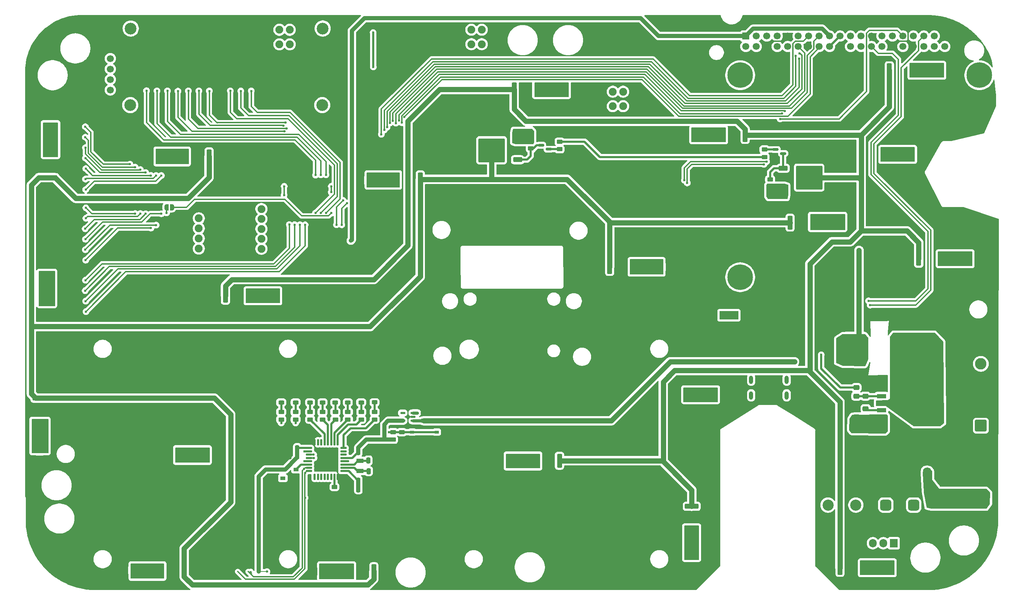
<source format=gbr>
%TF.GenerationSoftware,KiCad,Pcbnew,9.0.2*%
%TF.CreationDate,2025-05-14T09:05:42+08:00*%
%TF.ProjectId,MothBo,4d6f7468-426f-42e6-9b69-6361645f7063,5.0.0*%
%TF.SameCoordinates,Original*%
%TF.FileFunction,Copper,L1,Top*%
%TF.FilePolarity,Positive*%
%FSLAX46Y46*%
G04 Gerber Fmt 4.6, Leading zero omitted, Abs format (unit mm)*
G04 Created by KiCad (PCBNEW 9.0.2) date 2025-05-14 09:05:42*
%MOMM*%
%LPD*%
G01*
G04 APERTURE LIST*
G04 Aperture macros list*
%AMRoundRect*
0 Rectangle with rounded corners*
0 $1 Rounding radius*
0 $2 $3 $4 $5 $6 $7 $8 $9 X,Y pos of 4 corners*
0 Add a 4 corners polygon primitive as box body*
4,1,4,$2,$3,$4,$5,$6,$7,$8,$9,$2,$3,0*
0 Add four circle primitives for the rounded corners*
1,1,$1+$1,$2,$3*
1,1,$1+$1,$4,$5*
1,1,$1+$1,$6,$7*
1,1,$1+$1,$8,$9*
0 Add four rect primitives between the rounded corners*
20,1,$1+$1,$2,$3,$4,$5,0*
20,1,$1+$1,$4,$5,$6,$7,0*
20,1,$1+$1,$6,$7,$8,$9,0*
20,1,$1+$1,$8,$9,$2,$3,0*%
%AMFreePoly0*
4,1,21,3.838536,5.403536,3.840000,5.400000,3.840000,-5.400000,3.838536,-5.403536,3.835000,-5.405000,2.365000,-5.405000,2.361464,-5.403536,2.360000,-5.400000,2.360000,-4.355000,-3.835000,-4.355000,-3.838536,-4.353536,-3.840000,-4.350000,-3.840000,4.350000,-3.838536,4.353536,-3.835000,4.355000,2.360000,4.355000,2.360000,5.400000,2.361464,5.403536,2.365000,5.405000,3.835000,5.405000,
3.838536,5.403536,3.838536,5.403536,$1*%
%AMFreePoly1*
4,1,23,0.500000,-0.750000,0.000000,-0.750000,0.000000,-0.745722,-0.065263,-0.745722,-0.191342,-0.711940,-0.304381,-0.646677,-0.396677,-0.554381,-0.461940,-0.441342,-0.495722,-0.315263,-0.495722,-0.250000,-0.500000,-0.250000,-0.500000,0.250000,-0.495722,0.250000,-0.495722,0.315263,-0.461940,0.441342,-0.396677,0.554381,-0.304381,0.646677,-0.191342,0.711940,-0.065263,0.745722,0.000000,0.745722,
0.000000,0.750000,0.500000,0.750000,0.500000,-0.750000,0.500000,-0.750000,$1*%
%AMFreePoly2*
4,1,23,0.000000,0.745722,0.065263,0.745722,0.191342,0.711940,0.304381,0.646677,0.396677,0.554381,0.461940,0.441342,0.495722,0.315263,0.495722,0.250000,0.500000,0.250000,0.500000,-0.250000,0.495722,-0.250000,0.495722,-0.315263,0.461940,-0.441342,0.396677,-0.554381,0.304381,-0.646677,0.191342,-0.711940,0.065263,-0.745722,0.000000,-0.745722,0.000000,-0.750000,-0.500000,-0.750000,
-0.500000,0.750000,0.000000,0.750000,0.000000,0.745722,0.000000,0.745722,$1*%
G04 Aperture macros list end*
%TA.AperFunction,Conductor*%
%ADD10C,0.200000*%
%TD*%
%TA.AperFunction,ComponentPad*%
%ADD11RoundRect,0.250000X-1.000000X1.000000X-1.000000X-1.000000X1.000000X-1.000000X1.000000X1.000000X0*%
%TD*%
%TA.AperFunction,ComponentPad*%
%ADD12C,2.500000*%
%TD*%
%TA.AperFunction,SMDPad,CuDef*%
%ADD13RoundRect,0.250000X-0.450000X0.262500X-0.450000X-0.262500X0.450000X-0.262500X0.450000X0.262500X0*%
%TD*%
%TA.AperFunction,SMDPad,CuDef*%
%ADD14RoundRect,0.250000X0.450000X-0.262500X0.450000X0.262500X-0.450000X0.262500X-0.450000X-0.262500X0*%
%TD*%
%TA.AperFunction,SMDPad,CuDef*%
%ADD15RoundRect,0.250000X0.475000X-0.337500X0.475000X0.337500X-0.475000X0.337500X-0.475000X-0.337500X0*%
%TD*%
%TA.AperFunction,SMDPad,CuDef*%
%ADD16RoundRect,0.250000X-0.362500X-1.425000X0.362500X-1.425000X0.362500X1.425000X-0.362500X1.425000X0*%
%TD*%
%TA.AperFunction,SMDPad,CuDef*%
%ADD17RoundRect,0.250000X0.250000X0.475000X-0.250000X0.475000X-0.250000X-0.475000X0.250000X-0.475000X0*%
%TD*%
%TA.AperFunction,SMDPad,CuDef*%
%ADD18R,2.300000X1.070000*%
%TD*%
%TA.AperFunction,SMDPad,CuDef*%
%ADD19FreePoly0,0.000000*%
%TD*%
%TA.AperFunction,SMDPad,CuDef*%
%ADD20RoundRect,0.250000X-1.425000X0.362500X-1.425000X-0.362500X1.425000X-0.362500X1.425000X0.362500X0*%
%TD*%
%TA.AperFunction,SMDPad,CuDef*%
%ADD21RoundRect,0.125000X0.625000X0.125000X-0.625000X0.125000X-0.625000X-0.125000X0.625000X-0.125000X0*%
%TD*%
%TA.AperFunction,SMDPad,CuDef*%
%ADD22RoundRect,0.125000X0.125000X0.625000X-0.125000X0.625000X-0.125000X-0.625000X0.125000X-0.625000X0*%
%TD*%
%TA.AperFunction,SMDPad,CuDef*%
%ADD23RoundRect,0.250000X1.425000X-0.362500X1.425000X0.362500X-1.425000X0.362500X-1.425000X-0.362500X0*%
%TD*%
%TA.AperFunction,SMDPad,CuDef*%
%ADD24RoundRect,0.165000X0.385000X0.885000X-0.385000X0.885000X-0.385000X-0.885000X0.385000X-0.885000X0*%
%TD*%
%TA.AperFunction,SMDPad,CuDef*%
%ADD25RoundRect,0.315000X0.735000X0.735000X-0.735000X0.735000X-0.735000X-0.735000X0.735000X-0.735000X0*%
%TD*%
%TA.AperFunction,SMDPad,CuDef*%
%ADD26RoundRect,0.243750X-0.456250X0.243750X-0.456250X-0.243750X0.456250X-0.243750X0.456250X0.243750X0*%
%TD*%
%TA.AperFunction,SMDPad,CuDef*%
%ADD27RoundRect,0.250000X-0.475000X0.250000X-0.475000X-0.250000X0.475000X-0.250000X0.475000X0.250000X0*%
%TD*%
%TA.AperFunction,SMDPad,CuDef*%
%ADD28R,3.600000X2.000000*%
%TD*%
%TA.AperFunction,SMDPad,CuDef*%
%ADD29RoundRect,0.165000X-0.385000X-0.885000X0.385000X-0.885000X0.385000X0.885000X-0.385000X0.885000X0*%
%TD*%
%TA.AperFunction,SMDPad,CuDef*%
%ADD30RoundRect,0.315000X-0.735000X-0.735000X0.735000X-0.735000X0.735000X0.735000X-0.735000X0.735000X0*%
%TD*%
%TA.AperFunction,SMDPad,CuDef*%
%ADD31RoundRect,0.250000X0.362500X1.425000X-0.362500X1.425000X-0.362500X-1.425000X0.362500X-1.425000X0*%
%TD*%
%TA.AperFunction,SMDPad,CuDef*%
%ADD32R,1.300000X0.900000*%
%TD*%
%TA.AperFunction,SMDPad,CuDef*%
%ADD33RoundRect,0.165000X0.885000X-0.385000X0.885000X0.385000X-0.885000X0.385000X-0.885000X-0.385000X0*%
%TD*%
%TA.AperFunction,SMDPad,CuDef*%
%ADD34RoundRect,0.315000X0.735000X-0.735000X0.735000X0.735000X-0.735000X0.735000X-0.735000X-0.735000X0*%
%TD*%
%TA.AperFunction,SMDPad,CuDef*%
%ADD35RoundRect,0.249997X2.950003X2.650003X-2.950003X2.650003X-2.950003X-2.650003X2.950003X-2.650003X0*%
%TD*%
%TA.AperFunction,SMDPad,CuDef*%
%ADD36RoundRect,0.250000X0.850000X0.350000X-0.850000X0.350000X-0.850000X-0.350000X0.850000X-0.350000X0*%
%TD*%
%TA.AperFunction,SMDPad,CuDef*%
%ADD37RoundRect,0.165000X-0.885000X0.385000X-0.885000X-0.385000X0.885000X-0.385000X0.885000X0.385000X0*%
%TD*%
%TA.AperFunction,SMDPad,CuDef*%
%ADD38RoundRect,0.315000X-0.735000X0.735000X-0.735000X-0.735000X0.735000X-0.735000X0.735000X0.735000X0*%
%TD*%
%TA.AperFunction,SMDPad,CuDef*%
%ADD39R,1.000000X0.750000*%
%TD*%
%TA.AperFunction,SMDPad,CuDef*%
%ADD40RoundRect,0.147500X0.457500X0.147500X-0.457500X0.147500X-0.457500X-0.147500X0.457500X-0.147500X0*%
%TD*%
%TA.AperFunction,ComponentPad*%
%ADD41C,1.905000*%
%TD*%
%TA.AperFunction,ComponentPad*%
%ADD42C,2.857500*%
%TD*%
%TA.AperFunction,SMDPad,CuDef*%
%ADD43RoundRect,0.250000X-0.250000X-0.475000X0.250000X-0.475000X0.250000X0.475000X-0.250000X0.475000X0*%
%TD*%
%TA.AperFunction,SMDPad,CuDef*%
%ADD44RoundRect,0.250000X-0.900000X1.000000X-0.900000X-1.000000X0.900000X-1.000000X0.900000X1.000000X0*%
%TD*%
%TA.AperFunction,SMDPad,CuDef*%
%ADD45RoundRect,0.150000X-0.587500X-0.150000X0.587500X-0.150000X0.587500X0.150000X-0.587500X0.150000X0*%
%TD*%
%TA.AperFunction,SMDPad,CuDef*%
%ADD46RoundRect,0.250000X1.750000X2.500000X-1.750000X2.500000X-1.750000X-2.500000X1.750000X-2.500000X0*%
%TD*%
%TA.AperFunction,SMDPad,CuDef*%
%ADD47R,1.800000X1.000000*%
%TD*%
%TA.AperFunction,SMDPad,CuDef*%
%ADD48RoundRect,0.250000X-0.475000X0.337500X-0.475000X-0.337500X0.475000X-0.337500X0.475000X0.337500X0*%
%TD*%
%TA.AperFunction,SMDPad,CuDef*%
%ADD49RoundRect,0.150000X0.587500X0.150000X-0.587500X0.150000X-0.587500X-0.150000X0.587500X-0.150000X0*%
%TD*%
%TA.AperFunction,SMDPad,CuDef*%
%ADD50FreePoly1,180.000000*%
%TD*%
%TA.AperFunction,SMDPad,CuDef*%
%ADD51FreePoly2,180.000000*%
%TD*%
%TA.AperFunction,SMDPad,CuDef*%
%ADD52RoundRect,0.249997X-2.950003X-2.650003X2.950003X-2.650003X2.950003X2.650003X-2.950003X2.650003X0*%
%TD*%
%TA.AperFunction,SMDPad,CuDef*%
%ADD53RoundRect,0.250000X-0.850000X-0.350000X0.850000X-0.350000X0.850000X0.350000X-0.850000X0.350000X0*%
%TD*%
%TA.AperFunction,ComponentPad*%
%ADD54R,1.700000X1.700000*%
%TD*%
%TA.AperFunction,ComponentPad*%
%ADD55C,1.700000*%
%TD*%
%TA.AperFunction,ComponentPad*%
%ADD56RoundRect,0.250001X1.149999X-1.149999X1.149999X1.149999X-1.149999X1.149999X-1.149999X-1.149999X0*%
%TD*%
%TA.AperFunction,ComponentPad*%
%ADD57C,2.800000*%
%TD*%
%TA.AperFunction,ComponentPad*%
%ADD58C,6.200000*%
%TD*%
%TA.AperFunction,ComponentPad*%
%ADD59R,4.600000X2.000000*%
%TD*%
%TA.AperFunction,ComponentPad*%
%ADD60O,4.200000X2.000000*%
%TD*%
%TA.AperFunction,ComponentPad*%
%ADD61O,2.000000X4.200000*%
%TD*%
%TA.AperFunction,ComponentPad*%
%ADD62RoundRect,0.675000X0.675000X0.675000X-0.675000X0.675000X-0.675000X-0.675000X0.675000X-0.675000X0*%
%TD*%
%TA.AperFunction,ComponentPad*%
%ADD63C,2.700000*%
%TD*%
%TA.AperFunction,ComponentPad*%
%ADD64R,1.905000X2.000000*%
%TD*%
%TA.AperFunction,ComponentPad*%
%ADD65O,1.905000X2.000000*%
%TD*%
%TA.AperFunction,ComponentPad*%
%ADD66O,1.000000X2.000000*%
%TD*%
%TA.AperFunction,ViaPad*%
%ADD67C,0.600000*%
%TD*%
%TA.AperFunction,Conductor*%
%ADD68C,0.203200*%
%TD*%
%TA.AperFunction,Conductor*%
%ADD69C,0.304800*%
%TD*%
%TA.AperFunction,Conductor*%
%ADD70C,1.270000*%
%TD*%
%TA.AperFunction,Conductor*%
%ADD71C,0.500000*%
%TD*%
%TA.AperFunction,Conductor*%
%ADD72C,0.800000*%
%TD*%
%TA.AperFunction,Conductor*%
%ADD73C,1.000000*%
%TD*%
G04 APERTURE END LIST*
%TO.N,Net-(D6-A)*%
D10*
X-47489521Y-96765671D02*
X-39510480Y-96765671D01*
X-39510480Y-100265671D01*
X-47489521Y-100265671D01*
X-47489521Y-96765671D01*
%TA.AperFunction,Conductor*%
G36*
X-47489521Y-96765671D02*
G01*
X-39510480Y-96765671D01*
X-39510480Y-100265671D01*
X-47489521Y-100265671D01*
X-47489521Y-96765671D01*
G37*
%TD.AperFunction*%
%TO.N,Net-(D4-A)*%
X-69749999Y-25805671D02*
X-65999999Y-25805671D01*
X-65999999Y-34155671D01*
X-69749999Y-34155671D01*
X-69749999Y-25805671D01*
%TA.AperFunction,Conductor*%
G36*
X-69749999Y-25805671D02*
G01*
X-65999999Y-25805671D01*
X-65999999Y-34155671D01*
X-69749999Y-34155671D01*
X-69749999Y-25805671D01*
G37*
%TD.AperFunction*%
%TO.N,Net-(D19-A)*%
X86780000Y-87565670D02*
X90150000Y-87565670D01*
X90150000Y-95725670D01*
X86780000Y-95725670D01*
X86780000Y-87565670D01*
%TA.AperFunction,Conductor*%
G36*
X86780000Y-87565670D02*
G01*
X90150000Y-87565670D01*
X90150000Y-95725670D01*
X86780000Y-95725670D01*
X86780000Y-87565670D01*
G37*
%TD.AperFunction*%
%TO.N,Net-(D18-A)*%
X148279998Y-21095671D02*
X156439998Y-21095671D01*
X156439998Y-24465671D01*
X148279998Y-24465671D01*
X148279998Y-21095671D01*
%TA.AperFunction,Conductor*%
G36*
X148279998Y-21095671D02*
G01*
X156439998Y-21095671D01*
X156439998Y-24465671D01*
X148279998Y-24465671D01*
X148279998Y-21095671D01*
G37*
%TD.AperFunction*%
%TO.N,Net-(D20-A)*%
X88502501Y8974330D02*
X96662501Y8974330D01*
X96662501Y5604330D01*
X88502501Y5604330D01*
X88502501Y8974330D01*
%TA.AperFunction,Conductor*%
G36*
X88502501Y8974330D02*
G01*
X96662501Y8974330D01*
X96662501Y5604330D01*
X88502501Y5604330D01*
X88502501Y8974330D01*
G37*
%TD.AperFunction*%
%TO.N,Net-(D13-A)*%
X50420000Y19919329D02*
X58580000Y19919329D01*
X58580000Y16549329D01*
X50420000Y16549329D01*
X50420000Y19919329D01*
%TA.AperFunction,Conductor*%
G36*
X50420000Y19919329D02*
G01*
X58580000Y19919329D01*
X58580000Y16549329D01*
X50420000Y16549329D01*
X50420000Y19919329D01*
G37*
%TD.AperFunction*%
%TO.N,Net-(D17-A)*%
X-19580000Y-30080671D02*
X-11420000Y-30080671D01*
X-11420000Y-33450671D01*
X-19580000Y-33450671D01*
X-19580000Y-30080671D01*
%TA.AperFunction,Conductor*%
G36*
X-19580000Y-30080671D02*
G01*
X-11420000Y-30080671D01*
X-11420000Y-33450671D01*
X-19580000Y-33450671D01*
X-19580000Y-30080671D01*
G37*
%TD.AperFunction*%
%TO.N,Net-(D3-A)*%
X73537501Y-22965671D02*
X81537500Y-22965671D01*
X81537500Y-26515671D01*
X73537501Y-26515671D01*
X73537501Y-22965671D01*
%TA.AperFunction,Conductor*%
G36*
X73537501Y-22965671D02*
G01*
X81537500Y-22965671D01*
X81537500Y-26515671D01*
X73537501Y-26515671D01*
X73537501Y-22965671D01*
G37*
%TD.AperFunction*%
%TO.N,Net-(D11-A)*%
X134360163Y4212452D02*
X142520163Y4212452D01*
X142520163Y842452D01*
X134360163Y842452D01*
X134360163Y4212452D01*
%TA.AperFunction,Conductor*%
G36*
X134360163Y4212452D02*
G01*
X142520163Y4212452D01*
X142520163Y842452D01*
X134360163Y842452D01*
X134360163Y4212452D01*
G37*
%TD.AperFunction*%
%TO.N,Net-(D15-A)*%
X141420000Y24604329D02*
X149580000Y24604329D01*
X149580000Y21234329D01*
X141420000Y21234329D01*
X141420000Y24604329D01*
%TA.AperFunction,Conductor*%
G36*
X141420000Y24604329D02*
G01*
X149580000Y24604329D01*
X149580000Y21234329D01*
X141420000Y21234329D01*
X141420000Y24604329D01*
G37*
%TD.AperFunction*%
%TO.N,Net-(D10-A)*%
X117300000Y-12015671D02*
X125600000Y-12015671D01*
X125600000Y-15715672D01*
X117300000Y-15715672D01*
X117300000Y-12015671D01*
%TA.AperFunction,Conductor*%
G36*
X117300000Y-12015671D02*
G01*
X125600000Y-12015671D01*
X125600000Y-15715672D01*
X117300000Y-15715672D01*
X117300000Y-12015671D01*
G37*
%TD.AperFunction*%
%TO.N,Net-(D8-A)*%
X-41436790Y3834328D02*
X-33563209Y3834328D01*
X-33563209Y234329D01*
X-41436790Y234329D01*
X-41436790Y3834328D01*
%TA.AperFunction,Conductor*%
G36*
X-41436790Y3834328D02*
G01*
X-33563209Y3834328D01*
X-33563209Y234329D01*
X-41436790Y234329D01*
X-41436790Y3834328D01*
G37*
%TD.AperFunction*%
%TO.N,Net-(D9-A)*%
X-36687498Y-68615672D02*
X-28487498Y-68615672D01*
X-28487498Y-72165672D01*
X-36687498Y-72165672D01*
X-36687498Y-68615672D01*
%TA.AperFunction,Conductor*%
G36*
X-36687498Y-68615672D02*
G01*
X-28487498Y-68615672D01*
X-28487498Y-72165672D01*
X-36687498Y-72165672D01*
X-36687498Y-68615672D01*
G37*
%TD.AperFunction*%
%TO.N,Net-(D2-A)*%
X-71500000Y-61690671D02*
X-67600000Y-61690671D01*
X-67600000Y-69840671D01*
X-71500000Y-69840671D01*
X-71500000Y-61690671D01*
%TA.AperFunction,Conductor*%
G36*
X-71500000Y-61690671D02*
G01*
X-67600000Y-61690671D01*
X-67600000Y-69840671D01*
X-71500000Y-69840671D01*
X-71500000Y-61690671D01*
G37*
%TD.AperFunction*%
%TO.N,Net-(D16-A)*%
X86557501Y-54085671D02*
X94717501Y-54085671D01*
X94717501Y-57455671D01*
X86557501Y-57455671D01*
X86557501Y-54085671D01*
%TA.AperFunction,Conductor*%
G36*
X86557501Y-54085671D02*
G01*
X94717501Y-54085671D01*
X94717501Y-57455671D01*
X86557501Y-57455671D01*
X86557501Y-54085671D01*
G37*
%TD.AperFunction*%
%TO.N,Net-(D14-A)*%
X43482501Y-70145671D02*
X51642501Y-70145671D01*
X51642501Y-73515671D01*
X43482501Y-73515671D01*
X43482501Y-70145671D01*
%TA.AperFunction,Conductor*%
G36*
X43482501Y-70145671D02*
G01*
X51642501Y-70145671D01*
X51642501Y-73515671D01*
X43482501Y-73515671D01*
X43482501Y-70145671D01*
G37*
%TD.AperFunction*%
%TO.N,Net-(D5-A)*%
X-1750000Y-96765671D02*
X6500000Y-96765671D01*
X6500000Y-100365672D01*
X-1750000Y-100365672D01*
X-1750000Y-96765671D01*
%TA.AperFunction,Conductor*%
G36*
X-1750000Y-96765671D02*
G01*
X6500000Y-96765671D01*
X6500000Y-100365672D01*
X-1750000Y-100365672D01*
X-1750000Y-96765671D01*
G37*
%TD.AperFunction*%
%TO.N,Net-(D1-A)*%
X-68749998Y10194329D02*
X-65249999Y10194329D01*
X-65249999Y1994329D01*
X-68749998Y1994329D01*
X-68749998Y10194329D01*
%TA.AperFunction,Conductor*%
G36*
X-68749998Y10194329D02*
G01*
X-65249999Y10194329D01*
X-65249999Y1994329D01*
X-68749998Y1994329D01*
X-68749998Y10194329D01*
G37*
%TD.AperFunction*%
%TO.N,Net-(D7-A)*%
X9762498Y-1915672D02*
X17612498Y-1915672D01*
X17612498Y-5415672D01*
X9762498Y-5415672D01*
X9762498Y-1915672D01*
%TA.AperFunction,Conductor*%
G36*
X9762498Y-1915672D02*
G01*
X17612498Y-1915672D01*
X17612498Y-5415672D01*
X9762498Y-5415672D01*
X9762498Y-1915672D01*
G37*
%TD.AperFunction*%
%TO.N,Net-(D12-A)*%
X129400000Y-96040671D02*
X137560000Y-96040671D01*
X137560000Y-99410671D01*
X129400000Y-99410671D01*
X129400000Y-96040671D01*
%TA.AperFunction,Conductor*%
G36*
X129400000Y-96040671D02*
G01*
X137560000Y-96040671D01*
X137560000Y-99410671D01*
X129400000Y-99410671D01*
X129400000Y-96040671D01*
G37*
%TD.AperFunction*%
%TD*%
D11*
%TO.P,J1,1,Pin_1*%
%TO.N,GND*%
X158500000Y-70765671D03*
D12*
%TO.P,J1,2,Pin_2*%
%TO.N,Net-(E2-K)*%
X158500000Y-80765671D03*
%TD*%
D13*
%TO.P,R52,1*%
%TO.N,Net-(Q5-G)*%
X107490000Y-3563171D03*
%TO.P,R52,2*%
%TO.N,+12V*%
X107490000Y-5388171D03*
%TD*%
D14*
%TO.P,R12,1*%
%TO.N,/RPI5+MCU/PA4*%
X5108571Y-61758171D03*
%TO.P,R12,2*%
%TO.N,Net-(D25-A)*%
X5108571Y-59933171D03*
%TD*%
D15*
%TO.P,C3,1*%
%TO.N,/Power/PWR_IN*%
X130670000Y-61213171D03*
%TO.P,C3,2*%
%TO.N,Net-(U1-VC)*%
X130670000Y-59138171D03*
%TD*%
D16*
%TO.P,R64,1*%
%TO.N,/Photo LED's/+12V_L_LED*%
X112337497Y-14015672D03*
%TO.P,R64,2*%
%TO.N,Net-(D10-A)*%
X118262501Y-14015670D03*
%TD*%
D17*
%TO.P,C16,1*%
%TO.N,GND*%
X9500000Y-69650671D03*
%TO.P,C16,2*%
%TO.N,+3.3V*%
X7600000Y-69650671D03*
%TD*%
D18*
%TO.P,U1,1,GND*%
%TO.N,GND*%
X134500000Y-54411342D03*
%TO.P,U1,2,FB*%
%TO.N,/Power/FB*%
X134500000Y-56111342D03*
%TO.P,U1,3,SW*%
%TO.N,Net-(E4-PadC)*%
X134500000Y-57811342D03*
D19*
%TO.P,U1,3.1,SW*%
X144835000Y-57811342D03*
D18*
%TO.P,U1,4,VC*%
%TO.N,Net-(U1-VC)*%
X134500000Y-59511342D03*
%TO.P,U1,5,VIN*%
%TO.N,/Power/PWR_IN*%
X134500000Y-61211342D03*
%TD*%
D20*
%TO.P,R56,1*%
%TO.N,/Photo LED's/+12V_L_LED*%
X-69700000Y-56578172D03*
%TO.P,R56,2*%
%TO.N,Net-(D2-A)*%
X-69700000Y-62503170D03*
%TD*%
D14*
%TO.P,R8,1*%
%TO.N,/RPI5+MCU/PA11*%
X-11050000Y-61758171D03*
%TO.P,R8,2*%
%TO.N,Net-(D22-A)*%
X-11050000Y-59933171D03*
%TD*%
D21*
%TO.P,U5,1,VDD*%
%TO.N,+3.3V*%
X4025000Y-74285671D03*
%TO.P,U5,2,PC14*%
%TO.N,/RPI5+MCU/OSC_IN*%
X4025000Y-73485671D03*
%TO.P,U5,3,PC15*%
%TO.N,/RPI5+MCU/OSC_OUT*%
X4025000Y-72685671D03*
%TO.P,U5,4,NRST*%
%TO.N,/RPI5+MCU/NRST*%
X4025000Y-71885671D03*
%TO.P,U5,5,VDDA*%
%TO.N,+3.3V*%
X4025000Y-71085671D03*
%TO.P,U5,6,PA0*%
%TO.N,unconnected-(U5-PA0-Pad6)*%
X4025000Y-70285671D03*
%TO.P,U5,7,PA1*%
%TO.N,unconnected-(U5-PA1-Pad7)*%
X4025000Y-69485671D03*
%TO.P,U5,8,PA2*%
%TO.N,/RPI5+MCU/PA2*%
X4025000Y-68685671D03*
D22*
%TO.P,U5,9,PA3*%
%TO.N,/RPI5+MCU/PA3*%
X2650000Y-67310671D03*
%TO.P,U5,10,PA4*%
%TO.N,/RPI5+MCU/PA4*%
X1850000Y-67310671D03*
%TO.P,U5,11,PA5*%
%TO.N,/RPI5+MCU/PA5*%
X1050000Y-67310671D03*
%TO.P,U5,12,PA6*%
%TO.N,/RPI5+MCU/PA6*%
X250000Y-67310671D03*
%TO.P,U5,13,PA7*%
%TO.N,/RPI5+MCU/PA7*%
X-550000Y-67310671D03*
%TO.P,U5,14,PB0*%
%TO.N,unconnected-(U5-PB0-Pad14)*%
X-1350000Y-67310671D03*
%TO.P,U5,15,PB1*%
%TO.N,unconnected-(U5-PB1-Pad15)*%
X-2150000Y-67310671D03*
%TO.P,U5,16,VSS*%
%TO.N,GND*%
X-2950000Y-67310671D03*
D21*
%TO.P,U5,17,VDD*%
%TO.N,+3.3V*%
X-4325000Y-68685671D03*
%TO.P,U5,18,PA8*%
%TO.N,/RPI5+MCU/PA8*%
X-4325000Y-69485671D03*
%TO.P,U5,19,PA9*%
%TO.N,/RPI5+MCU/STM_RX*%
X-4325000Y-70285671D03*
%TO.P,U5,20,PA10*%
%TO.N,/RPI5+MCU/STM_TX*%
X-4325000Y-71085671D03*
%TO.P,U5,21,PA11*%
%TO.N,/RPI5+MCU/PA11*%
X-4325000Y-71885671D03*
%TO.P,U5,22,PA12*%
%TO.N,/RPI5+MCU/PA12*%
X-4325000Y-72685671D03*
%TO.P,U5,23,PA13*%
%TO.N,/RPI5+MCU/SWDIO*%
X-4325000Y-73485671D03*
%TO.P,U5,24,PA14*%
%TO.N,/RPI5+MCU/SWDCLK*%
X-4325000Y-74285671D03*
D22*
%TO.P,U5,25,PA15*%
%TO.N,unconnected-(U5-PA15-Pad25)*%
X-2950000Y-75660671D03*
%TO.P,U5,26,PB3*%
%TO.N,unconnected-(U5-PB3-Pad26)*%
X-2150000Y-75660671D03*
%TO.P,U5,27,PB4*%
%TO.N,unconnected-(U5-PB4-Pad27)*%
X-1350000Y-75660671D03*
%TO.P,U5,28,PB5*%
%TO.N,unconnected-(U5-PB5-Pad28)*%
X-550000Y-75660671D03*
%TO.P,U5,29,PB6*%
%TO.N,unconnected-(U5-PB6-Pad29)*%
X250000Y-75660671D03*
%TO.P,U5,30,PB7*%
%TO.N,unconnected-(U5-PB7-Pad30)*%
X1050000Y-75660671D03*
%TO.P,U5,31,BOOT0*%
%TO.N,/RPI5+MCU/BOOT0*%
X1850000Y-75660671D03*
%TO.P,U5,32,VSS*%
%TO.N,GND*%
X2650000Y-75660671D03*
%TD*%
D16*
%TO.P,R67,1*%
%TO.N,/Photo LED's/+12V_R_LED*%
X45444997Y18279329D03*
%TO.P,R67,2*%
%TO.N,Net-(D13-A)*%
X51369999Y18279329D03*
%TD*%
D23*
%TO.P,R55,1*%
%TO.N,/Photo LED's/+12V_L_LED*%
X-67049999Y-3118171D03*
%TO.P,R55,2*%
%TO.N,Net-(D1-A)*%
X-67049999Y2806829D03*
%TD*%
D16*
%TO.P,R65,1*%
%TO.N,/Photo LED's/+12V_R_LED*%
X129575164Y2557452D03*
%TO.P,R65,2*%
%TO.N,Net-(D11-A)*%
X135500164Y2557452D03*
%TD*%
D24*
%TO.P,D18,1,K*%
%TO.N,GND*%
X157649999Y-22765671D03*
D25*
%TO.P,D18,2,A*%
%TO.N,Net-(D18-A)*%
X155500000Y-22765671D03*
%TD*%
D26*
%TO.P,D21,1,K*%
%TO.N,GND*%
X-7567143Y-55750671D03*
%TO.P,D21,2,A*%
%TO.N,Net-(D21-A)*%
X-7567143Y-57625671D03*
%TD*%
D24*
%TO.P,D3,1,K*%
%TO.N,GND*%
X82777500Y-24765671D03*
D25*
%TO.P,D3,2,A*%
%TO.N,Net-(D3-A)*%
X80627500Y-24765671D03*
%TD*%
D24*
%TO.P,D17,1,K*%
%TO.N,GND*%
X-10280001Y-31736097D03*
D25*
%TO.P,D17,2,A*%
%TO.N,Net-(D17-A)*%
X-12430001Y-31736097D03*
%TD*%
D27*
%TO.P,C6,1*%
%TO.N,GND*%
X23500000Y-60175671D03*
%TO.P,C6,2*%
%TO.N,+5V*%
X23500000Y-62075671D03*
%TD*%
D28*
%TO.P,E4,A*%
%TO.N,GND*%
X146980000Y-37593171D03*
%TO.P,E4,C*%
%TO.N,Net-(E4-PadC)*%
X146980000Y-44393171D03*
%TD*%
D29*
%TO.P,D20,1,K*%
%TO.N,GND*%
X87312501Y7234330D03*
D30*
%TO.P,D20,2,A*%
%TO.N,Net-(D20-A)*%
X89462501Y7234329D03*
%TD*%
D14*
%TO.P,R14,1*%
%TO.N,/RPI5+MCU/PA6*%
X-1049047Y-61758171D03*
%TO.P,R14,2*%
%TO.N,Net-(D27-A)*%
X-1049047Y-59933171D03*
%TD*%
D31*
%TO.P,R59,1*%
%TO.N,/Photo LED's/+12V_L_LED*%
X11412500Y-98565670D03*
%TO.P,R59,2*%
%TO.N,Net-(D5-A)*%
X5487502Y-98565672D03*
%TD*%
D32*
%TO.P,D33,1,GND*%
%TO.N,GND*%
X-7467500Y-76005671D03*
%TO.P,D33,2,DIN*%
%TO.N,/RPI5+MCU/PA12*%
X-7467500Y-73865671D03*
%TO.P,D33,3,VDD*%
%TO.N,+3.3V*%
X-10647500Y-73865671D03*
%TO.P,D33,4,DOUT*%
%TO.N,unconnected-(D33-DOUT-Pad4)*%
X-10647500Y-76005671D03*
%TD*%
D15*
%TO.P,R5,1*%
%TO.N,/Power/FB*%
X130590000Y-56093171D03*
%TO.P,R5,2*%
%TO.N,GND*%
X130590000Y-54018171D03*
%TD*%
D31*
%TO.P,R74,1*%
%TO.N,/Photo LED's/+12V_R_LED*%
X101425000Y7234331D03*
%TO.P,R74,2*%
%TO.N,Net-(D20-A)*%
X95500000Y7234329D03*
%TD*%
D29*
%TO.P,D8,1,K*%
%TO.N,GND*%
X-42603207Y2434329D03*
D30*
%TO.P,D8,2,A*%
%TO.N,Net-(D8-A)*%
X-40453209Y2434327D03*
%TD*%
D17*
%TO.P,C15,1*%
%TO.N,GND*%
X9550000Y-76610671D03*
%TO.P,C15,2*%
%TO.N,+3.3V*%
X7650000Y-76610671D03*
%TD*%
D33*
%TO.P,D19,1,K*%
%TO.N,GND*%
X88372006Y-96915670D03*
D34*
%TO.P,D19,2,A*%
%TO.N,Net-(D19-A)*%
X88372006Y-94765671D03*
%TD*%
D14*
%TO.P,R51,1*%
%TO.N,Net-(Q4-G)*%
X49470000Y3959329D03*
%TO.P,R51,2*%
%TO.N,+12V*%
X49470000Y5784329D03*
%TD*%
D29*
%TO.P,D5,1,K*%
%TO.N,GND*%
X-2839997Y-98665671D03*
D30*
%TO.P,D5,2,A*%
%TO.N,Net-(D5-A)*%
X-690000Y-98665671D03*
%TD*%
D24*
%TO.P,D13,1,K*%
%TO.N,GND*%
X59710000Y18279329D03*
D25*
%TO.P,D13,2,A*%
%TO.N,Net-(D13-A)*%
X57560000Y18279326D03*
%TD*%
D26*
%TO.P,D23,1,K*%
%TO.N,GND*%
X11572857Y-55730671D03*
%TO.P,D23,2,A*%
%TO.N,Net-(D23-A)*%
X11572857Y-57605671D03*
%TD*%
D31*
%TO.P,R63,1*%
%TO.N,/Photo LED's/+12V_L_LED*%
X-23325000Y-70415670D03*
%TO.P,R63,2*%
%TO.N,Net-(D9-A)*%
X-29249998Y-70415674D03*
%TD*%
D13*
%TO.P,R54,1*%
%TO.N,Net-(Q7-B)*%
X106130000Y3709329D03*
%TO.P,R54,2*%
%TO.N,L_LED_CTRL*%
X106130000Y1884329D03*
%TD*%
D24*
%TO.P,D15,1,K*%
%TO.N,GND*%
X150719999Y22924329D03*
D25*
%TO.P,D15,2,A*%
%TO.N,Net-(D15-A)*%
X148570000Y22924329D03*
%TD*%
D15*
%TO.P,C2,1*%
%TO.N,/Power/PWR_IN*%
X128470000Y-61163171D03*
%TO.P,C2,2*%
%TO.N,GND*%
X128470000Y-59088171D03*
%TD*%
D14*
%TO.P,R7,1*%
%TO.N,/RPI5+MCU/PA8*%
X-7570000Y-61758171D03*
%TO.P,R7,2*%
%TO.N,Net-(D21-A)*%
X-7570000Y-59933171D03*
%TD*%
D35*
%TO.P,Q4,1,D*%
%TO.N,/Photo LED's/+12V_L_LED*%
X39960000Y3516829D03*
D36*
%TO.P,Q4,2,G*%
%TO.N,Net-(Q4-G)*%
X46260000Y1236829D03*
%TO.P,Q4,3,S*%
%TO.N,+12V*%
X46260000Y5796829D03*
%TD*%
D31*
%TO.P,R68,1*%
%TO.N,/Photo LED's/+12V_R_LED*%
X56425000Y-71765671D03*
%TO.P,R68,2*%
%TO.N,Net-(D14-A)*%
X50500000Y-71765671D03*
%TD*%
D16*
%TO.P,R70,1*%
%TO.N,/Photo LED's/+12V_R_LED*%
X81575000Y-55765671D03*
%TO.P,R70,2*%
%TO.N,Net-(D16-A)*%
X87500000Y-55765671D03*
%TD*%
D29*
%TO.P,D14,1,K*%
%TO.N,GND*%
X42312500Y-71859733D03*
D30*
%TO.P,D14,2,A*%
%TO.N,Net-(D14-A)*%
X44462499Y-71859733D03*
%TD*%
D13*
%TO.P,R11,1*%
%TO.N,/RPI5+MCU/BOOT0*%
X1850671Y-78113171D03*
%TO.P,R11,2*%
%TO.N,GND*%
X1850671Y-79938171D03*
%TD*%
D37*
%TO.P,D1,1,K*%
%TO.N,GND*%
X-66500000Y11384328D03*
D38*
%TO.P,D1,2,A*%
%TO.N,Net-(D1-A)*%
X-66500000Y9234329D03*
%TD*%
D39*
%TO.P,SW1,A,A*%
%TO.N,/RPI5+MCU/NRST*%
X20680000Y-64820671D03*
%TO.P,SW1,B,B*%
X26680000Y-64820671D03*
%TO.P,SW1,C,C*%
%TO.N,GND*%
X20680000Y-68570671D03*
%TO.P,SW1,D,D*%
X26680000Y-68570671D03*
%TD*%
D14*
%TO.P,R13,1*%
%TO.N,/RPI5+MCU/PA5*%
X2064762Y-61758171D03*
%TO.P,R13,2*%
%TO.N,Net-(D26-A)*%
X2064762Y-59933171D03*
%TD*%
D16*
%TO.P,R69,1*%
%TO.N,/Photo LED's/+12V_R_LED*%
X136417499Y22924329D03*
%TO.P,R69,2*%
%TO.N,Net-(D15-A)*%
X142342499Y22924329D03*
%TD*%
D40*
%TO.P,U6,1,IN*%
%TO.N,+5V*%
X20915000Y-62075671D03*
%TO.P,U6,2,GND*%
%TO.N,GND*%
X20915000Y-61125671D03*
%TO.P,U6,3,EN*%
%TO.N,+5V*%
X20915000Y-60175671D03*
%TO.P,U6,4*%
%TO.N,N/C*%
X18405000Y-60175671D03*
%TO.P,U6,5,OUT*%
%TO.N,+3.3V*%
X18405000Y-62075671D03*
%TD*%
D24*
%TO.P,D11,1,K*%
%TO.N,GND*%
X143725164Y2557452D03*
D25*
%TO.P,D11,2,A*%
%TO.N,Net-(D11-A)*%
X141575164Y2557452D03*
%TD*%
D26*
%TO.P,D27,1,K*%
%TO.N,GND*%
X-1037143Y-55750671D03*
%TO.P,D27,2,A*%
%TO.N,Net-(D27-A)*%
X-1037143Y-57625671D03*
%TD*%
D41*
%TO.P,A1,1,EN*%
%TO.N,unconnected-(A1-EN-Pad1)*%
X35061497Y29246355D03*
%TO.P,A1,2,EN*%
%TO.N,unconnected-(A1-EN-Pad2)*%
X37561331Y29246355D03*
%TO.P,A1,3,VCC*%
%TO.N,/UV LED PCB/+12V_PCB2*%
X35061497Y32764329D03*
%TO.P,A1,4,VCC*%
X37561331Y32764329D03*
%TO.P,A1,5,GND*%
%TO.N,GND*%
X34928203Y14741147D03*
%TO.P,A1,6,GND*%
X37416361Y14743415D03*
D42*
%TO.P,A1,7*%
%TO.N,N/C*%
X-1111190Y14483124D03*
X-1000000Y33064329D03*
%TD*%
D43*
%TO.P,C14,1*%
%TO.N,GND*%
X-9080000Y-68720671D03*
%TO.P,C14,2*%
%TO.N,+3.3V*%
X-7180000Y-68720671D03*
%TD*%
D29*
%TO.P,D6,1,K*%
%TO.N,GND*%
X-48750479Y-98315672D03*
D30*
%TO.P,D6,2,A*%
%TO.N,Net-(D6-A)*%
X-46600479Y-98315671D03*
%TD*%
D44*
%TO.P,E2,1,K*%
%TO.N,Net-(E2-K)*%
X147820000Y-81845671D03*
%TO.P,E2,2,A*%
%TO.N,GND*%
X147820000Y-86145671D03*
%TD*%
D16*
%TO.P,R66,1*%
%TO.N,/Photo LED's/+12V_R_LED*%
X124447499Y-97740671D03*
%TO.P,R66,2*%
%TO.N,Net-(D12-A)*%
X130372499Y-97740671D03*
%TD*%
D29*
%TO.P,D9,1,K*%
%TO.N,GND*%
X-37827496Y-69765672D03*
D30*
%TO.P,D9,2,A*%
%TO.N,Net-(D9-A)*%
X-35677499Y-69765671D03*
%TD*%
D37*
%TO.P,D4,1,K*%
%TO.N,GND*%
X-67500000Y-24615672D03*
D38*
%TO.P,D4,2,A*%
%TO.N,Net-(D4-A)*%
X-67500000Y-26765671D03*
%TD*%
D31*
%TO.P,R60,1*%
%TO.N,/Photo LED's/+12V_L_LED*%
X-34597977Y-98565671D03*
%TO.P,R60,2*%
%TO.N,Net-(D6-A)*%
X-40522979Y-98565671D03*
%TD*%
D14*
%TO.P,R9,1*%
%TO.N,/RPI5+MCU/PA2*%
X11592381Y-61758171D03*
%TO.P,R9,2*%
%TO.N,Net-(D23-A)*%
X11592381Y-59933171D03*
%TD*%
D24*
%TO.P,D12,1,K*%
%TO.N,GND*%
X138749999Y-97741982D03*
D25*
%TO.P,D12,2,A*%
%TO.N,Net-(D12-A)*%
X136600000Y-97741981D03*
%TD*%
D43*
%TO.P,C17,1*%
%TO.N,GND*%
X-9100000Y-70720671D03*
%TO.P,C17,2*%
%TO.N,+3.3V*%
X-7200000Y-70720671D03*
%TD*%
D45*
%TO.P,Q7,1,B*%
%TO.N,Net-(Q7-B)*%
X108792500Y3706829D03*
%TO.P,Q7,2,E*%
%TO.N,GND*%
X108792500Y1806829D03*
%TO.P,Q7,3,C*%
%TO.N,Net-(Q5-G)*%
X110667500Y2756829D03*
%TD*%
D17*
%TO.P,C10,1*%
%TO.N,GND*%
X12030671Y-74295671D03*
%TO.P,C10,2*%
%TO.N,/RPI5+MCU/OSC_IN*%
X10130671Y-74295671D03*
%TD*%
D16*
%TO.P,R72,1*%
%TO.N,/Photo LED's/+12V_R_LED*%
X143537499Y-22765671D03*
%TO.P,R72,2*%
%TO.N,Net-(D18-A)*%
X149462499Y-22765671D03*
%TD*%
D17*
%TO.P,C11,1*%
%TO.N,GND*%
X11990671Y-71715671D03*
%TO.P,C11,2*%
%TO.N,/RPI5+MCU/OSC_OUT*%
X10090671Y-71715671D03*
%TD*%
D33*
%TO.P,D2,1,K*%
%TO.N,GND*%
X-69649998Y-71080670D03*
D34*
%TO.P,D2,2,A*%
%TO.N,Net-(D2-A)*%
X-69649999Y-68930670D03*
%TD*%
D20*
%TO.P,R73,1*%
%TO.N,/Photo LED's/+12V_R_LED*%
X88500000Y-82803171D03*
%TO.P,R73,2*%
%TO.N,Net-(D19-A)*%
X88500000Y-88728171D03*
%TD*%
D46*
%TO.P,L1,1*%
%TO.N,Net-(E4-PadC)*%
X139550000Y-44423171D03*
%TO.P,L1,2*%
%TO.N,+5V*%
X129050000Y-44423171D03*
%TD*%
D24*
%TO.P,D16,1,K*%
%TO.N,GND*%
X95877500Y-55765671D03*
D25*
%TO.P,D16,2,A*%
%TO.N,Net-(D16-A)*%
X93727501Y-55765671D03*
%TD*%
D14*
%TO.P,R53,1*%
%TO.N,Net-(Q6-B)*%
X56450000Y3789329D03*
%TO.P,R53,2*%
%TO.N,L_LED_CTRL*%
X56450000Y5614329D03*
%TD*%
D47*
%TO.P,Y1,1,1*%
%TO.N,/RPI5+MCU/OSC_OUT*%
X8020671Y-71785671D03*
%TO.P,Y1,2,2*%
%TO.N,/RPI5+MCU/OSC_IN*%
X8020671Y-74285671D03*
%TD*%
D29*
%TO.P,D7,1,K*%
%TO.N,GND*%
X8472498Y-3765671D03*
D30*
%TO.P,D7,2,A*%
%TO.N,Net-(D7-A)*%
X10622498Y-3765671D03*
%TD*%
D26*
%TO.P,D22,1,K*%
%TO.N,GND*%
X-11057143Y-55760671D03*
%TO.P,D22,2,A*%
%TO.N,Net-(D22-A)*%
X-11057143Y-57635671D03*
%TD*%
D24*
%TO.P,D10,1,K*%
%TO.N,GND*%
X126840001Y-13765671D03*
D25*
%TO.P,D10,2,A*%
%TO.N,Net-(D10-A)*%
X124690000Y-13765672D03*
%TD*%
D48*
%TO.P,R4,1*%
%TO.N,+5V*%
X128430000Y-54028171D03*
%TO.P,R4,2*%
%TO.N,/Power/FB*%
X128430000Y-56103171D03*
%TD*%
D23*
%TO.P,R58,1*%
%TO.N,/Photo LED's/+12V_L_LED*%
X-67849999Y-39218171D03*
%TO.P,R58,2*%
%TO.N,Net-(D4-A)*%
X-67849999Y-33293171D03*
%TD*%
D17*
%TO.P,C9,1*%
%TO.N,GND*%
X9540000Y-78700671D03*
%TO.P,C9,2*%
%TO.N,+3.3V*%
X7640000Y-78700671D03*
%TD*%
D16*
%TO.P,R57,1*%
%TO.N,/Photo LED's/+12V_L_LED*%
X68575000Y-24765671D03*
%TO.P,R57,2*%
%TO.N,Net-(D3-A)*%
X74500000Y-24765671D03*
%TD*%
D31*
%TO.P,R61,1*%
%TO.N,/Photo LED's/+12V_L_LED*%
X22674999Y-3515672D03*
%TO.P,R61,2*%
%TO.N,Net-(D7-A)*%
X16749999Y-3515672D03*
%TD*%
D49*
%TO.P,Q6,1,B*%
%TO.N,Net-(Q6-B)*%
X53807500Y3801829D03*
%TO.P,Q6,2,E*%
%TO.N,GND*%
X53807500Y5701829D03*
%TO.P,Q6,3,C*%
%TO.N,Net-(Q4-G)*%
X51932500Y4751829D03*
%TD*%
D50*
%TO.P,JP1,1,A*%
%TO.N,EN_MUX1*%
X-37560000Y-10295671D03*
D51*
%TO.P,JP1,2,B*%
%TO.N,EN_MUX2*%
X-38860000Y-10295671D03*
%TD*%
D41*
%TO.P,A2,1,EN*%
%TO.N,unconnected-(A2-EN-Pad1)*%
X71854864Y17731389D03*
%TO.P,A2,2,EN*%
%TO.N,unconnected-(A2-EN-Pad2)*%
X69355030Y17731389D03*
%TO.P,A2,3,VCC*%
%TO.N,/UV LED PCB/+12V_PCB1*%
X71854864Y14213415D03*
%TO.P,A2,4,VCC*%
X69355030Y14213415D03*
%TO.P,A2,5,GND*%
%TO.N,GND*%
X71988158Y32236597D03*
%TO.P,A2,6,GND*%
X69500000Y32234329D03*
%TD*%
D14*
%TO.P,R10,1*%
%TO.N,/RPI5+MCU/PA3*%
X8360000Y-61758171D03*
%TO.P,R10,2*%
%TO.N,Net-(D24-A)*%
X8360000Y-59933171D03*
%TD*%
D27*
%TO.P,C7,1*%
%TO.N,GND*%
X16050000Y-60185671D03*
%TO.P,C7,2*%
%TO.N,+3.3V*%
X16050000Y-62085671D03*
%TD*%
D26*
%TO.P,D24,1,K*%
%TO.N,GND*%
X8332857Y-55750671D03*
%TO.P,D24,2,A*%
%TO.N,Net-(D24-A)*%
X8332857Y-57625671D03*
%TD*%
D16*
%TO.P,R71,1*%
%TO.N,/Photo LED's/+12V_R_LED*%
X-24582501Y-31730671D03*
%TO.P,R71,2*%
%TO.N,Net-(D17-A)*%
X-18657501Y-31730671D03*
%TD*%
D26*
%TO.P,D28,1,K*%
%TO.N,GND*%
X-4067143Y-55750671D03*
%TO.P,D28,2,A*%
%TO.N,Net-(D28-A)*%
X-4067143Y-57625671D03*
%TD*%
D31*
%TO.P,R62,1*%
%TO.N,/Photo LED's/+12V_L_LED*%
X-28550708Y2034331D03*
%TO.P,R62,2*%
%TO.N,Net-(D8-A)*%
X-34475708Y2034327D03*
%TD*%
D14*
%TO.P,R6,1*%
%TO.N,+3.3V*%
X16070000Y-66648171D03*
%TO.P,R6,2*%
%TO.N,/RPI5+MCU/NRST*%
X16070000Y-64823171D03*
%TD*%
D41*
%TO.P,A3,1,EN*%
%TO.N,unconnected-(A3-EN-Pad1)*%
X-11500000Y29234329D03*
%TO.P,A3,2,EN*%
%TO.N,unconnected-(A3-EN-Pad2)*%
X-9000166Y29234329D03*
%TO.P,A3,3,VCC*%
%TO.N,/UV LED PCB/+12V_PCB3*%
X-11500000Y32752303D03*
%TO.P,A3,4,VCC*%
X-9000166Y32752303D03*
%TO.P,A3,5,GND*%
%TO.N,GND*%
X-11633294Y14729121D03*
%TO.P,A3,6,GND*%
X-9145136Y14731389D03*
D42*
%TO.P,A3,7*%
%TO.N,N/C*%
X-47672687Y14471098D03*
X-47561497Y33052303D03*
%TD*%
D14*
%TO.P,R15,1*%
%TO.N,/RPI5+MCU/PA7*%
X-4063810Y-61758171D03*
%TO.P,R15,2*%
%TO.N,Net-(D28-A)*%
X-4063810Y-59933171D03*
%TD*%
D52*
%TO.P,Q5,1,D*%
%TO.N,/Photo LED's/+12V_R_LED*%
X116960000Y-3108171D03*
D53*
%TO.P,Q5,2,G*%
%TO.N,Net-(Q5-G)*%
X110660000Y-828171D03*
%TO.P,Q5,3,S*%
%TO.N,+12V*%
X110660000Y-5388171D03*
%TD*%
D27*
%TO.P,C8,1*%
%TO.N,/RPI5+MCU/NRST*%
X18170000Y-64825671D03*
%TO.P,C8,2*%
%TO.N,GND*%
X18170000Y-66725671D03*
%TD*%
D26*
%TO.P,D25,1,K*%
%TO.N,GND*%
X5072857Y-55750671D03*
%TO.P,D25,2,A*%
%TO.N,Net-(D25-A)*%
X5072857Y-57625671D03*
%TD*%
%TO.P,D26,1,K*%
%TO.N,GND*%
X2052857Y-55750671D03*
%TO.P,D26,2,A*%
%TO.N,Net-(D26-A)*%
X2052857Y-57625671D03*
%TD*%
D54*
%TO.P,J5,1,Pin_1*%
%TO.N,GND*%
X-52500000Y15614329D03*
D55*
%TO.P,J5,2,Pin_2*%
%TO.N,/RPI5+MCU/NRST*%
X-52500000Y18154329D03*
%TO.P,J5,3,Pin_3*%
%TO.N,/RPI5+MCU/SWDCLK*%
X-52500000Y20694329D03*
%TO.P,J5,4,Pin_4*%
%TO.N,/RPI5+MCU/SWDIO*%
X-52500000Y23234329D03*
%TO.P,J5,5,Pin_5*%
%TO.N,+3.3V*%
X-52500000Y25774329D03*
%TD*%
D56*
%TO.P,U2,1,Vin+*%
%TO.N,/Power/PWR_IN*%
X158600000Y-63265671D03*
D57*
%TO.P,U2,2,Vin-*%
%TO.N,GND*%
X158600000Y-58265671D03*
%TO.P,U2,3,Vout-*%
X158600000Y-53265671D03*
%TO.P,U2,4,Vout+*%
%TO.N,+12V*%
X158600000Y-48265671D03*
%TD*%
D58*
%TO.P,U4,S1*%
%TO.N,N/C*%
X158237500Y21736829D03*
%TO.P,U4,S2*%
X100237500Y21736829D03*
%TO.P,U4,S3*%
X100237500Y-27263171D03*
%TD*%
D59*
%TO.P,J7,1*%
%TO.N,/UV LED PCB/+12V_PCB4*%
X97500000Y-36465671D03*
D60*
%TO.P,J7,2*%
%TO.N,GND*%
X97500000Y-42765671D03*
D61*
%TO.P,J7,3,MountPin*%
X92700000Y-39365671D03*
%TD*%
D62*
%TO.P,F1,1*%
%TO.N,Net-(E1-K)*%
X142330000Y-82515671D03*
X135570000Y-82515671D03*
D63*
%TO.P,F1,2*%
%TO.N,/Power/PWR_IN*%
X128290000Y-82515671D03*
X121530000Y-82515671D03*
%TD*%
D54*
%TO.P,U3,1,3V3*%
%TO.N,+3.3V*%
X101600000Y31234329D03*
D55*
%TO.P,U3,2,5V*%
%TO.N,Net-(RJ1-Pad2)*%
X101600000Y28694329D03*
%TO.P,U3,3,GPIO2/SDA1*%
%TO.N,GPS_SDA*%
X104140000Y31234329D03*
%TO.P,U3,4,5V*%
%TO.N,Net-(RJ1-Pad2)*%
X104140000Y28694329D03*
%TO.P,U3,5,GPIO3/SCL1*%
%TO.N,GPS_SCL*%
X106680000Y31234329D03*
%TO.P,U3,6,GND*%
%TO.N,GND*%
X106680000Y28694329D03*
%TO.P,U3,7,GPIO4/GPIO_GCKL*%
%TO.N,unconnected-(U3-GPIO4{slash}GPIO_GCKL-Pad7)*%
X109220000Y31234329D03*
%TO.P,U3,8,GPIO14/TXD0*%
%TO.N,/RPI5+MCU/STM_TX*%
X109220000Y28694329D03*
%TO.P,U3,9,GND*%
%TO.N,GND*%
X111760000Y31234329D03*
%TO.P,U3,10,GPIO15/RXD0*%
%TO.N,/RPI5+MCU/STM_RX*%
X111760000Y28694329D03*
%TO.P,U3,11,GPIO17/GPIO_GEN0*%
%TO.N,/RPI5+MCU/Save for eink*%
X114300000Y31234329D03*
%TO.P,U3,12,GPIO18/GPIO_GEN1*%
%TO.N,S2_MUX*%
X114300000Y28694329D03*
%TO.P,U3,13,GPIO27/GPIO_GEN2*%
%TO.N,S1_MUX*%
X116840000Y31234329D03*
%TO.P,U3,14,GND*%
%TO.N,GND*%
X116840000Y28694329D03*
%TO.P,U3,15,GPIO22/GPIO_GEN3*%
%TO.N,S3_MUX*%
X119380000Y31234329D03*
%TO.P,U3,16,GPIO23/GPIO_GEN4*%
%TO.N,EN_MUX1*%
X119380000Y28694329D03*
%TO.P,U3,17,3V3*%
%TO.N,+3.3V*%
X121920000Y31234329D03*
%TO.P,U3,18,GPIO24/GPIO_GEN5*%
%TO.N,/RPI5+MCU/Save for eink*%
X121920000Y28694329D03*
%TO.P,U3,19,GPIO10/SPI_MOSI*%
X124460000Y31234329D03*
%TO.P,U3,20,GND*%
%TO.N,GND*%
X124460000Y28694329D03*
%TO.P,U3,21,GPIO9/SPI_MISO*%
%TO.N,UV1_CTRL*%
X127000000Y31234329D03*
%TO.P,U3,22,GPIO25/GPIO_GEN6*%
%TO.N,/RPI5+MCU/Save for eink*%
X127000000Y28694329D03*
%TO.P,U3,23,GPIO11/SPI_SCLK*%
X129540000Y31234329D03*
%TO.P,U3,24,GPIO8/~{SPI_CE0}*%
X129540000Y28694329D03*
%TO.P,U3,25,GND*%
%TO.N,GND*%
X132080000Y31234329D03*
%TO.P,U3,26,GPIO7/~{SPI_CE1}*%
%TO.N,UV4_EX_CTRL*%
X132080000Y28694329D03*
%TO.P,U3,27,ID_SD*%
%TO.N,unconnected-(U3-ID_SD-Pad27)*%
X134620000Y31234329D03*
%TO.P,U3,28,ID_SC*%
%TO.N,unconnected-(U3-ID_SC-Pad28)*%
X134620000Y28694329D03*
%TO.P,U3,29,GPIO5*%
%TO.N,EN_MUX2*%
X137160000Y31234329D03*
%TO.P,U3,30,GND*%
%TO.N,GND*%
X137160000Y28694329D03*
%TO.P,U3,31,GPIO6*%
%TO.N,L_LED_CTRL*%
X139700000Y31234329D03*
%TO.P,U3,32,GPIO12*%
%TO.N,/RPI5+MCU/TimeP*%
X139700000Y28694329D03*
%TO.P,U3,33,GPIO13*%
%TO.N,S0_MUX*%
X142240000Y31234329D03*
%TO.P,U3,34,GND*%
%TO.N,GND*%
X142240000Y28694329D03*
%TO.P,U3,35,GPIO19*%
%TO.N,RPI_CTRL*%
X144780000Y31234329D03*
%TO.P,U3,36,GPIO16*%
%TO.N,COM_I{slash}O*%
X144780000Y28694329D03*
%TO.P,U3,37,GPIO26*%
%TO.N,/RPI5+MCU/Save for relay 3*%
X147320000Y31234329D03*
%TO.P,U3,38,GPIO20*%
%TO.N,/RPI5+MCU/Save for relay*%
X147320000Y28694329D03*
%TO.P,U3,39,GND*%
%TO.N,GND*%
X149860000Y31234329D03*
%TO.P,U3,40,GPIO21*%
%TO.N,/RPI5+MCU/Save for relay 2*%
X149860000Y28694329D03*
%TD*%
D64*
%TO.P,Q1,1,G*%
%TO.N,Net-(E1-A)*%
X137500000Y-91765671D03*
D65*
%TO.P,Q1,2,D*%
%TO.N,Net-(E2-K)*%
X134960000Y-91765671D03*
%TO.P,Q1,3,S*%
%TO.N,Net-(E1-K)*%
X132420000Y-91765671D03*
%TD*%
D66*
%TO.P,J2,MH1,MH1*%
%TO.N,unconnected-(J2-PadMH1)*%
X111500000Y-55915671D03*
%TO.P,J2,MH2,MH2*%
%TO.N,unconnected-(J2-PadMH2)*%
X102900000Y-55915671D03*
%TO.P,J2,MH3,MH3*%
%TO.N,unconnected-(J2-PadMH3)*%
X102900000Y-52115671D03*
%TO.P,J2,MH4,MH4*%
%TO.N,unconnected-(J2-PadMH4)*%
X111520000Y-52115671D03*
%TD*%
D41*
%TO.P,J4,GND,GND*%
%TO.N,GND*%
X-31050680Y-10538019D03*
%TO.P,J4,INT,INT*%
%TO.N,unconnected-(J4-PadINT)*%
X-15866151Y-13119451D03*
%TO.P,J4,PPS,PPS*%
%TO.N,unconnected-(J4-PadPPS)*%
X-31050680Y-20307866D03*
%TO.P,J4,RST,RST*%
%TO.N,unconnected-(J4-PadRST)*%
X-15866151Y-10705332D03*
%TO.P,J4,RX,RX*%
%TO.N,unconnected-(J4-PadRX)*%
X-31050680Y-15422942D03*
%TO.P,J4,SBOOT,SBOOT*%
%TO.N,unconnected-(J4-PadSBOOT)*%
X-15866151Y-15533570D03*
%TO.P,J4,SCL,SCL*%
%TO.N,GPS_SCL*%
X-15866151Y-17947689D03*
%TO.P,J4,SDA,SDA*%
%TO.N,GPS_SDA*%
X-15866151Y-20361808D03*
%TO.P,J4,TX,TX*%
%TO.N,unconnected-(J4-PadTX)*%
X-31050680Y-17865404D03*
%TO.P,J4,VCC,VCC*%
%TO.N,+3.3V*%
X-31050680Y-12980481D03*
%TD*%
D67*
%TO.N,/RPI5+MCU/SWDIO*%
X-18500000Y-98765671D03*
%TO.N,/RPI5+MCU/SWDCLK*%
X-5297600Y-80765671D03*
%TO.N,GND*%
X105450000Y-37805671D03*
X113660000Y-35635671D03*
X-2510000Y-85985671D03*
X32430000Y-67285671D03*
X-72530000Y8724329D03*
X-68070000Y-12135671D03*
X75640000Y-73905671D03*
X110860000Y35544329D03*
X126760000Y-59165671D03*
X109510000Y-25765671D03*
X-2510000Y-55425671D03*
X-410000Y-88305671D03*
X121360000Y-89085671D03*
X142970000Y12864329D03*
X-64500000Y-50765671D03*
X84380000Y-21885671D03*
X-46870000Y-19395671D03*
X-10360000Y-69325671D03*
X10680000Y-78425671D03*
X-40740000Y26424329D03*
X86950000Y-64295671D03*
X119400000Y-17675671D03*
X10680000Y-68395671D03*
X139580000Y34314329D03*
X-980000Y-35215671D03*
X-66880000Y13504329D03*
X-1340000Y-72715671D03*
X112950000Y-29615671D03*
X9540000Y-32785671D03*
X106260000Y-29445671D03*
X123120000Y-22505671D03*
X-20320000Y26904329D03*
X142790000Y-345671D03*
X153200000Y29884329D03*
X-72320000Y5914329D03*
X132400000Y-53385671D03*
X42720000Y-68025671D03*
X36400000Y9454329D03*
X124500000Y-37915671D03*
X91470000Y-61595671D03*
X119810000Y-41975671D03*
X125610000Y-51005671D03*
X104550000Y-22645671D03*
X88360000Y-38985671D03*
X131860000Y13774329D03*
X151000000Y19894329D03*
X61660000Y1384329D03*
X85140000Y-52335671D03*
X127080000Y-10645671D03*
X31970000Y29614329D03*
X-39570000Y-17775671D03*
X47290000Y-74875671D03*
X-33990000Y-13135671D03*
X12900000Y19164329D03*
X63050000Y18534329D03*
X16150000Y33204329D03*
X130540000Y-52335671D03*
X-19240000Y2824329D03*
X138800000Y-35825671D03*
X-6540000Y-53705671D03*
X11450000Y-93155671D03*
X87240000Y28364329D03*
X-58710000Y-62595671D03*
X-7950000Y-76955671D03*
X156190000Y-85105671D03*
X-43920000Y-33995671D03*
X13520000Y-74565671D03*
X-35970000Y-20305671D03*
X-13670000Y-63675671D03*
X-52130000Y-19085671D03*
X14820000Y-57235671D03*
X3810000Y-76615671D03*
X94140000Y-4905671D03*
X107240000Y-29655671D03*
X-21500000Y-18115671D03*
X1950000Y-53595671D03*
X105240000Y35124329D03*
X-50180000Y-20575671D03*
X-72210000Y-71555671D03*
X114440000Y-38425671D03*
X-68750000Y-19085671D03*
X-64350000Y-35045671D03*
X82620000Y-86875671D03*
X100990000Y-8645671D03*
X-37690000Y26864329D03*
X-72530000Y2374329D03*
X142680000Y18094329D03*
X140970000Y-69535671D03*
X23030000Y-58265671D03*
X102270000Y-18275671D03*
X17960000Y-68005671D03*
X129880000Y-87105671D03*
X151010000Y-85905671D03*
X-64320000Y-22535671D03*
X-5610000Y24454329D03*
X68010000Y-54505671D03*
X146600000Y26244329D03*
X-2600000Y10594329D03*
X-68070000Y-35945671D03*
X84980000Y-60835671D03*
X10620000Y21324329D03*
X52180000Y174329D03*
X-3230000Y-96045671D03*
X25370000Y-59735671D03*
X134600000Y-52855671D03*
X133660000Y-68585671D03*
X-1070000Y-81985671D03*
X29690000Y28604329D03*
X143910000Y5224329D03*
X-72700000Y-2775671D03*
X158830000Y-28105671D03*
X88560000Y-99565671D03*
X-9470000Y-88805671D03*
X-7950000Y-66425671D03*
X146870000Y12454329D03*
X-30480000Y-97035671D03*
X7990000Y-675671D03*
X-24330000Y-3555671D03*
X-47040000Y18534329D03*
X114620000Y-9115671D03*
X133570000Y22724329D03*
X57750000Y-89725671D03*
X-38320000Y-72495671D03*
X53360000Y7924329D03*
X124560000Y-39495671D03*
X139110000Y-100455671D03*
X152990000Y-69435671D03*
X124670000Y-35935671D03*
X66300000Y-6045671D03*
X-47010000Y-30335671D03*
X-68460000Y-9765671D03*
X-430000Y-78375671D03*
X36650000Y-75435671D03*
X28690000Y2154329D03*
X-25690000Y28934329D03*
X-66120000Y-10775671D03*
X150380000Y26004329D03*
X84220000Y-40115671D03*
X11390000Y34084329D03*
X126040000Y-55895671D03*
X9010000Y9024329D03*
X11420000Y-76385671D03*
X26920000Y-70685671D03*
X27080000Y-88715671D03*
X94240000Y-32865671D03*
X69640000Y-98075671D03*
X490000Y-44655671D03*
X770000Y-22015671D03*
X1210000Y-82565671D03*
X142890000Y-87735671D03*
X-31710000Y26574329D03*
X15480000Y20694329D03*
X-27890000Y-75475671D03*
X-34040000Y-19045671D03*
X69860000Y-31905671D03*
X-12310000Y3694329D03*
X-39990000Y-47585671D03*
X390000Y22244329D03*
X115230000Y9484329D03*
X81190000Y-28505671D03*
X-24540000Y-35745671D03*
X143600000Y-15885671D03*
X109120000Y19494329D03*
X120300000Y20654329D03*
X105420000Y18864329D03*
X133660000Y-101215671D03*
X113160000Y-32025671D03*
X107480000Y-28785671D03*
X-19160000Y-52055671D03*
X52680000Y-66835671D03*
X-23260000Y26584329D03*
X-9160000Y-69685671D03*
X-54700000Y16474329D03*
X-67140000Y-71175671D03*
X-4170000Y-76175671D03*
X44660000Y-58315671D03*
X-52890000Y-10215671D03*
X126620000Y-35745671D03*
X-42640000Y-495671D03*
X91190000Y-71175671D03*
X151090000Y-70935671D03*
X-67970000Y-5405671D03*
X-71070000Y-73315671D03*
X660000Y-55935671D03*
X-52380000Y-100885671D03*
X-29430000Y26504329D03*
X-16810000Y28934329D03*
X23510000Y33504329D03*
X145610000Y3024329D03*
X134770000Y-88285671D03*
X152580000Y-18245671D03*
X152830000Y-53785671D03*
X-64390000Y-30055671D03*
X119280000Y-57455671D03*
X152110000Y-33685671D03*
X29130000Y-6585671D03*
X20290000Y-66775671D03*
X13390000Y-71315671D03*
X-42430000Y32394329D03*
X12600000Y-14825671D03*
X-8630000Y-82835671D03*
X11390000Y-69665671D03*
X-48310000Y-10225671D03*
X-6940000Y27274329D03*
X1780000Y-73045671D03*
X-25970000Y26624329D03*
X-18450000Y-66835671D03*
X123730000Y-32395671D03*
X99000000Y-52725671D03*
X84530000Y-92895671D03*
X133020000Y-35375671D03*
X7990000Y22494329D03*
X99490000Y-40135671D03*
X158490000Y-18295671D03*
X77880000Y-59585671D03*
X80810000Y27894329D03*
X135440000Y-895671D03*
X-65120000Y-14645671D03*
X140010000Y-13055671D03*
X-5840000Y-55495671D03*
X-65190000Y-45225671D03*
X-9980000Y-64835671D03*
X-7220000Y-31665671D03*
X16160000Y-68445671D03*
X-60710000Y12794329D03*
X10390000Y-55685671D03*
X-9370000Y-55675671D03*
X122350000Y-38435671D03*
X-43550000Y-69645671D03*
X-58400000Y-25935671D03*
X128520000Y-57875671D03*
X120830000Y-41125671D03*
X-52010000Y5014329D03*
X-34490000Y-4015671D03*
X115510000Y12914329D03*
X-34010000Y-33885671D03*
X52070000Y-11135671D03*
X9170000Y2564329D03*
X78570000Y-16265671D03*
X123440000Y16444329D03*
X62470000Y14624329D03*
X132480000Y-93765671D03*
X9160000Y31694329D03*
X-40190000Y-93825671D03*
X92020000Y-88995671D03*
X69350000Y-42855671D03*
X98490000Y-32185671D03*
X110260000Y-53635671D03*
X-44050000Y-10125671D03*
X150510000Y-26985671D03*
X14260000Y-59835671D03*
X92910000Y-82635671D03*
X-8760000Y-35655671D03*
X137410000Y-70865671D03*
X56070000Y13824329D03*
X-10680000Y-71395671D03*
X-43500000Y-22015671D03*
X-72330000Y-775671D03*
X-45220000Y2854329D03*
X89510000Y35294329D03*
X-4080000Y-66215671D03*
X-44400000Y-101415671D03*
X3090000Y-81285671D03*
X12690000Y-52095671D03*
X-14560000Y-57605671D03*
X65540000Y-3135671D03*
X110050000Y-37105671D03*
X140970000Y32814329D03*
X-54030000Y11524329D03*
X-48220000Y-93225671D03*
X159800000Y-22745671D03*
X121390000Y-95495671D03*
X91940000Y-95505671D03*
X94570000Y-44525671D03*
X144780000Y-85935671D03*
X-4880000Y-23835671D03*
X90070000Y-35175671D03*
X10360000Y-80895671D03*
X-67630000Y-16375671D03*
X80250000Y35134329D03*
X-12000000Y-53495671D03*
X116560000Y-53455671D03*
X-240000Y20524329D03*
X95730000Y-52435671D03*
X-70920000Y12924329D03*
X131500000Y-70285671D03*
X80450000Y-7475671D03*
X100360000Y-44895671D03*
X154740000Y14024329D03*
X152790000Y23534329D03*
X2700000Y-86875671D03*
X86370000Y22194329D03*
X137710000Y6054329D03*
X-43290000Y6704329D03*
X-53410000Y-22065671D03*
X77600000Y-63075671D03*
X133230000Y16964329D03*
X-19250000Y-13065671D03*
X-16300000Y-35855671D03*
X-65610000Y-19235671D03*
X126640000Y-21265671D03*
X-41020000Y-10115671D03*
X119670000Y-61065671D03*
X23980000Y29604329D03*
X122050000Y9514329D03*
X-1590000Y-53315671D03*
X51970000Y-6635671D03*
X76730000Y28044329D03*
X122670000Y-32395671D03*
X37580000Y-6765671D03*
X-4060000Y-63775671D03*
X-36660000Y-18875671D03*
X-190000Y-31185671D03*
X123640000Y-6515671D03*
X19870000Y-71305671D03*
X141110000Y-98065671D03*
X61810000Y-57495671D03*
X20870000Y33664329D03*
X-34660000Y-1825671D03*
X131980000Y-57665671D03*
X-34470000Y26344329D03*
X-67630000Y-22395671D03*
X126670000Y-16265671D03*
X63650000Y8394329D03*
X-61720000Y-25255671D03*
X90680000Y19404329D03*
X-38250000Y-65185671D03*
X1400000Y6354329D03*
X11420000Y-44625671D03*
X68660000Y27904329D03*
X88640000Y-40915671D03*
X1600000Y-70035671D03*
X132210000Y-73345671D03*
X16780000Y-26895671D03*
X12020000Y-72935671D03*
X155640000Y-26455671D03*
X139200000Y-95065671D03*
X134060000Y-73235671D03*
X61940000Y-68455671D03*
X65910000Y-19375671D03*
X126140000Y10004329D03*
X7530000Y-51445671D03*
X59160000Y-74775671D03*
X127950000Y-89985671D03*
X20250000Y-38855671D03*
X161760000Y-37655671D03*
X-46320000Y-21975671D03*
X25570000Y6784329D03*
X-8570000Y22904329D03*
X128230000Y23064329D03*
X86920000Y-6585671D03*
X17710000Y-59005671D03*
X140980000Y-20545671D03*
X66410000Y5274329D03*
X136170000Y-72395671D03*
X530000Y-94445671D03*
X-18980000Y-4135671D03*
X4160000Y-92595671D03*
X-44160000Y26614329D03*
X-30630000Y-29655671D03*
X96360000Y-59995671D03*
X6740000Y-55665671D03*
X-23390000Y-88035671D03*
X8950000Y-20775671D03*
X-17760000Y26704329D03*
X132620000Y-76765671D03*
X137370000Y-68915671D03*
X152710000Y-51985671D03*
X158570000Y-40065671D03*
X127720000Y34474329D03*
X-52220000Y-33345671D03*
X-37380000Y-28265671D03*
X-38310000Y-101755671D03*
X14950000Y-80715671D03*
X80640000Y-21395671D03*
X-2890000Y-79205671D03*
X85370000Y-25025671D03*
X146280000Y-87895671D03*
X116210000Y-18335671D03*
X120810000Y-35225671D03*
X13110000Y-72785671D03*
%TO.N,/Power/PWR_IN*%
X129830000Y-62855671D03*
X129820000Y-62195671D03*
X129180000Y-64185671D03*
X130520000Y-64185671D03*
X129170000Y-63525671D03*
X129840000Y-63525671D03*
X128500000Y-63525671D03*
X129850000Y-64185671D03*
X130510000Y-63525671D03*
X130500000Y-62855671D03*
X128480000Y-62195671D03*
X129150000Y-62195671D03*
X130490000Y-62195671D03*
X129160000Y-62855671D03*
X128490000Y-62855671D03*
X128510000Y-64185671D03*
%TO.N,+5V*%
X125060000Y-46855671D03*
X125060000Y-45545671D03*
X125060000Y-46195671D03*
X123830000Y-46175671D03*
X123830000Y-47485671D03*
X129050000Y-21435671D03*
X124440000Y-45535671D03*
X125060000Y-47505671D03*
X21940000Y-62075671D03*
X119900000Y-46085671D03*
X123830000Y-46835671D03*
X129050000Y-20755671D03*
X113440000Y-47765671D03*
X123830000Y-45525671D03*
X124440000Y-47495671D03*
X125060000Y-44885671D03*
X124440000Y-46185671D03*
X124440000Y-46845671D03*
X124440000Y-44875671D03*
X21940000Y-60175671D03*
X112690000Y-47765671D03*
X123830000Y-44865671D03*
%TO.N,+3.3V*%
X-14500000Y-98635671D03*
X7640000Y-68545671D03*
X5822500Y-18398171D03*
X14840000Y-62085671D03*
X7640000Y-77635671D03*
X6050000Y1574329D03*
%TO.N,/RPI5+MCU/NRST*%
X5160000Y-71885671D03*
X15040000Y-64825671D03*
%TO.N,/RPI5+MCU/SWDIO*%
X-5540000Y-73725671D03*
%TO.N,/RPI5+MCU/SWDCLK*%
X-5297600Y-74745671D03*
%TO.N,+12V*%
X108590000Y-6515671D03*
X46964117Y8237342D03*
X47604117Y6937342D03*
X107950000Y-7795671D03*
X110520000Y-7135671D03*
X107950000Y-6505671D03*
X109240000Y-7135671D03*
X109240000Y-6495671D03*
X47604117Y8227342D03*
X48254117Y7597342D03*
X110520000Y-6495671D03*
X108590000Y-7155671D03*
X109880000Y-7795671D03*
X110520000Y-7785671D03*
X48254117Y6957342D03*
X48894117Y8237342D03*
X46964117Y6947342D03*
X108590000Y-7805671D03*
X46324117Y8227342D03*
X46324117Y7577342D03*
X47604117Y7577342D03*
X48894117Y7587342D03*
X109880000Y-6505671D03*
X107950000Y-7145671D03*
X109880000Y-7145671D03*
X46324117Y6937342D03*
X48254117Y8247342D03*
X46964117Y7587342D03*
X109240000Y-7785671D03*
X48894117Y6947342D03*
%TO.N,/RPI5+MCU/PA8*%
X-7570000Y-62635671D03*
X-5410000Y-69495671D03*
%TO.N,/RPI5+MCU/PA11*%
X-11050000Y-62635671D03*
X-5410000Y-71885671D03*
%TO.N,/GPS+Switches/Mon*%
X-2740000Y-2475671D03*
X-43730000Y17974329D03*
%TO.N,/GPS+Switches/Tue*%
X-1450000Y-2435671D03*
X-41190000Y17944329D03*
%TO.N,/GPS+Switches/Wed*%
X-38650000Y17924329D03*
X-200000Y-2405671D03*
%TO.N,/GPS+Switches/Thur*%
X-10264367Y8096729D03*
X-36110000Y17874329D03*
%TO.N,/GPS+Switches/Fri*%
X-9776890Y8793055D03*
X-33570000Y17924329D03*
%TO.N,/GPS+Switches/Sat*%
X-31030000Y17924329D03*
X-10470000Y9502529D03*
%TO.N,/GPS+Switches/Sun*%
X-28490000Y17914329D03*
X-9980000Y10214329D03*
%TO.N,/GPS+Switches/Hour_1*%
X-58470000Y-6005671D03*
X-40140000Y-2605671D03*
%TO.N,/GPS+Switches/Hour_2*%
X-58540000Y-3465671D03*
X-41410000Y-2595671D03*
%TO.N,/GPS+Switches/Hour_3*%
X-58450000Y-925671D03*
X-42680000Y-2575671D03*
%TO.N,/GPS+Switches/Hour_4*%
X-58530000Y1614329D03*
X-43930000Y-1873271D03*
%TO.N,/GPS+Switches/Hour_5*%
X-58530000Y4154329D03*
X-45220000Y-1170871D03*
%TO.N,/GPS+Switches/Hour_6*%
X-46470000Y-565671D03*
X-58570000Y6694329D03*
%TO.N,/GPS+Switches/Hour_7*%
X-47750000Y136729D03*
X-58570000Y9234329D03*
%TO.N,/GPS+Switches/Hour_8*%
X-58480000Y-23115671D03*
X-42675000Y-15328071D03*
%TO.N,/GPS+Switches/Hour_9*%
X-58580000Y-20575671D03*
X-41405000Y-14625671D03*
%TO.N,/GPS+Switches/Hour_10*%
X-58540000Y-18035671D03*
X-40130000Y-11865671D03*
%TO.N,/GPS+Switches/Hour_11*%
X-58600000Y-15495671D03*
X-43940000Y-11865671D03*
%TO.N,/GPS+Switches/Hour_12*%
X-58430000Y-12955671D03*
X-45210000Y-11835671D03*
%TO.N,/GPS+Switches/Hour_13*%
X-46480000Y-11835671D03*
X-58430000Y-10415671D03*
%TO.N,/GPS+Switches/Min_PW*%
X-23390000Y17944329D03*
X-2730000Y-11685671D03*
%TO.N,/GPS+Switches/Med_PW*%
X-1460000Y-11645671D03*
X-20850000Y17904329D03*
%TO.N,/GPS+Switches/Max_PW*%
X-18310000Y17914329D03*
X-190000Y-11675671D03*
%TO.N,/GPS+Switches/Seq_1*%
X-58410000Y-35605671D03*
X-5260000Y-14555671D03*
%TO.N,/GPS+Switches/Seq_2*%
X-6550000Y-14535671D03*
X-58480000Y-33065671D03*
%TO.N,/GPS+Switches/Seq_3*%
X-7810000Y-14525671D03*
X-58600000Y-30525671D03*
%TO.N,/GPS+Switches/Armed{slash}Disarmed*%
X-58530000Y-27985671D03*
X-9080000Y-14505671D03*
%TO.N,/RPI5+MCU/STM_RX*%
X106662400Y774329D03*
X86700000Y-3725671D03*
X-3200000Y-70285671D03*
%TO.N,/RPI5+MCU/STM_TX*%
X87400000Y-4395671D03*
X-3105920Y-71080122D03*
X106010000Y121929D03*
%TO.N,GPS_SCL*%
X111052400Y13064329D03*
X17480000Y10764329D03*
%TO.N,GPS_SDA*%
X110400000Y12436729D03*
X18154483Y10228323D03*
%TO.N,RPI_CTRL*%
X131752400Y-34025671D03*
%TO.N,S3_MUX*%
X16749683Y10124329D03*
X4870000Y-9298071D03*
X3615000Y-14555671D03*
%TO.N,S2_MUX*%
X3940000Y-8623271D03*
X2345000Y-14545671D03*
X16020000Y10664329D03*
%TO.N,S1_MUX*%
X13215200Y7404329D03*
%TO.N,S0_MUX*%
X113732400Y26404329D03*
X1090000Y-5215671D03*
X13917600Y8468277D03*
X1080000Y-6615671D03*
%TO.N,L_LED_CTRL*%
X105130000Y1884329D03*
X109930000Y11131929D03*
%TO.N,UV1_CTRL*%
X11242500Y32076829D03*
X11275000Y23726059D03*
%TO.N,UV4_EX_CTRL*%
X131370000Y-33005671D03*
%TO.N,COM_I{slash}O*%
X-10340000Y-5215671D03*
X114530000Y25744329D03*
X14617600Y9134329D03*
X-10350000Y-7323271D03*
%TO.N,EN_MUX1*%
X1090000Y-11705671D03*
X18810000Y11574329D03*
%TO.N,EN_MUX2*%
X15317600Y10154329D03*
X-38860000Y-11665671D03*
X114640000Y27056729D03*
%TD*%
D68*
%TO.N,/RPI5+MCU/SWDIO*%
X-18222500Y-99043171D02*
X-18222500Y-99488171D01*
X-18500000Y-98765671D02*
X-18222500Y-99043171D01*
D69*
X-17785000Y-99925671D02*
X-18222500Y-99488171D01*
%TO.N,GND*%
X111760000Y31234329D02*
X110480000Y29954329D01*
X140960000Y32804329D02*
X140970000Y32814329D01*
X140960000Y29974329D02*
X142240000Y28694329D01*
X107940000Y29954329D02*
X106680000Y28694329D01*
X140960000Y29974329D02*
X140960000Y32804329D01*
X138440000Y29974329D02*
X140960000Y29974329D01*
X110480000Y29954329D02*
X107940000Y29954329D01*
X137160000Y28694329D02*
X138440000Y29974329D01*
D70*
%TO.N,+5V*%
X68960000Y-62075671D02*
X23500000Y-62075671D01*
D71*
X124542500Y-54028171D02*
X119910000Y-49395671D01*
D70*
X113440000Y-47765671D02*
X83300000Y-47765671D01*
X129050000Y-44423171D02*
X129050000Y-22615671D01*
X129050000Y-22615671D02*
X129050000Y-20755671D01*
D71*
X128430000Y-54028171D02*
X124542500Y-54028171D01*
X119910000Y-49395671D02*
X119910000Y-46095671D01*
X119910000Y-46095671D02*
X119900000Y-46085671D01*
D70*
X129050000Y-22615671D02*
X129050000Y-21435671D01*
D72*
X21940000Y-62075671D02*
X23500000Y-62075671D01*
X20915000Y-60175671D02*
X21940000Y-60175671D01*
D70*
X83300000Y-47765671D02*
X83285000Y-47750671D01*
D72*
X20915000Y-62075671D02*
X21940000Y-62075671D01*
D70*
X83285000Y-47750671D02*
X68960000Y-62075671D01*
D73*
%TO.N,+3.3V*%
X-7200000Y-70968227D02*
X-10097444Y-73865671D01*
X16060000Y-62075671D02*
X16050000Y-62085671D01*
X7640000Y-76620671D02*
X7650000Y-76610671D01*
X-7200000Y-70720671D02*
X-7200000Y-68740671D01*
X18405000Y-62075671D02*
X16060000Y-62075671D01*
X16050000Y-62085671D02*
X14840000Y-62085671D01*
D71*
X4025000Y-74285671D02*
X5325000Y-74285671D01*
D73*
X101600000Y31234329D02*
X80460000Y31234329D01*
X76100000Y35594329D02*
X9150000Y35594329D01*
D71*
X5325000Y-74285671D02*
X7650000Y-76610671D01*
X-7145000Y-68685671D02*
X-7180000Y-68720671D01*
D73*
X7640000Y-69610671D02*
X7600000Y-69650671D01*
X80460000Y31234329D02*
X76100000Y35594329D01*
X13950000Y-62975671D02*
X13950000Y-66528171D01*
X16070000Y-66648171D02*
X13830000Y-66648171D01*
X6050000Y1124329D02*
X6050000Y1574329D01*
X14840000Y-62085671D02*
X13950000Y-62975671D01*
X103360000Y32994329D02*
X120160000Y32994329D01*
X6050000Y32494329D02*
X6050000Y1124329D01*
X13950000Y-66528171D02*
X13830000Y-66648171D01*
X101600000Y31234329D02*
X103360000Y32994329D01*
D71*
X6165000Y-71085671D02*
X7600000Y-69650671D01*
X4025000Y-71085671D02*
X6165000Y-71085671D01*
D73*
X9537500Y-66648171D02*
X7640000Y-68545671D01*
X7640000Y-78700671D02*
X7640000Y-76620671D01*
D68*
X-16535000Y-98635671D02*
X-14500000Y-98635671D01*
D73*
X6050000Y-18170671D02*
X6050000Y1124329D01*
X-10097444Y-73865671D02*
X-10647500Y-73865671D01*
X-7200000Y-70720671D02*
X-7200000Y-70968227D01*
X13830000Y-66648171D02*
X9537500Y-66648171D01*
X-16535000Y-98635671D02*
X-16535000Y-75580671D01*
X-16535000Y-75580671D02*
X-14820000Y-73865671D01*
X5822500Y-18398171D02*
X6050000Y-18170671D01*
X9150000Y35594329D02*
X6050000Y32494329D01*
X7640000Y-68545671D02*
X7640000Y-69610671D01*
X120160000Y32994329D02*
X121920000Y31234329D01*
X7640000Y-78700671D02*
X7640000Y-77635671D01*
X-7200000Y-68740671D02*
X-7180000Y-68720671D01*
D71*
X-4325000Y-68685671D02*
X-7145000Y-68685671D01*
D73*
X-14820000Y-73865671D02*
X-10647500Y-73865671D01*
D71*
%TO.N,/RPI5+MCU/OSC_OUT*%
X10020671Y-71785671D02*
X10090671Y-71715671D01*
X7540000Y-71785671D02*
X8020671Y-71785671D01*
X8020671Y-71785671D02*
X10020671Y-71785671D01*
X6640000Y-72685671D02*
X7540000Y-71785671D01*
X4025000Y-72685671D02*
X6640000Y-72685671D01*
%TO.N,/RPI5+MCU/NRST*%
X20675000Y-64825671D02*
X20680000Y-64820671D01*
X26680000Y-64820671D02*
X20680000Y-64820671D01*
X15040000Y-64825671D02*
X16067500Y-64825671D01*
X18167500Y-64823171D02*
X18170000Y-64825671D01*
X4025000Y-71885671D02*
X5160000Y-71885671D01*
X16070000Y-64823171D02*
X18167500Y-64823171D01*
X16067500Y-64825671D02*
X16070000Y-64823171D01*
X18170000Y-64825671D02*
X20675000Y-64825671D01*
%TO.N,/RPI5+MCU/OSC_IN*%
X10120671Y-74285671D02*
X10130671Y-74295671D01*
X6680000Y-73485671D02*
X7480000Y-74285671D01*
X7480000Y-74285671D02*
X8020671Y-74285671D01*
X4025000Y-73485671D02*
X6680000Y-73485671D01*
X8020671Y-74285671D02*
X10120671Y-74285671D01*
D72*
%TO.N,Net-(D5-A)*%
X-690000Y-98665671D02*
X5387503Y-98665671D01*
D71*
%TO.N,Net-(D22-A)*%
X-11050000Y-57642814D02*
X-11057143Y-57635671D01*
X-11050000Y-59933171D02*
X-11050000Y-57642814D01*
%TO.N,Net-(D24-A)*%
X8360000Y-57652814D02*
X8332857Y-57625671D01*
X8360000Y-59933171D02*
X8360000Y-57652814D01*
D69*
%TO.N,/RPI5+MCU/SWDIO*%
X-5300000Y-73485671D02*
X-5540000Y-73725671D01*
X-18222500Y-99488171D02*
X-19075000Y-98635671D01*
X-5540000Y-73725671D02*
X-5950000Y-74135671D01*
X-5950000Y-97745671D02*
X-8130000Y-99925671D01*
X-5950000Y-74135671D02*
X-5950000Y-97745671D01*
X-4325000Y-73485671D02*
X-5300000Y-73485671D01*
X-8130000Y-99925671D02*
X-17785000Y-99925671D01*
%TO.N,/RPI5+MCU/SWDCLK*%
X-19725000Y-100525671D02*
X-21615000Y-98635671D01*
X-7870000Y-100525671D02*
X-19725000Y-100525671D01*
X-5310000Y-97965671D02*
X-7870000Y-100525671D01*
X-4850000Y-74285671D02*
X-5310000Y-74745671D01*
X-4325000Y-74285671D02*
X-4850000Y-74285671D01*
X-5310000Y-74745671D02*
X-5310000Y-97965671D01*
D70*
%TO.N,/Photo LED's/+12V_L_LED*%
X-23325000Y-81760671D02*
X-23325000Y-70415670D01*
X-69872500Y-3118171D02*
X-71650000Y-4895671D01*
X-32630000Y-101845671D02*
X-34597977Y-99877694D01*
X-34597977Y-93033648D02*
X-23325000Y-81760671D01*
X-23325000Y-60510671D02*
X-27257499Y-56578172D01*
X-70597499Y-56578172D02*
X-69700000Y-56578172D01*
X-60910000Y-8125671D02*
X-65917500Y-3118171D01*
X11412500Y-100453171D02*
X10020000Y-101845671D01*
X-34597977Y-99877694D02*
X-34597977Y-98565671D01*
X-33640000Y-8125671D02*
X-60910000Y-8125671D01*
X-34597977Y-98565671D02*
X-34597977Y-93033648D01*
X-71650000Y-39265671D02*
X-71650000Y-55525671D01*
X39960000Y-3495672D02*
X39940000Y-3515672D01*
X-28550708Y-3036379D02*
X-33640000Y-8125671D01*
X10020000Y-101845671D02*
X-32630000Y-101845671D01*
X-27257499Y-56578172D02*
X-69700000Y-56578172D01*
X39940000Y-3515672D02*
X58260001Y-3515672D01*
X10527500Y-39218171D02*
X-67849999Y-39218171D01*
X58260001Y-3515672D02*
X68065000Y-13320671D01*
X68065000Y-13320671D02*
X68760001Y-14015672D01*
X68575000Y-13830671D02*
X68065000Y-13320671D01*
X-67049999Y-3118171D02*
X-69872500Y-3118171D01*
X68575000Y-24765671D02*
X68575000Y-13830671D01*
X11412500Y-98565670D02*
X11412500Y-100453171D01*
X22674999Y-3515672D02*
X22674999Y-27070672D01*
X39960000Y3516829D02*
X39960000Y-3495672D01*
X22674999Y-27070672D02*
X10527500Y-39218171D01*
X-65917500Y-3118171D02*
X-67049999Y-3118171D01*
X-71602500Y-39218171D02*
X-71650000Y-39265671D01*
X-67849999Y-39218171D02*
X-71602500Y-39218171D01*
X22674999Y-3515672D02*
X39940000Y-3515672D01*
X-23325000Y-70415670D02*
X-23325000Y-60510671D01*
X68760001Y-14015672D02*
X112337497Y-14015672D01*
X-71650000Y-4895671D02*
X-71650000Y-39265671D01*
X-28550708Y2034331D02*
X-28550708Y-3036379D01*
X-71650000Y-55525671D02*
X-70597499Y-56578172D01*
D71*
%TO.N,Net-(Q6-B)*%
X53807500Y3801829D02*
X56437500Y3801829D01*
X56437500Y3801829D02*
X56450000Y3789329D01*
D70*
%TO.N,/Photo LED's/+12V_R_LED*%
X88500000Y-78875671D02*
X88500000Y-82803171D01*
X112880000Y-49895671D02*
X117105000Y-49895671D01*
X99500000Y10584329D02*
X48290000Y10584329D01*
X81575000Y-71950671D02*
X88500000Y-78875671D01*
X45444997Y13429332D02*
X45444997Y18279329D01*
X129575164Y-3660835D02*
X129022500Y-3108171D01*
X117125000Y-24020671D02*
X122460000Y-18685671D01*
X56425000Y-71765671D02*
X81395000Y-71765671D01*
X-24582501Y-29388172D02*
X-23020000Y-27825671D01*
X129575164Y-1395671D02*
X129575164Y-16030507D01*
X136417499Y14081828D02*
X136417499Y22924329D01*
X114550000Y-49895671D02*
X112880000Y-49895671D01*
X129575164Y-16030507D02*
X126920000Y-18685671D01*
X-24582501Y-31730671D02*
X-24582501Y-29388172D01*
X81395000Y-71765671D02*
X81575000Y-71945671D01*
X19640000Y-19565671D02*
X19640000Y10594329D01*
X122460000Y-18685671D02*
X126920000Y-18685671D01*
X48290000Y10584329D02*
X45444997Y13429332D01*
X117125000Y-49915671D02*
X117125000Y-24020671D01*
X124447499Y-57523170D02*
X117125000Y-50200671D01*
X11380000Y-27825671D02*
X19640000Y-19565671D01*
X112880000Y-49895671D02*
X84330000Y-49895671D01*
X101425000Y7234331D02*
X101425000Y8659329D01*
X129022500Y-3108171D02*
X116960000Y-3108171D01*
X129580000Y7244329D02*
X136417499Y14081828D01*
X140714836Y-16030507D02*
X143537499Y-18853170D01*
X81575000Y-71945671D02*
X81575000Y-71950671D01*
X81575000Y-52650671D02*
X81575000Y-55765671D01*
X84330000Y-49895671D02*
X81575000Y-52650671D01*
X129565166Y7234331D02*
X129575164Y7244329D01*
X101425000Y8659329D02*
X99500000Y10584329D01*
X27325000Y18279329D02*
X45444997Y18279329D01*
X143537499Y-18853170D02*
X143537499Y-22765671D01*
X129575164Y2557452D02*
X129575164Y7244329D01*
X129575164Y7244329D02*
X129580000Y7244329D01*
X124447499Y-97740671D02*
X124447499Y-57523170D01*
X117105000Y-49895671D02*
X117125000Y-49915671D01*
X81575000Y-55765671D02*
X81575000Y-71945671D01*
X19640000Y10594329D02*
X27325000Y18279329D01*
X117125000Y-50200671D02*
X117125000Y-49915671D01*
X129575164Y-3660835D02*
X129575164Y-1395671D01*
X129575164Y-1395671D02*
X129575164Y2557452D01*
X129575164Y-16030507D02*
X140714836Y-16030507D01*
X101425000Y7234331D02*
X129565166Y7234331D01*
X-23020000Y-27825671D02*
X11380000Y-27825671D01*
D71*
%TO.N,/Power/FB*%
X134500000Y-56111342D02*
X130608171Y-56111342D01*
X130608171Y-56111342D02*
X130590000Y-56093171D01*
X130580000Y-56103171D02*
X130590000Y-56093171D01*
X128430000Y-56103171D02*
X130580000Y-56103171D01*
%TO.N,/RPI5+MCU/BOOT0*%
X1850000Y-75660671D02*
X1850000Y-78112500D01*
X1850000Y-78112500D02*
X1850671Y-78113171D01*
%TO.N,/RPI5+MCU/PA8*%
X-4325000Y-69485671D02*
X-5400000Y-69485671D01*
X-5400000Y-69485671D02*
X-5410000Y-69495671D01*
X-7570000Y-62635671D02*
X-7570000Y-61758171D01*
%TO.N,/RPI5+MCU/PA11*%
X-11050000Y-62635671D02*
X-11050000Y-61758171D01*
X-4325000Y-71885671D02*
X-5410000Y-71885671D01*
%TO.N,/RPI5+MCU/PA2*%
X4025000Y-68685671D02*
X4025000Y-65560671D01*
X4025000Y-65560671D02*
X5710000Y-63875671D01*
X9474881Y-63875671D02*
X11592381Y-61758171D01*
X5710000Y-63875671D02*
X9474881Y-63875671D01*
%TO.N,/RPI5+MCU/PA3*%
X7152500Y-62965671D02*
X8360000Y-61758171D01*
X2650000Y-65495671D02*
X5180000Y-62965671D01*
X2650000Y-67310671D02*
X2650000Y-65495671D01*
X5180000Y-62965671D02*
X7152500Y-62965671D01*
%TO.N,/RPI5+MCU/PA4*%
X1850000Y-67310671D02*
X1850000Y-65016742D01*
X1850000Y-65016742D02*
X5108571Y-61758171D01*
%TO.N,/RPI5+MCU/PA5*%
X1050000Y-62772933D02*
X2064762Y-61758171D01*
X1050000Y-67310671D02*
X1050000Y-62772933D01*
%TO.N,/RPI5+MCU/PA6*%
X250000Y-67310671D02*
X250000Y-63057218D01*
X250000Y-63057218D02*
X-1049047Y-61758171D01*
%TO.N,/RPI5+MCU/PA7*%
X-550000Y-65271981D02*
X-4063810Y-61758171D01*
X-550000Y-67310671D02*
X-550000Y-65271981D01*
D69*
%TO.N,/GPS+Switches/Mon*%
X-43730000Y17974329D02*
X-43730000Y10254329D01*
X-7710000Y6054329D02*
X-2740000Y1084329D01*
X-39530000Y6054329D02*
X-7710000Y6054329D01*
X-2740000Y1084329D02*
X-2740000Y-2475671D01*
X-43730000Y10254329D02*
X-39530000Y6054329D01*
%TO.N,/GPS+Switches/Tue*%
X-7190000Y6674329D02*
X-1450000Y934329D01*
X-41190000Y10034329D02*
X-37830000Y6674329D01*
X-1450000Y934329D02*
X-1450000Y-2435671D01*
X-37830000Y6674329D02*
X-7190000Y6674329D01*
X-41190000Y17944329D02*
X-41190000Y10034329D01*
%TO.N,/GPS+Switches/Wed*%
X-35500000Y7394329D02*
X-6800000Y7394329D01*
X-6800000Y7394329D02*
X-200000Y794329D01*
X-200000Y794329D02*
X-200000Y-2405671D01*
X-38650000Y17924329D02*
X-38650000Y10544329D01*
X-38650000Y10544329D02*
X-35500000Y7394329D01*
%TO.N,/GPS+Switches/Thur*%
X-32690000Y8094329D02*
X-36110000Y11514329D01*
X-10264367Y8096729D02*
X-10266767Y8094329D01*
X-36110000Y11514329D02*
X-36110000Y17874329D01*
X-10266767Y8094329D02*
X-32690000Y8094329D01*
%TO.N,/GPS+Switches/Fri*%
X-9783964Y8800129D02*
X-9776890Y8793055D01*
X-33570000Y11100349D02*
X-31269780Y8800129D01*
X-31269780Y8800129D02*
X-9783964Y8800129D01*
X-33570000Y17924329D02*
X-33570000Y11100349D01*
%TO.N,/GPS+Switches/Sat*%
X-31030000Y12324329D02*
X-31030000Y17924329D01*
X-28260000Y9554329D02*
X-31030000Y12324329D01*
X-10470000Y9502529D02*
X-10521800Y9554329D01*
X-10521800Y9554329D02*
X-28260000Y9554329D01*
%TO.N,/GPS+Switches/Sun*%
X-28490000Y12064329D02*
X-26620000Y10194329D01*
X-26620000Y10194329D02*
X-26600000Y10214329D01*
X-28490000Y17914329D02*
X-28490000Y12064329D01*
X-26600000Y10214329D02*
X-9980000Y10214329D01*
%TO.N,/GPS+Switches/Hour_1*%
X-41510000Y-3975671D02*
X-56440000Y-3975671D01*
X-56440000Y-3975671D02*
X-58470000Y-6005671D01*
X-40140000Y-2605671D02*
X-41510000Y-3975671D01*
%TO.N,/GPS+Switches/Hour_2*%
X-42385242Y-3275671D02*
X-42388642Y-3279071D01*
X-58350000Y-3275671D02*
X-58540000Y-3465671D01*
X-42090000Y-3275671D02*
X-42385242Y-3275671D01*
X-41410000Y-2595671D02*
X-42090000Y-3275671D01*
X-42974758Y-3275671D02*
X-58350000Y-3275671D01*
X-42388642Y-3279071D02*
X-42971358Y-3279071D01*
X-42971358Y-3279071D02*
X-42974758Y-3275671D01*
%TO.N,/GPS+Switches/Hour_3*%
X-56800000Y-2575671D02*
X-42680000Y-2575671D01*
X-58450000Y-925671D02*
X-56800000Y-2575671D01*
%TO.N,/GPS+Switches/Hour_4*%
X-43930000Y-1873271D02*
X-55042400Y-1873271D01*
X-55042400Y-1873271D02*
X-58530000Y1614329D01*
%TO.N,/GPS+Switches/Hour_5*%
X-45318200Y-1269071D02*
X-54651842Y-1269071D01*
X-54651842Y-1269071D02*
X-58530000Y2609087D01*
X-45220000Y-1170871D02*
X-45318200Y-1269071D01*
X-58530000Y2609087D02*
X-58530000Y4154329D01*
%TO.N,/GPS+Switches/Hour_6*%
X-57810000Y5934329D02*
X-58570000Y6694329D01*
X-54440000Y-565671D02*
X-57810000Y2804329D01*
X-57810000Y2804329D02*
X-57810000Y5934329D01*
X-46470000Y-565671D02*
X-54440000Y-565671D01*
%TO.N,/GPS+Switches/Hour_7*%
X-57210000Y3164329D02*
X-57210000Y7874329D01*
X-57210000Y7874329D02*
X-58570000Y9234329D01*
X-47750000Y136729D02*
X-54182400Y136729D01*
X-54182400Y136729D02*
X-57210000Y3164329D01*
%TO.N,/GPS+Switches/Hour_8*%
X-42675000Y-15328071D02*
X-50692400Y-15328071D01*
X-50692400Y-15328071D02*
X-58480000Y-23115671D01*
%TO.N,/GPS+Switches/Hour_9*%
X-41405000Y-14625671D02*
X-52630000Y-14625671D01*
X-52630000Y-14625671D02*
X-58580000Y-20575671D01*
%TO.N,/GPS+Switches/Hour_10*%
X-44900000Y-13875671D02*
X-54380000Y-13875671D01*
X-40130000Y-11865671D02*
X-42890000Y-11865671D01*
X-54380000Y-13875671D02*
X-58540000Y-18035671D01*
X-42890000Y-11865671D02*
X-44900000Y-13875671D01*
%TO.N,/GPS+Switches/Hour_11*%
X-43940000Y-11865671D02*
X-45330000Y-13255671D01*
X-45330000Y-13255671D02*
X-56360000Y-13255671D01*
X-56360000Y-13255671D02*
X-58600000Y-15495671D01*
%TO.N,/GPS+Switches/Hour_12*%
X-46774758Y-12535671D02*
X-46771358Y-12539071D01*
X-46188642Y-12539071D02*
X-46185242Y-12535671D01*
X-45910000Y-12535671D02*
X-45210000Y-11835671D01*
X-46185242Y-12535671D02*
X-45910000Y-12535671D01*
X-58010000Y-12535671D02*
X-46774758Y-12535671D01*
X-58430000Y-12955671D02*
X-58010000Y-12535671D01*
X-46771358Y-12539071D02*
X-46188642Y-12539071D01*
%TO.N,/GPS+Switches/Hour_13*%
X-57010000Y-11835671D02*
X-46480000Y-11835671D01*
X-58430000Y-10415671D02*
X-57010000Y-11835671D01*
%TO.N,/GPS+Switches/Min_PW*%
X-2730000Y-11685671D02*
X-2730000Y-11675671D01*
X1810000Y-100671D02*
X-9445000Y11154329D01*
X-21820000Y11154329D02*
X-23390000Y12724329D01*
X1810000Y-7135671D02*
X1810000Y-100671D01*
X-9445000Y11154329D02*
X-21820000Y11154329D01*
X-23390000Y12724329D02*
X-23390000Y17944329D01*
X-2730000Y-11675671D02*
X1810000Y-7135671D01*
%TO.N,/GPS+Switches/Med_PW*%
X2520000Y-7665671D02*
X-1460000Y-11645671D01*
X-20850000Y17904329D02*
X-20850000Y13774329D01*
X-20850000Y13774329D02*
X-19010000Y11934329D01*
X-19010000Y11934329D02*
X-9190000Y11934329D01*
X2520000Y224329D02*
X2520000Y-7665671D01*
X-9190000Y11934329D02*
X2520000Y224329D01*
%TO.N,/GPS+Switches/Max_PW*%
X3220000Y-8265671D02*
X-190000Y-11675671D01*
X3220000Y594329D02*
X3220000Y-8265671D01*
X-18310000Y17914329D02*
X-18310000Y14124329D01*
X-16870000Y12684329D02*
X-8870000Y12684329D01*
X-8870000Y12684329D02*
X3220000Y594329D01*
X-18200000Y17804329D02*
X-18310000Y17914329D01*
X-18310000Y14124329D02*
X-16870000Y12684329D01*
%TO.N,/GPS+Switches/Seq_1*%
X-46170000Y-25935671D02*
X-11560000Y-25935671D01*
X-5260000Y-19635671D02*
X-5260000Y-14555671D01*
X-58410000Y-35605671D02*
X-48740000Y-25935671D01*
X-11560000Y-25935671D02*
X-5260000Y-19635671D01*
X-48740000Y-25935671D02*
X-46170000Y-25935671D01*
%TO.N,/GPS+Switches/Seq_2*%
X-6550000Y-19655671D02*
X-12140000Y-25245671D01*
X-50660000Y-25245671D02*
X-58480000Y-33065671D01*
X-6550000Y-14535671D02*
X-6550000Y-19655671D01*
X-12140000Y-25245671D02*
X-50660000Y-25245671D01*
%TO.N,/GPS+Switches/Seq_3*%
X-52720000Y-24645671D02*
X-49530000Y-24645671D01*
X-7810000Y-19965671D02*
X-7810000Y-14525671D01*
X-49530000Y-24645671D02*
X-12490000Y-24645671D01*
X-12490000Y-24645671D02*
X-8390000Y-20545671D01*
X-58600000Y-30525671D02*
X-52720000Y-24645671D01*
X-8390000Y-20545671D02*
X-7810000Y-19965671D01*
%TO.N,/GPS+Switches/Armed{slash}Disarmed*%
X-54570000Y-24025671D02*
X-12860000Y-24025671D01*
X-9080000Y-20245671D02*
X-9080000Y-14505671D01*
X-12860000Y-24025671D02*
X-9080000Y-20245671D01*
X-58530000Y-27985671D02*
X-54570000Y-24025671D01*
%TO.N,/RPI5+MCU/STM_RX*%
X86690000Y-3715671D02*
X86700000Y-3725671D01*
X88180000Y774329D02*
X86690000Y-715671D01*
X86690000Y-715671D02*
X86690000Y-3715671D01*
X-4325000Y-70285671D02*
X-3200000Y-70285671D01*
X106662400Y774329D02*
X88180000Y774329D01*
%TO.N,/RPI5+MCU/STM_TX*%
X-4325000Y-71085671D02*
X-3111469Y-71085671D01*
X88500000Y124329D02*
X87400000Y-975671D01*
X-3111469Y-71085671D02*
X-3105920Y-71080122D01*
X106010000Y121929D02*
X106007600Y124329D01*
X106007600Y124329D02*
X88500000Y124329D01*
X87400000Y-975671D02*
X87400000Y-4395671D01*
%TO.N,GPS_SCL*%
X85954200Y13090129D02*
X111026600Y13090129D01*
X17480000Y12094329D02*
X27280000Y21894329D01*
X77150000Y21894329D02*
X85954200Y13090129D01*
X17480000Y10764329D02*
X17480000Y12094329D01*
X111026600Y13090129D02*
X111052400Y13064329D01*
X27280000Y21894329D02*
X77150000Y21894329D01*
%TO.N,GPS_SDA*%
X76775800Y21254329D02*
X85635800Y12394329D01*
X85635800Y12394329D02*
X110357600Y12394329D01*
X18154483Y11842860D02*
X27565952Y21254329D01*
X27565952Y21254329D02*
X76775800Y21254329D01*
X18154483Y10228323D02*
X18154483Y11842860D01*
X110357600Y12394329D02*
X110400000Y12436729D01*
%TO.N,RPI_CTRL*%
X143493400Y27717729D02*
X143493400Y29947729D01*
X132700000Y-2075671D02*
X132700000Y5074329D01*
X139290000Y11664329D02*
X139290000Y23514329D01*
X142800000Y-34015671D02*
X146450000Y-30365671D01*
X143493400Y29947729D02*
X144780000Y31234329D01*
X132700000Y5074329D02*
X139290000Y11664329D01*
X146450000Y-15825671D02*
X132700000Y-2075671D01*
X131762400Y-34015671D02*
X142800000Y-34015671D01*
X139290000Y23514329D02*
X143493400Y27717729D01*
X131752400Y-34025671D02*
X131762400Y-34015671D01*
X146450000Y-30365671D02*
X146450000Y-15825671D01*
%TO.N,S3_MUX*%
X16749683Y12344012D02*
X26947400Y22541729D01*
X116520000Y17544329D02*
X116520000Y26474329D01*
X3615000Y-10553071D02*
X4870000Y-9298071D01*
X118130000Y29984329D02*
X119380000Y31234329D01*
X116520000Y26474329D02*
X118130000Y28084329D01*
X16749683Y10124329D02*
X16749683Y12344012D01*
X86282400Y13717729D02*
X112693400Y13717729D01*
X3615000Y-14555671D02*
X3615000Y-10553071D01*
X26947400Y22541729D02*
X77458400Y22541729D01*
X112693400Y13717729D02*
X116520000Y17544329D01*
X118130000Y28084329D02*
X118130000Y29984329D01*
X77458400Y22541729D02*
X86282400Y13717729D01*
D71*
%TO.N,Net-(U1-VC)*%
X131043171Y-59511342D02*
X130670000Y-59138171D01*
X134500000Y-59511342D02*
X131043171Y-59511342D01*
D72*
%TO.N,Net-(D1-A)*%
X-66500000Y3556828D02*
X-67049999Y3006829D01*
X-66500000Y9234329D02*
X-66500000Y3556828D01*
%TO.N,Net-(D6-A)*%
X-40772979Y-98315671D02*
X-40522979Y-98565671D01*
X-46600479Y-98315671D02*
X-40772979Y-98315671D01*
%TO.N,Net-(D7-A)*%
X10622498Y-3765671D02*
X16500000Y-3765671D01*
X16500000Y-3765671D02*
X16749999Y-3515672D01*
%TO.N,Net-(D8-A)*%
X-34875708Y2434327D02*
X-34475708Y2034327D01*
X-40453209Y2434327D02*
X-34875708Y2434327D01*
%TO.N,Net-(D9-A)*%
X-35677499Y-69765671D02*
X-30500000Y-69765671D01*
X-30500000Y-69765671D02*
X-29849997Y-70415674D01*
%TO.N,Net-(D10-A)*%
X124690000Y-13765672D02*
X118262500Y-13765672D01*
D71*
%TO.N,Net-(D21-A)*%
X-7570000Y-59933171D02*
X-7570000Y-57628528D01*
X-7570000Y-57628528D02*
X-7567143Y-57625671D01*
%TO.N,Net-(D23-A)*%
X11592381Y-57625195D02*
X11572857Y-57605671D01*
X11592381Y-59933171D02*
X11592381Y-57625195D01*
%TO.N,Net-(D25-A)*%
X5108571Y-59933171D02*
X5108571Y-57661385D01*
X5108571Y-57661385D02*
X5072857Y-57625671D01*
%TO.N,Net-(D26-A)*%
X2064762Y-57637576D02*
X2052857Y-57625671D01*
X2064762Y-59933171D02*
X2064762Y-57637576D01*
%TO.N,Net-(D27-A)*%
X-1049047Y-59933171D02*
X-1049047Y-57637575D01*
X-1049047Y-57637575D02*
X-1037143Y-57625671D01*
%TO.N,Net-(D28-A)*%
X-4063810Y-59933171D02*
X-4063810Y-57629004D01*
X-4063810Y-57629004D02*
X-4067143Y-57625671D01*
D69*
%TO.N,S2_MUX*%
X16020000Y12514329D02*
X26680000Y23174329D01*
X26680000Y23174329D02*
X77651600Y23174329D01*
X86591600Y14234329D02*
X112160000Y14234329D01*
X115880000Y27114329D02*
X114300000Y28694329D01*
X16020000Y10664329D02*
X16020000Y12514329D01*
X115880000Y17954329D02*
X115880000Y27114329D01*
X2345000Y-10218271D02*
X3940000Y-8623271D01*
X2345000Y-14545671D02*
X2345000Y-10218271D01*
X112160000Y14234329D02*
X115880000Y17954329D01*
X77651600Y23174329D02*
X86591600Y14234329D01*
%TO.N,S1_MUX*%
X13215200Y13519529D02*
X25350000Y25654329D01*
X25350000Y25654329D02*
X79130000Y25654329D01*
X113610000Y29994329D02*
X115600000Y29994329D01*
X13215200Y7404329D02*
X13215200Y13519529D01*
X113020000Y29404329D02*
X113610000Y29994329D01*
X115600000Y29994329D02*
X116840000Y31234329D01*
X87990000Y16794329D02*
X110390000Y16794329D01*
X79130000Y25654329D02*
X87990000Y16794329D01*
X113020000Y19424329D02*
X113020000Y29404329D01*
X110390000Y16794329D02*
X113020000Y19424329D01*
D71*
%TO.N,Net-(Q4-G)*%
X50105000Y3959329D02*
X50897500Y4751829D01*
X49470000Y2144329D02*
X48562500Y1236829D01*
X48562500Y1236829D02*
X46260000Y1236829D01*
X49470000Y3959329D02*
X50105000Y3959329D01*
X50897500Y4751829D02*
X51932500Y4751829D01*
X49470000Y3959329D02*
X49470000Y2144329D01*
%TO.N,Net-(Q5-G)*%
X107490000Y-1745671D02*
X108407500Y-828171D01*
X107490000Y-3563171D02*
X107490000Y-1745671D01*
X110667500Y2756829D02*
X110667500Y-820671D01*
X110667500Y-820671D02*
X110660000Y-828171D01*
X108407500Y-828171D02*
X110660000Y-828171D01*
%TO.N,Net-(Q7-B)*%
X106130000Y3709329D02*
X108790000Y3709329D01*
X108790000Y3709329D02*
X108792500Y3706829D01*
%TO.N,/RPI5+MCU/Save for eink*%
X121920000Y28694329D02*
X124460000Y31234329D01*
D69*
%TO.N,S0_MUX*%
X78760000Y25024329D02*
X87660000Y16124329D01*
X113730000Y26401929D02*
X113730000Y19064329D01*
X87660000Y16124329D02*
X103170000Y16124329D01*
X110790000Y16124329D02*
X103170000Y16124329D01*
X113732400Y26404329D02*
X113730000Y26401929D01*
X1090000Y-6605671D02*
X1080000Y-6615671D01*
X1090000Y-5215671D02*
X1090000Y-6605671D01*
X103170000Y16124329D02*
X103340000Y16124329D01*
X113730000Y19064329D02*
X110790000Y16124329D01*
X13917600Y13201929D02*
X25740000Y25024329D01*
X13917600Y8468277D02*
X13917600Y13201929D01*
X25740000Y25024329D02*
X78760000Y25024329D01*
D72*
%TO.N,Net-(D2-A)*%
X-69649999Y-68930670D02*
X-69649999Y-62553171D01*
%TO.N,Net-(D3-A)*%
X74500000Y-24765671D02*
X80627500Y-24765671D01*
%TO.N,Net-(D4-A)*%
X-67500000Y-26765671D02*
X-67500000Y-32593172D01*
X-67500000Y-32593172D02*
X-68049999Y-33143171D01*
D71*
%TO.N,/RPI5+MCU/PA12*%
X-4325000Y-72685671D02*
X-6287500Y-72685671D01*
X-6287500Y-72685671D02*
X-7467500Y-73865671D01*
D69*
%TO.N,L_LED_CTRL*%
X131530000Y32624329D02*
X130870000Y31964329D01*
X138310000Y32624329D02*
X137240000Y32624329D01*
X130870000Y17754329D02*
X125240000Y12124329D01*
X137240000Y32624329D02*
X131530000Y32624329D01*
X124247600Y11131929D02*
X109930000Y11131929D01*
X125240000Y12124329D02*
X124247600Y11131929D01*
D71*
X105130000Y1884329D02*
X104810000Y1884329D01*
D69*
X130870000Y31964329D02*
X130870000Y17754329D01*
D71*
X62510000Y5614329D02*
X56450000Y5614329D01*
D69*
X139700000Y31234329D02*
X138310000Y32624329D01*
D71*
X106130000Y1884329D02*
X105130000Y1884329D01*
X66240000Y1884329D02*
X62510000Y5614329D01*
X105130000Y1884329D02*
X66240000Y1884329D01*
%TO.N,UV1_CTRL*%
X11242500Y32076829D02*
X11242500Y32011829D01*
X11242500Y32011829D02*
X11275000Y31979329D01*
X11275000Y31979329D02*
X11275000Y23726059D01*
D69*
%TO.N,UV4_EX_CTRL*%
X145800000Y-16175671D02*
X131970000Y-2345671D01*
X138620000Y25614329D02*
X137180000Y27054329D01*
X145800000Y-30015671D02*
X145800000Y-16175671D01*
X133720000Y27054329D02*
X132080000Y28694329D01*
X142810000Y-33005671D02*
X145800000Y-30015671D01*
X131970000Y-2345671D02*
X131970000Y5384329D01*
X131370000Y-33005671D02*
X142810000Y-33005671D01*
X137180000Y27054329D02*
X133720000Y27054329D01*
X131970000Y5384329D02*
X138620000Y12034329D01*
X138620000Y12034329D02*
X138620000Y25614329D01*
%TO.N,COM_I{slash}O*%
X111230000Y15484329D02*
X87270000Y15484329D01*
X114530000Y18784329D02*
X111230000Y15484329D01*
X-10350000Y-5225671D02*
X-10340000Y-5215671D01*
X-10350000Y-5323271D02*
X-10350000Y-7323271D01*
X14617600Y12951929D02*
X14617600Y9134329D01*
X114530000Y25744329D02*
X114530000Y18784329D01*
X-10350000Y-5323271D02*
X-10350000Y-5225671D01*
X26080000Y24414329D02*
X14617600Y12951929D01*
X78340000Y24414329D02*
X26080000Y24414329D01*
X87270000Y15484329D02*
X78340000Y24414329D01*
%TO.N,EN_MUX1*%
X76460000Y20654329D02*
X27890000Y20654329D01*
X118635800Y27624819D02*
X118339509Y27328529D01*
X-34040000Y-10295671D02*
X-37560000Y-10295671D01*
X-6086600Y-12389071D02*
X-10140000Y-8335671D01*
X118339509Y27328529D02*
X117210000Y26199019D01*
X-10140000Y-8335671D02*
X-32080000Y-8335671D01*
X85330000Y11784329D02*
X76460000Y20654329D01*
X119380000Y28374329D02*
X118635800Y27630129D01*
X118635800Y27630129D02*
X118635800Y27624819D01*
X406600Y-12389071D02*
X-6086600Y-12389071D01*
X111810000Y11784329D02*
X85330000Y11784329D01*
X117210000Y26199019D02*
X117210000Y17184329D01*
X27890000Y20654329D02*
X18810000Y11574329D01*
X-32080000Y-8335671D02*
X-34040000Y-10295671D01*
X1090000Y-11705671D02*
X406600Y-12389071D01*
X119380000Y28694329D02*
X119380000Y28374329D01*
X117210000Y17184329D02*
X111810000Y11784329D01*
%TO.N,EN_MUX2*%
X77957400Y23784329D02*
X26350000Y23784329D01*
X115183400Y18397729D02*
X111660000Y14874329D01*
X115180000Y26568537D02*
X115180000Y26304329D01*
X111660000Y14874329D02*
X86867400Y14874329D01*
X115180000Y26304329D02*
X115183400Y26300929D01*
X114640000Y27056729D02*
X114691808Y27056729D01*
X15317600Y12751929D02*
X15317600Y10154329D01*
X26350000Y23784329D02*
X15317600Y12751929D01*
X114691808Y27056729D02*
X115180000Y26568537D01*
X115183400Y26300929D02*
X115183400Y18397729D01*
X86867400Y14874329D02*
X77957400Y23784329D01*
X-38860000Y-11665671D02*
X-38860000Y-10295671D01*
%TD*%
%TA.AperFunction,Conductor*%
%TO.N,Net-(E4-PadC)*%
G36*
X147386298Y-40705617D02*
G01*
X147453316Y-40725368D01*
X147476700Y-40744877D01*
X149456970Y-42860386D01*
X149488413Y-42922781D01*
X149490438Y-42944000D01*
X149669415Y-62661297D01*
X149650340Y-62728513D01*
X149617686Y-62763188D01*
X148712398Y-63412436D01*
X148646448Y-63435510D01*
X148640132Y-63435671D01*
X142352546Y-63435671D01*
X142285507Y-63415986D01*
X142276418Y-63409551D01*
X141950005Y-63155675D01*
X141789970Y-63035648D01*
X135550001Y-58495672D01*
X135550002Y-58495672D01*
X135550000Y-58495671D01*
X135549999Y-58495671D01*
X133338483Y-58495671D01*
X133311328Y-58487697D01*
X133283453Y-58482791D01*
X133275138Y-58477070D01*
X133271444Y-58475986D01*
X133254376Y-58462787D01*
X133199893Y-58412495D01*
X133163984Y-58352559D01*
X133160000Y-58321379D01*
X133160000Y-57288506D01*
X133179685Y-57221467D01*
X133210671Y-57188512D01*
X133277670Y-57139379D01*
X133343370Y-57115609D01*
X133350078Y-57115377D01*
X136040000Y-57095671D01*
X136550000Y-56685671D01*
X136550000Y-52765671D01*
X136530074Y-41836523D01*
X136549637Y-41769450D01*
X136554211Y-41762791D01*
X137302787Y-40746206D01*
X137358389Y-40703896D01*
X137402759Y-40695733D01*
X147386298Y-40705617D01*
G37*
%TD.AperFunction*%
%TD*%
%TA.AperFunction,Conductor*%
%TO.N,/Power/PWR_IN*%
G36*
X135401582Y-60555706D02*
G01*
X135788612Y-60564503D01*
X135817880Y-60573824D01*
X135847736Y-60581050D01*
X135852624Y-60584889D01*
X135855187Y-60585706D01*
X135875491Y-60602852D01*
X136015953Y-60750003D01*
X136048003Y-60812088D01*
X136050255Y-60834980D01*
X136069712Y-64590129D01*
X136050375Y-64657269D01*
X136028749Y-64682864D01*
X135496221Y-65163012D01*
X135433250Y-65193285D01*
X135411237Y-65194904D01*
X127252477Y-65066653D01*
X127185755Y-65045917D01*
X127153616Y-65014871D01*
X126849409Y-64590129D01*
X126684604Y-64360023D01*
X126661572Y-64294059D01*
X126661492Y-64283442D01*
X126758671Y-61533279D01*
X126780711Y-61466977D01*
X126781979Y-61465183D01*
X127350345Y-60676804D01*
X127405518Y-60633935D01*
X127429977Y-60627103D01*
X127719768Y-60577425D01*
X127740375Y-60575643D01*
X135398450Y-60555675D01*
X135401582Y-60555706D01*
G37*
%TD.AperFunction*%
%TD*%
%TA.AperFunction,Conductor*%
%TO.N,+5V*%
G36*
X130526533Y-41035356D02*
G01*
X130557234Y-41063363D01*
X131295687Y-42009221D01*
X131303740Y-42019535D01*
X131329479Y-42084491D01*
X131330000Y-42095843D01*
X131330000Y-47089853D01*
X131319695Y-47139344D01*
X130622563Y-48740862D01*
X130577758Y-48794474D01*
X130511080Y-48815351D01*
X130508411Y-48815370D01*
X125185451Y-48795764D01*
X125136644Y-48785559D01*
X123594736Y-48118026D01*
X123541035Y-48073327D01*
X123520024Y-48006691D01*
X123520000Y-48004232D01*
X123520000Y-45565671D01*
X123520001Y-45565319D01*
X123529807Y-42113344D01*
X123549681Y-42046363D01*
X123587018Y-42009222D01*
X125080653Y-41054430D01*
X125144822Y-41034937D01*
X126058718Y-41015698D01*
X126061328Y-41015671D01*
X130459494Y-41015671D01*
X130526533Y-41035356D01*
G37*
%TD.AperFunction*%
%TD*%
%TA.AperFunction,Conductor*%
%TO.N,+12V*%
G36*
X111046019Y-4580039D02*
G01*
X111819009Y-4790855D01*
X111878506Y-4827485D01*
X111908755Y-4890468D01*
X111910381Y-4909984D01*
X111919953Y-7274236D01*
X111917954Y-7296920D01*
X111758472Y-8174070D01*
X111727112Y-8236507D01*
X111666975Y-8272078D01*
X111636733Y-8275888D01*
X107054591Y-8285535D01*
X106987510Y-8265991D01*
X106952869Y-8232819D01*
X106594274Y-7722408D01*
X106571843Y-7656239D01*
X106571743Y-7652321D01*
X106550005Y-5326206D01*
X106550000Y-5325047D01*
X106550000Y-5024943D01*
X106563091Y-4969489D01*
X106592844Y-4909984D01*
X106725727Y-4644217D01*
X106773314Y-4593058D01*
X106836636Y-4575671D01*
X111013393Y-4575671D01*
X111046019Y-4580039D01*
G37*
%TD.AperFunction*%
%TD*%
%TA.AperFunction,Conductor*%
%TO.N,+12V*%
G36*
X49856606Y8707663D02*
G01*
X49891249Y8674490D01*
X50249841Y8164081D01*
X50272273Y8097911D01*
X50272373Y8093957D01*
X50294112Y5767878D01*
X50294117Y5766719D01*
X50294117Y5466614D01*
X50281026Y5411160D01*
X50191710Y5232527D01*
X50118390Y5085888D01*
X50070803Y5034729D01*
X50007481Y5017342D01*
X45830724Y5017342D01*
X45798097Y5021711D01*
X45750364Y5034729D01*
X45562782Y5085888D01*
X45025107Y5232527D01*
X44965609Y5269158D01*
X44935360Y5332140D01*
X44933735Y5351656D01*
X44924163Y7715908D01*
X44926162Y7738592D01*
X45085644Y8615742D01*
X45117004Y8678179D01*
X45177141Y8713750D01*
X45207378Y8717560D01*
X49789528Y8727207D01*
X49856606Y8707663D01*
G37*
%TD.AperFunction*%
%TD*%
%TA.AperFunction,Conductor*%
%TO.N,Net-(E2-K)*%
G36*
X145688849Y-73440143D02*
G01*
X146221818Y-73566611D01*
X146274915Y-73598956D01*
X146281959Y-73608188D01*
X146467824Y-73883411D01*
X146763080Y-74320616D01*
X146780305Y-74375902D01*
X146799999Y-76325670D01*
X146800000Y-76325671D01*
X148460000Y-78555671D01*
X159917000Y-78555671D01*
X159976131Y-78574884D01*
X159989715Y-78586752D01*
X160801827Y-79436203D01*
X160828802Y-79492221D01*
X160829709Y-79506438D01*
X160810221Y-82244514D01*
X160792207Y-82301247D01*
X160040239Y-83382201D01*
X159990699Y-83419770D01*
X159957047Y-83425350D01*
X153399989Y-83385670D01*
X146572894Y-83425595D01*
X146547505Y-83422492D01*
X145483579Y-83151844D01*
X145431009Y-83118646D01*
X145409162Y-83070968D01*
X144809722Y-79492221D01*
X144750966Y-79141443D01*
X144749710Y-79129824D01*
X144540274Y-74901203D01*
X144540335Y-74890142D01*
X144597842Y-73941271D01*
X144620597Y-73883411D01*
X144624081Y-73879399D01*
X144905905Y-73571956D01*
X144960024Y-73541351D01*
X144965264Y-73540429D01*
X145650839Y-73438519D01*
X145688849Y-73440143D01*
G37*
%TD.AperFunction*%
%TD*%
%TA.AperFunction,Conductor*%
%TO.N,GND*%
G36*
X-56401287Y36345309D02*
G01*
X-56400181Y36347979D01*
X-56392678Y36344872D01*
X-56392671Y36344868D01*
X-56265377Y36310760D01*
X-56133593Y36310760D01*
X8140835Y36310760D01*
X8207874Y36291075D01*
X8253629Y36238271D01*
X8263573Y36169113D01*
X8234548Y36105557D01*
X8228516Y36099079D01*
X5407119Y33277682D01*
X5339452Y33210015D01*
X5266645Y33137209D01*
X5156282Y32972040D01*
X5156277Y32972031D01*
X5080256Y32788499D01*
X5080254Y32788491D01*
X5041500Y32593663D01*
X5041500Y-8365571D01*
X5038949Y-8374256D01*
X5040238Y-8383218D01*
X5029259Y-8407258D01*
X5021815Y-8432610D01*
X5014974Y-8438537D01*
X5011213Y-8446774D01*
X4988978Y-8461063D01*
X4969011Y-8478365D01*
X4958496Y-8480652D01*
X4952435Y-8484548D01*
X4917500Y-8489571D01*
X4839509Y-8489571D01*
X4772470Y-8469886D01*
X4726715Y-8417082D01*
X4717891Y-8389760D01*
X4717430Y-8387440D01*
X4656483Y-8240303D01*
X4568003Y-8107882D01*
X4567998Y-8107876D01*
X4455394Y-7995272D01*
X4455387Y-7995266D01*
X4322969Y-7906788D01*
X4175831Y-7845841D01*
X4175823Y-7845839D01*
X4019634Y-7814771D01*
X4019630Y-7814771D01*
X4004900Y-7814771D01*
X3937861Y-7795086D01*
X3892106Y-7742282D01*
X3880900Y-7690771D01*
X3880900Y659425D01*
X3880899Y659427D01*
X3860428Y762342D01*
X3855502Y787106D01*
X3851135Y797649D01*
X3805685Y907377D01*
X3805678Y907390D01*
X3733356Y1015627D01*
X3695643Y1053340D01*
X3641299Y1107684D01*
X-2395353Y7144336D01*
X-8448698Y13197682D01*
X-8448702Y13197685D01*
X-8556940Y13270008D01*
X-8556953Y13270015D01*
X-8677219Y13319830D01*
X-8677231Y13319833D01*
X-8804904Y13345229D01*
X-8804907Y13345229D01*
X-16544884Y13345229D01*
X-16611923Y13364914D01*
X-16632565Y13381548D01*
X-17612781Y14361764D01*
X-17627485Y14388692D01*
X-17644077Y14414510D01*
X-17644969Y14420711D01*
X-17646266Y14423087D01*
X-17649100Y14449445D01*
X-17649100Y14611499D01*
X-3069690Y14611499D01*
X-3069690Y14354750D01*
X-3050156Y14206382D01*
X-3036179Y14100220D01*
X-2983331Y13902986D01*
X-2969732Y13852235D01*
X-2969729Y13852225D01*
X-2871486Y13615047D01*
X-2871481Y13615036D01*
X-2743122Y13392713D01*
X-2743110Y13392695D01*
X-2586827Y13189025D01*
X-2586819Y13189016D01*
X-2405298Y13007495D01*
X-2405290Y13007488D01*
X-2405289Y13007487D01*
X-2375591Y12984699D01*
X-2201620Y12851205D01*
X-2201616Y12851203D01*
X-2201609Y12851197D01*
X-2201602Y12851193D01*
X-1979279Y12722834D01*
X-1979274Y12722832D01*
X-1979271Y12722830D01*
X-1853730Y12670829D01*
X-1758898Y12631548D01*
X-1742080Y12624582D01*
X-1494094Y12558135D01*
X-1239557Y12524624D01*
X-1239550Y12524624D01*
X-982830Y12524624D01*
X-982823Y12524624D01*
X-728286Y12558135D01*
X-480300Y12624582D01*
X-243109Y12722830D01*
X-20771Y12851197D01*
X182909Y13007487D01*
X182913Y13007492D01*
X182918Y13007495D01*
X364439Y13189016D01*
X364442Y13189021D01*
X364447Y13189025D01*
X520737Y13392705D01*
X649104Y13615043D01*
X747352Y13852234D01*
X813799Y14100220D01*
X847310Y14354757D01*
X847310Y14611491D01*
X813799Y14866028D01*
X747352Y15114014D01*
X649104Y15351205D01*
X649102Y15351208D01*
X649100Y15351213D01*
X527674Y15561528D01*
X520737Y15573543D01*
X364447Y15777223D01*
X364446Y15777224D01*
X364439Y15777232D01*
X182918Y15958753D01*
X182909Y15958761D01*
X-20761Y16115044D01*
X-20779Y16115056D01*
X-243102Y16243415D01*
X-243113Y16243420D01*
X-480291Y16341663D01*
X-480298Y16341665D01*
X-480300Y16341666D01*
X-728286Y16408113D01*
X-770826Y16413714D01*
X-982816Y16441624D01*
X-982823Y16441624D01*
X-1239557Y16441624D01*
X-1239565Y16441624D01*
X-1481840Y16409727D01*
X-1494094Y16408113D01*
X-1742080Y16341666D01*
X-1742090Y16341663D01*
X-1979268Y16243420D01*
X-1979279Y16243415D01*
X-2201602Y16115056D01*
X-2201620Y16115044D01*
X-2405290Y15958761D01*
X-2586827Y15777224D01*
X-2743110Y15573554D01*
X-2743122Y15573536D01*
X-2871481Y15351213D01*
X-2871486Y15351202D01*
X-2969729Y15114024D01*
X-2969732Y15114014D01*
X-3036178Y14866031D01*
X-3036180Y14866020D01*
X-3069690Y14611499D01*
X-17649100Y14611499D01*
X-17649100Y17401607D01*
X-17629415Y17468646D01*
X-17628202Y17470498D01*
X-17614319Y17491275D01*
X-17609238Y17503545D01*
X-17597777Y17524988D01*
X-17593517Y17531361D01*
X-17532570Y17678498D01*
X-17501500Y17834699D01*
X-17501500Y17993959D01*
X-17532570Y18150160D01*
X-17593517Y18297297D01*
X-17600199Y18307297D01*
X-17681996Y18429717D01*
X-17682002Y18429724D01*
X-17794606Y18542328D01*
X-17794613Y18542334D01*
X-17927031Y18630812D01*
X-18074169Y18691759D01*
X-18074177Y18691761D01*
X-18230366Y18722829D01*
X-18230370Y18722829D01*
X-18389630Y18722829D01*
X-18389635Y18722829D01*
X-18545824Y18691761D01*
X-18545832Y18691759D01*
X-18692970Y18630812D01*
X-18825388Y18542334D01*
X-18825395Y18542328D01*
X-18937999Y18429724D01*
X-18938005Y18429717D01*
X-19026483Y18297299D01*
X-19087430Y18150161D01*
X-19087432Y18150153D01*
X-19118500Y17993964D01*
X-19118500Y17834695D01*
X-19087432Y17678506D01*
X-19087430Y17678498D01*
X-19026485Y17531365D01*
X-19026480Y17531356D01*
X-18991798Y17479451D01*
X-18970920Y17412774D01*
X-18970900Y17410560D01*
X-18970900Y14059232D01*
X-18945504Y13931560D01*
X-18945501Y13931548D01*
X-18895686Y13811282D01*
X-18895679Y13811269D01*
X-18823356Y13703031D01*
X-18823353Y13703027D01*
X-17927235Y12806910D01*
X-17893750Y12745587D01*
X-17898734Y12675896D01*
X-17940606Y12619962D01*
X-18006070Y12595545D01*
X-18014916Y12595229D01*
X-18684884Y12595229D01*
X-18751923Y12614914D01*
X-18772565Y12631548D01*
X-20152781Y14011764D01*
X-20186266Y14073087D01*
X-20189100Y14099445D01*
X-20189100Y17400560D01*
X-20169415Y17467599D01*
X-20168202Y17469451D01*
X-20153566Y17491356D01*
X-20133517Y17521361D01*
X-20072570Y17668498D01*
X-20041500Y17824699D01*
X-20041500Y17983959D01*
X-20072570Y18140160D01*
X-20133517Y18287297D01*
X-20137380Y18293078D01*
X-20221996Y18419717D01*
X-20222002Y18419724D01*
X-20334606Y18532328D01*
X-20334613Y18532334D01*
X-20467031Y18620812D01*
X-20614169Y18681759D01*
X-20614177Y18681761D01*
X-20770366Y18712829D01*
X-20770370Y18712829D01*
X-20929630Y18712829D01*
X-20929635Y18712829D01*
X-21085824Y18681761D01*
X-21085832Y18681759D01*
X-21232970Y18620812D01*
X-21365388Y18532334D01*
X-21365395Y18532328D01*
X-21477999Y18419724D01*
X-21478005Y18419717D01*
X-21566483Y18287299D01*
X-21627430Y18140161D01*
X-21627432Y18140153D01*
X-21658500Y17983964D01*
X-21658500Y17824695D01*
X-21627432Y17668506D01*
X-21627430Y17668498D01*
X-21566485Y17521365D01*
X-21566480Y17521356D01*
X-21531798Y17469451D01*
X-21510920Y17402774D01*
X-21510900Y17400560D01*
X-21510900Y13709232D01*
X-21485504Y13581560D01*
X-21485501Y13581548D01*
X-21435686Y13461282D01*
X-21435679Y13461269D01*
X-21363356Y13353031D01*
X-21363353Y13353027D01*
X-20037235Y12026910D01*
X-20003750Y11965587D01*
X-20008734Y11895895D01*
X-20050606Y11839962D01*
X-20116070Y11815545D01*
X-20124916Y11815229D01*
X-21494885Y11815229D01*
X-21561924Y11834914D01*
X-21582566Y11851548D01*
X-22692781Y12961764D01*
X-22726266Y13023087D01*
X-22729100Y13049445D01*
X-22729100Y17440560D01*
X-22709415Y17507599D01*
X-22708202Y17509451D01*
X-22704216Y17515417D01*
X-22673517Y17561361D01*
X-22612570Y17708498D01*
X-22581500Y17864699D01*
X-22581500Y18023959D01*
X-22612570Y18180160D01*
X-22673517Y18327297D01*
X-22678778Y18335170D01*
X-22761996Y18459717D01*
X-22762002Y18459724D01*
X-22874606Y18572328D01*
X-22874613Y18572334D01*
X-23007031Y18660812D01*
X-23154169Y18721759D01*
X-23154177Y18721761D01*
X-23310366Y18752829D01*
X-23310370Y18752829D01*
X-23469630Y18752829D01*
X-23469635Y18752829D01*
X-23625824Y18721761D01*
X-23625832Y18721759D01*
X-23772970Y18660812D01*
X-23905388Y18572334D01*
X-23905395Y18572328D01*
X-24017999Y18459724D01*
X-24018005Y18459717D01*
X-24106483Y18327299D01*
X-24167430Y18180161D01*
X-24167432Y18180153D01*
X-24198500Y18023964D01*
X-24198500Y17864695D01*
X-24167432Y17708506D01*
X-24167430Y17708498D01*
X-24106485Y17561365D01*
X-24106480Y17561356D01*
X-24071798Y17509451D01*
X-24050920Y17442774D01*
X-24050900Y17440560D01*
X-24050900Y12659232D01*
X-24025504Y12531560D01*
X-24025501Y12531548D01*
X-23975686Y12411282D01*
X-23975679Y12411269D01*
X-23903356Y12303031D01*
X-23903353Y12303027D01*
X-22687234Y11086910D01*
X-22653749Y11025587D01*
X-22658733Y10955896D01*
X-22700604Y10899962D01*
X-22766069Y10875545D01*
X-22774915Y10875229D01*
X-26314885Y10875229D01*
X-26381924Y10894914D01*
X-26402566Y10911548D01*
X-27792781Y12301764D01*
X-27826266Y12363087D01*
X-27829100Y12389445D01*
X-27829100Y17410560D01*
X-27809415Y17477599D01*
X-27808202Y17479451D01*
X-27800300Y17491278D01*
X-27773517Y17531361D01*
X-27712570Y17678498D01*
X-27681500Y17834699D01*
X-27681500Y17993959D01*
X-27712570Y18150160D01*
X-27773517Y18297297D01*
X-27780199Y18307297D01*
X-27861996Y18429717D01*
X-27862002Y18429724D01*
X-27974606Y18542328D01*
X-27974613Y18542334D01*
X-28107031Y18630812D01*
X-28254169Y18691759D01*
X-28254177Y18691761D01*
X-28410366Y18722829D01*
X-28410370Y18722829D01*
X-28569630Y18722829D01*
X-28569635Y18722829D01*
X-28725824Y18691761D01*
X-28725832Y18691759D01*
X-28872970Y18630812D01*
X-29005388Y18542334D01*
X-29005395Y18542328D01*
X-29117999Y18429724D01*
X-29118005Y18429717D01*
X-29206483Y18297299D01*
X-29267430Y18150161D01*
X-29267432Y18150153D01*
X-29298500Y17993964D01*
X-29298500Y17834695D01*
X-29267432Y17678506D01*
X-29267430Y17678498D01*
X-29206485Y17531365D01*
X-29206480Y17531356D01*
X-29171798Y17479451D01*
X-29150920Y17412774D01*
X-29150900Y17410560D01*
X-29150900Y11999232D01*
X-29125504Y11871560D01*
X-29125501Y11871548D01*
X-29075686Y11751282D01*
X-29075679Y11751269D01*
X-29003356Y11643031D01*
X-29003353Y11643027D01*
X-27787234Y10426910D01*
X-27776622Y10407474D01*
X-27762121Y10390740D01*
X-27760205Y10377409D01*
X-27753749Y10365587D01*
X-27755329Y10343501D01*
X-27752177Y10321582D01*
X-27757773Y10309331D01*
X-27758733Y10295896D01*
X-27772003Y10278170D01*
X-27781202Y10258026D01*
X-27792533Y10250745D01*
X-27800604Y10239962D01*
X-27821352Y10232224D01*
X-27839980Y10220252D01*
X-27861899Y10217101D01*
X-27866069Y10215545D01*
X-27874915Y10215229D01*
X-27934884Y10215229D01*
X-28001923Y10234914D01*
X-28022565Y10251548D01*
X-30332781Y12561764D01*
X-30366266Y12623087D01*
X-30369100Y12649445D01*
X-30369100Y17420560D01*
X-30349415Y17487599D01*
X-30348202Y17489451D01*
X-30344216Y17495417D01*
X-30313517Y17541361D01*
X-30252570Y17688498D01*
X-30221500Y17844699D01*
X-30221500Y18003959D01*
X-30252570Y18160160D01*
X-30313517Y18307297D01*
X-30317096Y18312653D01*
X-30401996Y18439717D01*
X-30402002Y18439724D01*
X-30514606Y18552328D01*
X-30514613Y18552334D01*
X-30647031Y18640812D01*
X-30794169Y18701759D01*
X-30794177Y18701761D01*
X-30950366Y18732829D01*
X-30950370Y18732829D01*
X-31109630Y18732829D01*
X-31109635Y18732829D01*
X-31265824Y18701761D01*
X-31265832Y18701759D01*
X-31412970Y18640812D01*
X-31545388Y18552334D01*
X-31545395Y18552328D01*
X-31657999Y18439724D01*
X-31658005Y18439717D01*
X-31746483Y18307299D01*
X-31807430Y18160161D01*
X-31807432Y18160153D01*
X-31838500Y18003964D01*
X-31838500Y17844695D01*
X-31807432Y17688506D01*
X-31807430Y17688498D01*
X-31746485Y17541365D01*
X-31746480Y17541356D01*
X-31711798Y17489451D01*
X-31690920Y17422774D01*
X-31690900Y17420560D01*
X-31690900Y12259232D01*
X-31665504Y12131560D01*
X-31665501Y12131548D01*
X-31615686Y12011282D01*
X-31615679Y12011269D01*
X-31543356Y11903031D01*
X-31543353Y11903027D01*
X-29313035Y9672710D01*
X-29279550Y9611387D01*
X-29284534Y9541695D01*
X-29326406Y9485762D01*
X-29391870Y9461345D01*
X-29400716Y9461029D01*
X-30944665Y9461029D01*
X-31011704Y9480714D01*
X-31032346Y9497348D01*
X-32872781Y11337784D01*
X-32906266Y11399107D01*
X-32909100Y11425465D01*
X-32909100Y17420560D01*
X-32889415Y17487599D01*
X-32888202Y17489451D01*
X-32884216Y17495417D01*
X-32853517Y17541361D01*
X-32792570Y17688498D01*
X-32761500Y17844699D01*
X-32761500Y18003959D01*
X-32792570Y18160160D01*
X-32853517Y18307297D01*
X-32857096Y18312653D01*
X-32941996Y18439717D01*
X-32942002Y18439724D01*
X-33054606Y18552328D01*
X-33054613Y18552334D01*
X-33187031Y18640812D01*
X-33334169Y18701759D01*
X-33334177Y18701761D01*
X-33490366Y18732829D01*
X-33490370Y18732829D01*
X-33649630Y18732829D01*
X-33649635Y18732829D01*
X-33805824Y18701761D01*
X-33805832Y18701759D01*
X-33952970Y18640812D01*
X-34085388Y18552334D01*
X-34085395Y18552328D01*
X-34197999Y18439724D01*
X-34198005Y18439717D01*
X-34286483Y18307299D01*
X-34347430Y18160161D01*
X-34347432Y18160153D01*
X-34378500Y18003964D01*
X-34378500Y17844695D01*
X-34347432Y17688506D01*
X-34347430Y17688498D01*
X-34286485Y17541365D01*
X-34286480Y17541356D01*
X-34251798Y17489451D01*
X-34230920Y17422774D01*
X-34230900Y17420560D01*
X-34230900Y11035252D01*
X-34205504Y10907580D01*
X-34205501Y10907568D01*
X-34187322Y10863680D01*
X-34179853Y10794210D01*
X-34211129Y10731731D01*
X-34271218Y10696080D01*
X-34341043Y10698574D01*
X-34389564Y10728547D01*
X-35412781Y11751764D01*
X-35446266Y11813087D01*
X-35449100Y11839445D01*
X-35449100Y17370560D01*
X-35429415Y17437599D01*
X-35428202Y17439451D01*
X-35415691Y17458175D01*
X-35393517Y17491361D01*
X-35332570Y17638498D01*
X-35301500Y17794699D01*
X-35301500Y17953959D01*
X-35332570Y18110160D01*
X-35393517Y18257297D01*
X-35416854Y18292223D01*
X-35481996Y18389717D01*
X-35482002Y18389724D01*
X-35594606Y18502328D01*
X-35594613Y18502334D01*
X-35727031Y18590812D01*
X-35874169Y18651759D01*
X-35874177Y18651761D01*
X-36030366Y18682829D01*
X-36030370Y18682829D01*
X-36189630Y18682829D01*
X-36189635Y18682829D01*
X-36345824Y18651761D01*
X-36345832Y18651759D01*
X-36492970Y18590812D01*
X-36625388Y18502334D01*
X-36625395Y18502328D01*
X-36737999Y18389724D01*
X-36738005Y18389717D01*
X-36826483Y18257299D01*
X-36887430Y18110161D01*
X-36887432Y18110153D01*
X-36918500Y17953964D01*
X-36918500Y17794695D01*
X-36887432Y17638506D01*
X-36887430Y17638498D01*
X-36826485Y17491365D01*
X-36826480Y17491356D01*
X-36791798Y17439451D01*
X-36770920Y17372774D01*
X-36770900Y17370560D01*
X-36770900Y11449232D01*
X-36745504Y11321560D01*
X-36745501Y11321548D01*
X-36695686Y11201282D01*
X-36695679Y11201269D01*
X-36623356Y11093031D01*
X-36623353Y11093027D01*
X-33797234Y8266910D01*
X-33763749Y8205587D01*
X-33768733Y8135895D01*
X-33810605Y8079962D01*
X-33876069Y8055545D01*
X-33884915Y8055229D01*
X-35174884Y8055229D01*
X-35241923Y8074914D01*
X-35262565Y8091548D01*
X-37952781Y10781764D01*
X-37986266Y10843087D01*
X-37989100Y10869445D01*
X-37989100Y17420560D01*
X-37969415Y17487599D01*
X-37968202Y17489451D01*
X-37964216Y17495417D01*
X-37933517Y17541361D01*
X-37872570Y17688498D01*
X-37841500Y17844699D01*
X-37841500Y18003959D01*
X-37872570Y18160160D01*
X-37933517Y18307297D01*
X-37937096Y18312653D01*
X-38021996Y18439717D01*
X-38022002Y18439724D01*
X-38134606Y18552328D01*
X-38134613Y18552334D01*
X-38267031Y18640812D01*
X-38414169Y18701759D01*
X-38414177Y18701761D01*
X-38570366Y18732829D01*
X-38570370Y18732829D01*
X-38729630Y18732829D01*
X-38729635Y18732829D01*
X-38885824Y18701761D01*
X-38885832Y18701759D01*
X-39032970Y18640812D01*
X-39165388Y18552334D01*
X-39165395Y18552328D01*
X-39277999Y18439724D01*
X-39278005Y18439717D01*
X-39366483Y18307299D01*
X-39427430Y18160161D01*
X-39427432Y18160153D01*
X-39458500Y18003964D01*
X-39458500Y17844695D01*
X-39427432Y17688506D01*
X-39427430Y17688498D01*
X-39366485Y17541365D01*
X-39366480Y17541356D01*
X-39331798Y17489451D01*
X-39310920Y17422774D01*
X-39310900Y17420560D01*
X-39310900Y10479232D01*
X-39285504Y10351560D01*
X-39285501Y10351548D01*
X-39235686Y10231282D01*
X-39235679Y10231269D01*
X-39163356Y10123031D01*
X-39163353Y10123027D01*
X-36587235Y7546910D01*
X-36553750Y7485587D01*
X-36558734Y7415895D01*
X-36600606Y7359962D01*
X-36666070Y7335545D01*
X-36674916Y7335229D01*
X-37504884Y7335229D01*
X-37571923Y7354914D01*
X-37592565Y7371548D01*
X-40492781Y10271764D01*
X-40526266Y10333087D01*
X-40529100Y10359445D01*
X-40529100Y17440560D01*
X-40509415Y17507599D01*
X-40508202Y17509451D01*
X-40504216Y17515417D01*
X-40473517Y17561361D01*
X-40412570Y17708498D01*
X-40381500Y17864699D01*
X-40381500Y18023959D01*
X-40412570Y18180160D01*
X-40473517Y18327297D01*
X-40478778Y18335170D01*
X-40561996Y18459717D01*
X-40562002Y18459724D01*
X-40674606Y18572328D01*
X-40674613Y18572334D01*
X-40807031Y18660812D01*
X-40954169Y18721759D01*
X-40954177Y18721761D01*
X-41110366Y18752829D01*
X-41110370Y18752829D01*
X-41269630Y18752829D01*
X-41269635Y18752829D01*
X-41425824Y18721761D01*
X-41425832Y18721759D01*
X-41572970Y18660812D01*
X-41705388Y18572334D01*
X-41705395Y18572328D01*
X-41817999Y18459724D01*
X-41818005Y18459717D01*
X-41906483Y18327299D01*
X-41967430Y18180161D01*
X-41967432Y18180153D01*
X-41998500Y18023964D01*
X-41998500Y17864695D01*
X-41967432Y17708506D01*
X-41967430Y17708498D01*
X-41906485Y17561365D01*
X-41906480Y17561356D01*
X-41871798Y17509451D01*
X-41850920Y17442774D01*
X-41850900Y17440560D01*
X-41850900Y9969232D01*
X-41825504Y9841560D01*
X-41825501Y9841548D01*
X-41775686Y9721282D01*
X-41775679Y9721269D01*
X-41703356Y9613031D01*
X-41703353Y9613027D01*
X-39017235Y6926910D01*
X-39006623Y6907474D01*
X-38992122Y6890740D01*
X-38990206Y6877409D01*
X-38983750Y6865587D01*
X-38985330Y6843501D01*
X-38982178Y6821582D01*
X-38987774Y6809331D01*
X-38988734Y6795895D01*
X-39002005Y6778169D01*
X-39011203Y6758026D01*
X-39022535Y6750744D01*
X-39030606Y6739962D01*
X-39051352Y6732225D01*
X-39069981Y6720252D01*
X-39091900Y6717101D01*
X-39096070Y6715545D01*
X-39104916Y6715229D01*
X-39204884Y6715229D01*
X-39271923Y6734914D01*
X-39292565Y6751548D01*
X-43032781Y10491764D01*
X-43066266Y10553087D01*
X-43069100Y10579445D01*
X-43069100Y17470560D01*
X-43049415Y17537599D01*
X-43048202Y17539451D01*
X-43033566Y17561356D01*
X-43013517Y17591361D01*
X-42952570Y17738498D01*
X-42921500Y17894699D01*
X-42921500Y18053959D01*
X-42952570Y18210160D01*
X-43013517Y18357297D01*
X-43035180Y18389718D01*
X-43101996Y18489717D01*
X-43102002Y18489724D01*
X-43214606Y18602328D01*
X-43214613Y18602334D01*
X-43347031Y18690812D01*
X-43494169Y18751759D01*
X-43494177Y18751761D01*
X-43650366Y18782829D01*
X-43650370Y18782829D01*
X-43809630Y18782829D01*
X-43809635Y18782829D01*
X-43965824Y18751761D01*
X-43965832Y18751759D01*
X-44112970Y18690812D01*
X-44245388Y18602334D01*
X-44245395Y18602328D01*
X-44357999Y18489724D01*
X-44358005Y18489717D01*
X-44446483Y18357299D01*
X-44507430Y18210161D01*
X-44507432Y18210153D01*
X-44538500Y18053964D01*
X-44538500Y17894695D01*
X-44507432Y17738506D01*
X-44507430Y17738498D01*
X-44446485Y17591365D01*
X-44446480Y17591356D01*
X-44411798Y17539451D01*
X-44390920Y17472774D01*
X-44390900Y17470560D01*
X-44390900Y10189232D01*
X-44365504Y10061560D01*
X-44365501Y10061548D01*
X-44315686Y9941282D01*
X-44315679Y9941269D01*
X-44243356Y9833031D01*
X-44243353Y9833027D01*
X-39951303Y5540977D01*
X-39951299Y5540974D01*
X-39843061Y5468651D01*
X-39843048Y5468644D01*
X-39732912Y5423025D01*
X-39722777Y5418827D01*
X-39595098Y5393430D01*
X-39595095Y5393429D01*
X-39595093Y5393429D01*
X-39464907Y5393429D01*
X-8035116Y5393429D01*
X-7968077Y5373744D01*
X-7947435Y5357110D01*
X-3437219Y846895D01*
X-3403734Y785572D01*
X-3400900Y759214D01*
X-3400900Y-1971901D01*
X-3420585Y-2038940D01*
X-3421797Y-2040791D01*
X-3456484Y-2092704D01*
X-3517430Y-2239839D01*
X-3517432Y-2239847D01*
X-3548500Y-2396036D01*
X-3548500Y-2555305D01*
X-3517432Y-2711494D01*
X-3517430Y-2711502D01*
X-3456483Y-2858640D01*
X-3368005Y-2991058D01*
X-3367999Y-2991065D01*
X-3255395Y-3103669D01*
X-3255388Y-3103675D01*
X-3122970Y-3192153D01*
X-3122969Y-3192153D01*
X-3122968Y-3192154D01*
X-2975831Y-3253101D01*
X-2871482Y-3273857D01*
X-2819635Y-3284170D01*
X-2819631Y-3284171D01*
X-2819630Y-3284171D01*
X-2660369Y-3284171D01*
X-2660368Y-3284170D01*
X-2504169Y-3253101D01*
X-2357032Y-3192154D01*
X-2224611Y-3103674D01*
X-2162680Y-3041742D01*
X-2101361Y-3008259D01*
X-2031669Y-3013243D01*
X-1987320Y-3041744D01*
X-1965395Y-3063669D01*
X-1965388Y-3063675D01*
X-1832970Y-3152153D01*
X-1832969Y-3152153D01*
X-1832968Y-3152154D01*
X-1685831Y-3213101D01*
X-1582397Y-3233675D01*
X-1529635Y-3244170D01*
X-1529631Y-3244171D01*
X-1529630Y-3244171D01*
X-1370369Y-3244171D01*
X-1370368Y-3244170D01*
X-1214169Y-3213101D01*
X-1067032Y-3152154D01*
X-934611Y-3063674D01*
X-897682Y-3026745D01*
X-836360Y-2993259D01*
X-766668Y-2998243D01*
X-722315Y-3026748D01*
X-715393Y-3033671D01*
X-715388Y-3033675D01*
X-582970Y-3122153D01*
X-582969Y-3122153D01*
X-582968Y-3122154D01*
X-435831Y-3183101D01*
X-285014Y-3213100D01*
X-279635Y-3214170D01*
X-279631Y-3214171D01*
X-279630Y-3214171D01*
X-120369Y-3214171D01*
X-120368Y-3214170D01*
X35831Y-3183101D01*
X182968Y-3122154D01*
X315389Y-3033674D01*
X428003Y-2921060D01*
X516483Y-2788639D01*
X577430Y-2641502D01*
X608500Y-2485301D01*
X608500Y-2326041D01*
X577430Y-2169840D01*
X516483Y-2022703D01*
X481797Y-1970791D01*
X460920Y-1904113D01*
X460900Y-1901901D01*
X460900Y14413D01*
X480585Y81452D01*
X533389Y127207D01*
X602547Y137151D01*
X666103Y108126D01*
X672581Y102094D01*
X1112781Y-338106D01*
X1146266Y-399429D01*
X1149100Y-425787D01*
X1149100Y-4283171D01*
X1129415Y-4350210D01*
X1076611Y-4395965D01*
X1025100Y-4407171D01*
X1010365Y-4407171D01*
X854176Y-4438239D01*
X854168Y-4438241D01*
X707030Y-4499188D01*
X574612Y-4587666D01*
X574605Y-4587672D01*
X462001Y-4700276D01*
X461995Y-4700283D01*
X373517Y-4832701D01*
X312570Y-4979839D01*
X312568Y-4979847D01*
X281500Y-5136036D01*
X281500Y-5295305D01*
X312568Y-5451494D01*
X312570Y-5451502D01*
X373515Y-5598635D01*
X373520Y-5598644D01*
X408202Y-5650549D01*
X429080Y-5717226D01*
X429100Y-5719440D01*
X429100Y-6096935D01*
X409415Y-6163974D01*
X408203Y-6165825D01*
X363516Y-6232704D01*
X302570Y-6379839D01*
X302568Y-6379847D01*
X271500Y-6536036D01*
X271500Y-6695305D01*
X302568Y-6851494D01*
X302570Y-6851502D01*
X363517Y-6998640D01*
X451995Y-7131058D01*
X452001Y-7131065D01*
X564605Y-7243669D01*
X569315Y-7247534D01*
X567687Y-7249517D01*
X605321Y-7294562D01*
X614018Y-7363889D01*
X583854Y-7426912D01*
X579299Y-7431716D01*
X-2853592Y-10864607D01*
X-2914915Y-10898092D01*
X-2917081Y-10898543D01*
X-2965826Y-10908239D01*
X-2965830Y-10908240D01*
X-3112970Y-10969188D01*
X-3245388Y-11057666D01*
X-3245395Y-11057672D01*
X-3357999Y-11170276D01*
X-3358005Y-11170283D01*
X-3446483Y-11302701D01*
X-3507430Y-11449839D01*
X-3507432Y-11449847D01*
X-3538500Y-11606036D01*
X-3539097Y-11612102D01*
X-3540781Y-11611936D01*
X-3558185Y-11671210D01*
X-3610989Y-11716965D01*
X-3662500Y-11728171D01*
X-5761485Y-11728171D01*
X-5828524Y-11708486D01*
X-5849166Y-11691852D01*
X-9642173Y-7898844D01*
X-9675658Y-7837521D01*
X-9670674Y-7767829D01*
X-9657594Y-7742272D01*
X-9633517Y-7706239D01*
X-9572570Y-7559102D01*
X-9541500Y-7402901D01*
X-9541500Y-7243641D01*
X-9572570Y-7087440D01*
X-9633517Y-6940303D01*
X-9668203Y-6888391D01*
X-9689080Y-6821713D01*
X-9689100Y-6819501D01*
X-9689100Y-5734406D01*
X-9669415Y-5667367D01*
X-9668202Y-5665515D01*
X-9658199Y-5650544D01*
X-9623517Y-5598639D01*
X-9562570Y-5451502D01*
X-9531500Y-5295301D01*
X-9531500Y-5136041D01*
X-9562570Y-4979840D01*
X-9623517Y-4832703D01*
X-9640309Y-4807572D01*
X-9711996Y-4700283D01*
X-9712002Y-4700276D01*
X-9824606Y-4587672D01*
X-9824613Y-4587666D01*
X-9957031Y-4499188D01*
X-10104169Y-4438241D01*
X-10104177Y-4438239D01*
X-10260366Y-4407171D01*
X-10260370Y-4407171D01*
X-10419630Y-4407171D01*
X-10419635Y-4407171D01*
X-10575824Y-4438239D01*
X-10575832Y-4438241D01*
X-10722970Y-4499188D01*
X-10855388Y-4587666D01*
X-10855395Y-4587672D01*
X-10967999Y-4700276D01*
X-10968005Y-4700283D01*
X-11056483Y-4832701D01*
X-11117430Y-4979839D01*
X-11117432Y-4979847D01*
X-11148500Y-5136036D01*
X-11148500Y-5295305D01*
X-11132116Y-5377672D01*
X-11117430Y-5451502D01*
X-11056483Y-5598639D01*
X-11031798Y-5635583D01*
X-11010920Y-5702260D01*
X-11010900Y-5704474D01*
X-11010900Y-6819501D01*
X-11030585Y-6886540D01*
X-11031797Y-6888391D01*
X-11066484Y-6940304D01*
X-11127430Y-7087439D01*
X-11127432Y-7087447D01*
X-11158500Y-7243636D01*
X-11158500Y-7402904D01*
X-11133899Y-7526580D01*
X-11140126Y-7596171D01*
X-11182989Y-7651349D01*
X-11248879Y-7674593D01*
X-11255516Y-7674771D01*
X-31272584Y-7674771D01*
X-31339623Y-7655086D01*
X-31385378Y-7602282D01*
X-31395322Y-7533124D01*
X-31366297Y-7469568D01*
X-31360265Y-7463090D01*
X-27678499Y-3781324D01*
X-27678498Y-3781321D01*
X-27678495Y-3781319D01*
X-27672001Y-3772380D01*
X-27665507Y-3763443D01*
X-27665507Y-3763442D01*
X-27620499Y-3701494D01*
X-27572699Y-3635704D01*
X-27490985Y-3475331D01*
X-27475019Y-3426193D01*
X-27435364Y-3304149D01*
X-27417626Y-3192153D01*
X-27407208Y-3126378D01*
X-27407208Y2124326D01*
X-27428182Y2256749D01*
X-27429709Y2276147D01*
X-27429709Y3509869D01*
X-27429710Y3509885D01*
X-27433603Y3547994D01*
X-27440321Y3613757D01*
X-27496093Y3782069D01*
X-27589178Y3932983D01*
X-27714556Y4058361D01*
X-27865470Y4151446D01*
X-27865473Y4151447D01*
X-28033781Y4207218D01*
X-28137662Y4217831D01*
X-28963746Y4217831D01*
X-28963762Y4217830D01*
X-29067636Y4207218D01*
X-29235944Y4151447D01*
X-29235949Y4151445D01*
X-29386862Y4058360D01*
X-29512237Y3932985D01*
X-29605322Y3782072D01*
X-29605324Y3782067D01*
X-29661095Y3613759D01*
X-29671708Y3509884D01*
X-29671708Y2276146D01*
X-29673235Y2256748D01*
X-29694208Y2124332D01*
X-29694208Y-2511363D01*
X-29713893Y-2578402D01*
X-29730527Y-2599044D01*
X-34077335Y-6945852D01*
X-34138658Y-6979337D01*
X-34165016Y-6982171D01*
X-58091377Y-6982171D01*
X-58158416Y-6962486D01*
X-58204171Y-6909682D01*
X-58214115Y-6840524D01*
X-58185090Y-6776968D01*
X-58138830Y-6743610D01*
X-58122761Y-6736953D01*
X-58087032Y-6722154D01*
X-57954611Y-6633674D01*
X-57841997Y-6521060D01*
X-57753517Y-6388639D01*
X-57692570Y-6241502D01*
X-57680390Y-6180265D01*
X-57648006Y-6118357D01*
X-57646511Y-6116834D01*
X-56202565Y-4672890D01*
X-56141242Y-4639405D01*
X-56114884Y-4636571D01*
X-41444905Y-4636571D01*
X-41444904Y-4636570D01*
X-41317223Y-4611173D01*
X-41196946Y-4561353D01*
X-41088701Y-4489026D01*
X-40028892Y-3429215D01*
X-39967571Y-3395732D01*
X-39965498Y-3395299D01*
X-39904169Y-3383101D01*
X-39757032Y-3322154D01*
X-39624611Y-3233674D01*
X-39511997Y-3121060D01*
X-39423517Y-2988639D01*
X-39362570Y-2841502D01*
X-39331500Y-2685301D01*
X-39331500Y-2526041D01*
X-39362570Y-2369840D01*
X-39423517Y-2222703D01*
X-39458839Y-2169840D01*
X-39511996Y-2090283D01*
X-39512002Y-2090276D01*
X-39624606Y-1977672D01*
X-39624613Y-1977666D01*
X-39757031Y-1889188D01*
X-39904169Y-1828241D01*
X-39904177Y-1828239D01*
X-40060366Y-1797171D01*
X-40060370Y-1797171D01*
X-40219630Y-1797171D01*
X-40219635Y-1797171D01*
X-40375824Y-1828239D01*
X-40375832Y-1828241D01*
X-40522970Y-1889188D01*
X-40655388Y-1977666D01*
X-40682321Y-2004599D01*
X-40743645Y-2038083D01*
X-40813336Y-2033097D01*
X-40857683Y-2004596D01*
X-40894613Y-1967666D01*
X-41027031Y-1879188D01*
X-41174169Y-1818241D01*
X-41174177Y-1818239D01*
X-41330366Y-1787171D01*
X-41330370Y-1787171D01*
X-41489630Y-1787171D01*
X-41489635Y-1787171D01*
X-41645824Y-1818239D01*
X-41645832Y-1818241D01*
X-41792970Y-1879188D01*
X-41925388Y-1967666D01*
X-41925395Y-1967672D01*
X-41947319Y-1989597D01*
X-42008642Y-2023082D01*
X-42078334Y-2018098D01*
X-42122681Y-1989597D01*
X-42164606Y-1947672D01*
X-42164613Y-1947666D01*
X-42297031Y-1859188D01*
X-42444169Y-1798241D01*
X-42444177Y-1798239D01*
X-42600366Y-1767171D01*
X-42600370Y-1767171D01*
X-42759630Y-1767171D01*
X-42759635Y-1767171D01*
X-42915824Y-1798239D01*
X-42915831Y-1798241D01*
X-42965408Y-1818776D01*
X-43034877Y-1826244D01*
X-43097356Y-1794968D01*
X-43133008Y-1734878D01*
X-43134470Y-1728436D01*
X-43152570Y-1637440D01*
X-43213517Y-1490303D01*
X-43246420Y-1441060D01*
X-43301996Y-1357883D01*
X-43302002Y-1357876D01*
X-43414606Y-1245272D01*
X-43414613Y-1245266D01*
X-43547031Y-1156788D01*
X-43694169Y-1095841D01*
X-43694177Y-1095839D01*
X-43850366Y-1064771D01*
X-43850370Y-1064771D01*
X-44009630Y-1064771D01*
X-44009635Y-1064771D01*
X-44165824Y-1095839D01*
X-44165832Y-1095841D01*
X-44252361Y-1131683D01*
X-44321831Y-1139152D01*
X-44384310Y-1107877D01*
X-44419962Y-1047788D01*
X-44421431Y-1041313D01*
X-44442569Y-935047D01*
X-44442570Y-935040D01*
X-44503517Y-787903D01*
X-44569041Y-689839D01*
X-44591996Y-655483D01*
X-44592002Y-655476D01*
X-44704606Y-542872D01*
X-44704613Y-542866D01*
X-44837031Y-454388D01*
X-44984169Y-393441D01*
X-44984177Y-393439D01*
X-45140366Y-362371D01*
X-45140370Y-362371D01*
X-45299630Y-362371D01*
X-45299635Y-362371D01*
X-45455824Y-393439D01*
X-45455836Y-393442D01*
X-45523269Y-421374D01*
X-45592738Y-428843D01*
X-45655217Y-397567D01*
X-45690869Y-337478D01*
X-45692338Y-331004D01*
X-45692569Y-329846D01*
X-45692570Y-329840D01*
X-45753517Y-182703D01*
X-45771737Y-155435D01*
X-45841996Y-50283D01*
X-45842002Y-50276D01*
X-45954606Y62328D01*
X-45954613Y62334D01*
X-46087031Y150812D01*
X-46234169Y211759D01*
X-46234177Y211761D01*
X-46390366Y242829D01*
X-46390370Y242829D01*
X-46549630Y242829D01*
X-46549635Y242829D01*
X-46705824Y211761D01*
X-46705832Y211759D01*
X-46783122Y179744D01*
X-46852592Y172275D01*
X-46915071Y203550D01*
X-46950723Y263639D01*
X-46952192Y270114D01*
X-46962816Y323522D01*
X-46972570Y372560D01*
X-47033517Y519697D01*
X-47046085Y538506D01*
X-47121996Y652117D01*
X-47122002Y652124D01*
X-47234606Y764728D01*
X-47234613Y764734D01*
X-47367031Y853212D01*
X-47514169Y914159D01*
X-47514177Y914161D01*
X-47670366Y945229D01*
X-47670370Y945229D01*
X-47829630Y945229D01*
X-47829635Y945229D01*
X-47985824Y914161D01*
X-47985832Y914159D01*
X-48132967Y853213D01*
X-48184880Y818526D01*
X-48251558Y797649D01*
X-48253770Y797629D01*
X-53857284Y797629D01*
X-53924323Y817314D01*
X-53944965Y833948D01*
X-56512781Y3401764D01*
X-56546266Y3463087D01*
X-56549100Y3489445D01*
X-56549100Y3914439D01*
X-42045290Y3914439D01*
X-42045290Y154218D01*
X-42008116Y15482D01*
X-42003821Y-545D01*
X-42003821Y-546D01*
X-41923714Y-139295D01*
X-41923712Y-139297D01*
X-41923711Y-139299D01*
X-41810418Y-252592D01*
X-41810417Y-252593D01*
X-41810415Y-252594D01*
X-41795786Y-261040D01*
X-41671662Y-332703D01*
X-41516901Y-374171D01*
X-41516899Y-374171D01*
X-33483100Y-374171D01*
X-33483098Y-374171D01*
X-33328337Y-332703D01*
X-33189581Y-252592D01*
X-33076288Y-139299D01*
X-32996177Y-543D01*
X-32954709Y154218D01*
X-32954709Y3914439D01*
X-32996177Y4069200D01*
X-32999350Y4074695D01*
X-33076286Y4207953D01*
X-33076291Y4207959D01*
X-33189579Y4321247D01*
X-33189585Y4321252D01*
X-33328335Y4401359D01*
X-33328336Y4401360D01*
X-33328337Y4401360D01*
X-33483098Y4442828D01*
X-41356679Y4442828D01*
X-41516901Y4442828D01*
X-41671662Y4401360D01*
X-41671663Y4401360D01*
X-41671665Y4401359D01*
X-41671666Y4401359D01*
X-41810415Y4321252D01*
X-41810421Y4321247D01*
X-41923709Y4207959D01*
X-41923714Y4207953D01*
X-42003821Y4069204D01*
X-42003821Y4069203D01*
X-42003822Y4069201D01*
X-42003822Y4069200D01*
X-42045290Y3914439D01*
X-56549100Y3914439D01*
X-56549100Y7939419D01*
X-56549100Y7939422D01*
X-56551779Y7952888D01*
X-56574498Y8067106D01*
X-56587608Y8098756D01*
X-56615702Y8166582D01*
X-56624315Y8187376D01*
X-56624316Y8187377D01*
X-56624318Y8187383D01*
X-56630661Y8196876D01*
X-56696645Y8295629D01*
X-56793020Y8392004D01*
X-56793043Y8392025D01*
X-57746454Y9345437D01*
X-57779939Y9406760D01*
X-57780378Y9408863D01*
X-57792570Y9470160D01*
X-57853517Y9617297D01*
X-57859088Y9625634D01*
X-57941996Y9749717D01*
X-57942002Y9749724D01*
X-58054606Y9862328D01*
X-58054613Y9862334D01*
X-58187031Y9950812D01*
X-58334169Y10011759D01*
X-58334177Y10011761D01*
X-58490366Y10042829D01*
X-58490370Y10042829D01*
X-58649630Y10042829D01*
X-58649635Y10042829D01*
X-58805824Y10011761D01*
X-58805832Y10011759D01*
X-58952970Y9950812D01*
X-59085388Y9862334D01*
X-59085395Y9862328D01*
X-59197999Y9749724D01*
X-59198005Y9749717D01*
X-59286483Y9617299D01*
X-59347430Y9470161D01*
X-59347432Y9470153D01*
X-59378500Y9313964D01*
X-59378500Y9154695D01*
X-59347432Y8998506D01*
X-59347430Y8998498D01*
X-59286483Y8851360D01*
X-59198005Y8718942D01*
X-59197999Y8718935D01*
X-59085395Y8606331D01*
X-59085388Y8606325D01*
X-58952970Y8517847D01*
X-58952969Y8517847D01*
X-58952968Y8517846D01*
X-58805831Y8456899D01*
X-58744598Y8444719D01*
X-58682687Y8412335D01*
X-58681108Y8410783D01*
X-57907219Y7636895D01*
X-57892516Y7609968D01*
X-57875923Y7584149D01*
X-57875032Y7577949D01*
X-57873734Y7575572D01*
X-57870900Y7549214D01*
X-57870900Y7431568D01*
X-57890585Y7364529D01*
X-57943389Y7318774D01*
X-58012547Y7308830D01*
X-58063790Y7328465D01*
X-58187034Y7410814D01*
X-58334169Y7471759D01*
X-58334177Y7471761D01*
X-58490366Y7502829D01*
X-58490370Y7502829D01*
X-58649630Y7502829D01*
X-58649635Y7502829D01*
X-58805824Y7471761D01*
X-58805832Y7471759D01*
X-58952970Y7410812D01*
X-59085388Y7322334D01*
X-59085395Y7322328D01*
X-59197999Y7209724D01*
X-59198005Y7209717D01*
X-59286483Y7077299D01*
X-59347430Y6930161D01*
X-59347432Y6930153D01*
X-59378500Y6773964D01*
X-59378500Y6614695D01*
X-59347432Y6458506D01*
X-59347430Y6458498D01*
X-59286483Y6311360D01*
X-59198005Y6178942D01*
X-59197999Y6178935D01*
X-59085395Y6066331D01*
X-59085388Y6066325D01*
X-58952970Y5977847D01*
X-58952969Y5977847D01*
X-58952968Y5977846D01*
X-58805831Y5916899D01*
X-58744598Y5904719D01*
X-58727840Y5895954D01*
X-58709362Y5891934D01*
X-58684328Y5873194D01*
X-58682687Y5872335D01*
X-58681108Y5870783D01*
X-58507219Y5696895D01*
X-58473734Y5635572D01*
X-58470900Y5609214D01*
X-58470900Y5086829D01*
X-58490585Y5019790D01*
X-58543389Y4974035D01*
X-58594900Y4962829D01*
X-58609635Y4962829D01*
X-58765824Y4931761D01*
X-58765832Y4931759D01*
X-58912970Y4870812D01*
X-59045388Y4782334D01*
X-59045395Y4782328D01*
X-59157999Y4669724D01*
X-59158005Y4669717D01*
X-59246483Y4537299D01*
X-59307430Y4390161D01*
X-59307432Y4390153D01*
X-59338500Y4233964D01*
X-59338500Y4074695D01*
X-59307432Y3918506D01*
X-59307430Y3918498D01*
X-59246485Y3771365D01*
X-59246480Y3771356D01*
X-59211798Y3719451D01*
X-59190920Y3652774D01*
X-59190900Y3650560D01*
X-59190900Y2543990D01*
X-59165504Y2416318D01*
X-59165501Y2416306D01*
X-59113351Y2290404D01*
X-59114510Y2289925D01*
X-59101602Y2227933D01*
X-59126602Y2162689D01*
X-59137519Y2150203D01*
X-59158000Y2129722D01*
X-59158007Y2129713D01*
X-59246483Y1997299D01*
X-59307430Y1850161D01*
X-59307432Y1850153D01*
X-59338500Y1693964D01*
X-59338500Y1534695D01*
X-59307432Y1378506D01*
X-59307430Y1378498D01*
X-59246483Y1231360D01*
X-59158005Y1098942D01*
X-59157999Y1098935D01*
X-59045395Y986331D01*
X-59045388Y986325D01*
X-58912970Y897847D01*
X-58912969Y897847D01*
X-58912968Y897846D01*
X-58765831Y836899D01*
X-58704598Y824719D01*
X-58642687Y792335D01*
X-58641108Y790783D01*
X-57307453Y-542872D01*
X-56147234Y-1703090D01*
X-56113749Y-1764413D01*
X-56118733Y-1834105D01*
X-56160605Y-1890038D01*
X-56226069Y-1914455D01*
X-56234915Y-1914771D01*
X-56474885Y-1914771D01*
X-56541924Y-1895086D01*
X-56562566Y-1878452D01*
X-57092377Y-1348641D01*
X-57626454Y-814563D01*
X-57659939Y-753240D01*
X-57660378Y-751137D01*
X-57672570Y-689840D01*
X-57733517Y-542703D01*
X-57735721Y-539405D01*
X-57821996Y-410283D01*
X-57822002Y-410276D01*
X-57934606Y-297672D01*
X-57934613Y-297666D01*
X-58067031Y-209188D01*
X-58214169Y-148241D01*
X-58214177Y-148239D01*
X-58370366Y-117171D01*
X-58370370Y-117171D01*
X-58529630Y-117171D01*
X-58529635Y-117171D01*
X-58685824Y-148239D01*
X-58685832Y-148241D01*
X-58832970Y-209188D01*
X-58965388Y-297666D01*
X-58965395Y-297672D01*
X-59077999Y-410276D01*
X-59078005Y-410283D01*
X-59166483Y-542701D01*
X-59227430Y-689839D01*
X-59227432Y-689847D01*
X-59258500Y-846036D01*
X-59258500Y-1005305D01*
X-59227432Y-1161494D01*
X-59227430Y-1161502D01*
X-59166483Y-1308640D01*
X-59078005Y-1441058D01*
X-59077999Y-1441065D01*
X-58965395Y-1553669D01*
X-58965388Y-1553675D01*
X-58832970Y-1642153D01*
X-58832969Y-1642153D01*
X-58832968Y-1642154D01*
X-58685831Y-1703101D01*
X-58624598Y-1715281D01*
X-58562687Y-1747665D01*
X-58561108Y-1749217D01*
X-58153683Y-2156642D01*
X-57907234Y-2403090D01*
X-57873749Y-2464413D01*
X-57878733Y-2534104D01*
X-57920604Y-2590038D01*
X-57986069Y-2614455D01*
X-57994915Y-2614771D01*
X-58415098Y-2614771D01*
X-58542770Y-2640166D01*
X-58542784Y-2640170D01*
X-58561039Y-2647732D01*
X-58608491Y-2657171D01*
X-58619635Y-2657171D01*
X-58775824Y-2688239D01*
X-58775832Y-2688241D01*
X-58922970Y-2749188D01*
X-59055388Y-2837666D01*
X-59055395Y-2837672D01*
X-59167999Y-2950276D01*
X-59168005Y-2950283D01*
X-59256483Y-3082701D01*
X-59317430Y-3229839D01*
X-59317432Y-3229847D01*
X-59348500Y-3386036D01*
X-59348500Y-3545305D01*
X-59317432Y-3701494D01*
X-59317430Y-3701502D01*
X-59256483Y-3848640D01*
X-59168005Y-3981058D01*
X-59167999Y-3981065D01*
X-59055395Y-4093669D01*
X-59055388Y-4093675D01*
X-58922970Y-4182153D01*
X-58922969Y-4182153D01*
X-58922968Y-4182154D01*
X-58775831Y-4243101D01*
X-58633782Y-4271356D01*
X-58619635Y-4274170D01*
X-58619631Y-4274171D01*
X-58619630Y-4274171D01*
X-58460369Y-4274171D01*
X-58460368Y-4274170D01*
X-58304169Y-4243101D01*
X-58157032Y-4182154D01*
X-58024611Y-4093674D01*
X-57973423Y-4042486D01*
X-57907689Y-3976753D01*
X-57906651Y-3977791D01*
X-57854951Y-3942573D01*
X-57816838Y-3936571D01*
X-57634916Y-3936571D01*
X-57567877Y-3956256D01*
X-57522122Y-4009060D01*
X-57512178Y-4078218D01*
X-57541203Y-4141774D01*
X-57547235Y-4148252D01*
X-58581109Y-5182124D01*
X-58642432Y-5215609D01*
X-58644598Y-5216060D01*
X-58705826Y-5228239D01*
X-58705830Y-5228240D01*
X-58852970Y-5289188D01*
X-58985388Y-5377666D01*
X-58985395Y-5377672D01*
X-59097999Y-5490276D01*
X-59098005Y-5490283D01*
X-59186483Y-5622701D01*
X-59247430Y-5769839D01*
X-59247432Y-5769847D01*
X-59278500Y-5926036D01*
X-59278500Y-6085305D01*
X-59247432Y-6241494D01*
X-59247430Y-6241502D01*
X-59186483Y-6388640D01*
X-59098005Y-6521058D01*
X-59097999Y-6521065D01*
X-58985395Y-6633669D01*
X-58985388Y-6633675D01*
X-58852970Y-6722153D01*
X-58801170Y-6743610D01*
X-58746766Y-6787452D01*
X-58724702Y-6853746D01*
X-58741982Y-6921445D01*
X-58793119Y-6969055D01*
X-58848623Y-6982171D01*
X-60384985Y-6982171D01*
X-60452024Y-6962486D01*
X-60472666Y-6945852D01*
X-62678666Y-4739852D01*
X-64885987Y-2532530D01*
X-64916012Y-2483851D01*
X-64932884Y-2432933D01*
X-65025969Y-2282019D01*
X-65151347Y-2156641D01*
X-65302261Y-2063556D01*
X-65360750Y-2044175D01*
X-65470572Y-2007784D01*
X-65574447Y-1997171D01*
X-65574454Y-1997171D01*
X-65675685Y-1997171D01*
X-65695083Y-1995644D01*
X-65827499Y-1974671D01*
X-65827504Y-1974671D01*
X-65827505Y-1974671D01*
X-66960004Y-1974671D01*
X-69782504Y-1974671D01*
X-69962495Y-1974671D01*
X-69962499Y-1974671D01*
X-70140271Y-2002827D01*
X-70140274Y-2002827D01*
X-70311450Y-2058446D01*
X-70311453Y-2058447D01*
X-70343478Y-2074766D01*
X-70471826Y-2140162D01*
X-70594354Y-2229185D01*
X-70594355Y-2229184D01*
X-70617434Y-2245952D01*
X-70617442Y-2245959D01*
X-72522215Y-4150731D01*
X-72522219Y-4150736D01*
X-72602816Y-4261670D01*
X-72602816Y-4261671D01*
X-72628009Y-4296345D01*
X-72709723Y-4456717D01*
X-72718514Y-4483770D01*
X-72718513Y-4483771D01*
X-72765345Y-4627900D01*
X-72793500Y-4805669D01*
X-72793500Y-55615672D01*
X-72765345Y-55793437D01*
X-72732953Y-55893131D01*
X-72732949Y-55893142D01*
X-72731350Y-55898061D01*
X-72709723Y-55964623D01*
X-72673030Y-56036637D01*
X-72628009Y-56124996D01*
X-72522213Y-56270612D01*
X-72522211Y-56270614D01*
X-71919819Y-56873006D01*
X-71886334Y-56934329D01*
X-71883500Y-56960683D01*
X-71883500Y-56991208D01*
X-71883499Y-56991226D01*
X-71872887Y-57095099D01*
X-71817116Y-57263407D01*
X-71817114Y-57263412D01*
X-71787266Y-57311803D01*
X-71724030Y-57414324D01*
X-71598652Y-57539702D01*
X-71447738Y-57632787D01*
X-71279426Y-57688559D01*
X-71175545Y-57699172D01*
X-70839313Y-57699171D01*
X-70819914Y-57700698D01*
X-70768124Y-57708901D01*
X-70687495Y-57721672D01*
X-70687494Y-57721672D01*
X-69789995Y-57721672D01*
X-27782515Y-57721672D01*
X-27715476Y-57741357D01*
X-27694834Y-57757991D01*
X-24504819Y-60948005D01*
X-24471334Y-61009328D01*
X-24468500Y-61035686D01*
X-24468500Y-81235655D01*
X-24488185Y-81302694D01*
X-24504819Y-81323336D01*
X-35470188Y-92288704D01*
X-35575986Y-92434322D01*
X-35658148Y-92595574D01*
X-35659207Y-92599331D01*
X-35713322Y-92765880D01*
X-35713323Y-92765882D01*
X-35738928Y-92927558D01*
X-35738928Y-92927559D01*
X-35741477Y-92943652D01*
X-35741477Y-99967695D01*
X-35713322Y-100145460D01*
X-35713322Y-100145461D01*
X-35683018Y-100238725D01*
X-35657699Y-100316650D01*
X-35612250Y-100405846D01*
X-35590022Y-100449471D01*
X-35575986Y-100477019D01*
X-35470190Y-100622635D01*
X-33502213Y-102590611D01*
X-33374940Y-102717884D01*
X-33229325Y-102823680D01*
X-33145325Y-102866480D01*
X-33128062Y-102875276D01*
X-33077266Y-102923251D01*
X-33060471Y-102991072D01*
X-33083008Y-103057207D01*
X-33137723Y-103100658D01*
X-33184357Y-103109761D01*
X-57242925Y-103109761D01*
X-57251991Y-103109429D01*
X-57411894Y-103097707D01*
X-57414036Y-103097531D01*
X-57817727Y-103060891D01*
X-57820683Y-103060587D01*
X-58220971Y-103014564D01*
X-58223906Y-103014191D01*
X-58358033Y-102995505D01*
X-58623212Y-102958560D01*
X-58626148Y-102958115D01*
X-59023812Y-102892967D01*
X-59026737Y-102892451D01*
X-59077956Y-102882795D01*
X-59140978Y-102870913D01*
X-59422690Y-102817804D01*
X-59425601Y-102817220D01*
X-59819606Y-102733126D01*
X-59822502Y-102732471D01*
X-60214327Y-102638979D01*
X-60217205Y-102638256D01*
X-60603049Y-102536373D01*
X-60607333Y-102535159D01*
X-61381650Y-102300662D01*
X-61387286Y-102298807D01*
X-62145761Y-102028865D01*
X-62151301Y-102026743D01*
X-62895754Y-101720935D01*
X-62901184Y-101718550D01*
X-63635237Y-101375119D01*
X-63638499Y-101373535D01*
X-63782856Y-101300778D01*
X-63791878Y-101296230D01*
X-63793775Y-101295254D01*
X-63978479Y-101198112D01*
X-64152563Y-101106555D01*
X-64155175Y-101105141D01*
X-64507168Y-100909111D01*
X-64509746Y-100907635D01*
X-64857190Y-100703084D01*
X-64859731Y-100701546D01*
X-65183166Y-100500546D01*
X-65201940Y-100488878D01*
X-65204402Y-100487307D01*
X-65541503Y-100266450D01*
X-65543891Y-100264845D01*
X-65875579Y-100036001D01*
X-65877971Y-100034308D01*
X-66066315Y-99897594D01*
X-66203968Y-99797675D01*
X-66206338Y-99795910D01*
X-66217100Y-99787698D01*
X-66523544Y-99553855D01*
X-66527034Y-99551092D01*
X-67152171Y-99037529D01*
X-67156665Y-99033653D01*
X-67753515Y-98493488D01*
X-67757825Y-98489395D01*
X-68324711Y-97924622D01*
X-68328815Y-97920333D01*
X-68517702Y-97713213D01*
X-68870574Y-97326277D01*
X-68874447Y-97321821D01*
X-69388939Y-96700515D01*
X-69392601Y-96695871D01*
X-69400340Y-96685562D01*
X-69755380Y-96212593D01*
X-69879897Y-96046717D01*
X-69882497Y-96043122D01*
X-69939973Y-95960560D01*
X-70111250Y-95714528D01*
X-70112899Y-95712097D01*
X-70115004Y-95708913D01*
X-70265843Y-95480806D01*
X-56570584Y-95480806D01*
X-56570584Y-95769249D01*
X-56570583Y-95769266D01*
X-56532935Y-96055234D01*
X-56532934Y-96055239D01*
X-56532933Y-96055245D01*
X-56458647Y-96332483D01*
X-56458275Y-96333872D01*
X-56458270Y-96333888D01*
X-56347893Y-96600364D01*
X-56347885Y-96600380D01*
X-56203664Y-96850176D01*
X-56203653Y-96850192D01*
X-56028060Y-97079030D01*
X-56028054Y-97079037D01*
X-55824094Y-97282997D01*
X-55824087Y-97283003D01*
X-55773498Y-97321821D01*
X-55595240Y-97458603D01*
X-55595233Y-97458607D01*
X-55345437Y-97602828D01*
X-55345421Y-97602836D01*
X-55078945Y-97713213D01*
X-55078939Y-97713214D01*
X-55078929Y-97713219D01*
X-54800301Y-97787877D01*
X-54514312Y-97825528D01*
X-54514305Y-97825528D01*
X-54225863Y-97825528D01*
X-54225856Y-97825528D01*
X-53939867Y-97787877D01*
X-53661239Y-97713219D01*
X-53661227Y-97713213D01*
X-53661224Y-97713213D01*
X-53394748Y-97602836D01*
X-53394745Y-97602834D01*
X-53394739Y-97602832D01*
X-53276243Y-97534418D01*
X-48158979Y-97534418D01*
X-48158979Y-99096923D01*
X-48143414Y-99235071D01*
X-48104979Y-99344912D01*
X-48098021Y-99385866D01*
X-48098021Y-100345782D01*
X-48056555Y-100500536D01*
X-48056552Y-100500545D01*
X-48056552Y-100500546D01*
X-47976445Y-100639295D01*
X-47976443Y-100639297D01*
X-47976442Y-100639299D01*
X-47863149Y-100752592D01*
X-47863148Y-100752593D01*
X-47863146Y-100752594D01*
X-47793771Y-100792647D01*
X-47724393Y-100832703D01*
X-47569632Y-100874171D01*
X-47569630Y-100874171D01*
X-39430371Y-100874171D01*
X-39430369Y-100874171D01*
X-39275608Y-100832703D01*
X-39136852Y-100752592D01*
X-39023559Y-100639299D01*
X-38943448Y-100500543D01*
X-38901980Y-100345782D01*
X-38901980Y-96685560D01*
X-38943448Y-96530799D01*
X-38962979Y-96496971D01*
X-39023557Y-96392046D01*
X-39023562Y-96392040D01*
X-39136850Y-96278752D01*
X-39136856Y-96278747D01*
X-39275606Y-96198640D01*
X-39275607Y-96198639D01*
X-39275608Y-96198639D01*
X-39430369Y-96157171D01*
X-47409410Y-96157171D01*
X-47569632Y-96157171D01*
X-47724393Y-96198639D01*
X-47724394Y-96198639D01*
X-47724396Y-96198640D01*
X-47724397Y-96198640D01*
X-47863146Y-96278747D01*
X-47863152Y-96278752D01*
X-47976440Y-96392040D01*
X-47976445Y-96392046D01*
X-48056552Y-96530795D01*
X-48056552Y-96530796D01*
X-48098021Y-96685560D01*
X-48098021Y-97245474D01*
X-48104979Y-97286428D01*
X-48143413Y-97396266D01*
X-48158979Y-97534418D01*
X-53276243Y-97534418D01*
X-53144928Y-97458603D01*
X-53095342Y-97420555D01*
X-53018314Y-97361449D01*
X-52916080Y-97283002D01*
X-52712110Y-97079032D01*
X-52536509Y-96850184D01*
X-52392280Y-96600373D01*
X-52386337Y-96586027D01*
X-52281899Y-96333888D01*
X-52281899Y-96333885D01*
X-52281893Y-96333873D01*
X-52207235Y-96055245D01*
X-52169584Y-95769256D01*
X-52169584Y-95480800D01*
X-52207235Y-95194811D01*
X-52281893Y-94916183D01*
X-52281898Y-94916173D01*
X-52281899Y-94916167D01*
X-52392276Y-94649691D01*
X-52392284Y-94649675D01*
X-52536505Y-94399879D01*
X-52536509Y-94399872D01*
X-52699420Y-94187562D01*
X-52712109Y-94171025D01*
X-52712115Y-94171018D01*
X-52916075Y-93967058D01*
X-52916084Y-93967050D01*
X-53144920Y-93791459D01*
X-53144922Y-93791457D01*
X-53144928Y-93791453D01*
X-53144933Y-93791450D01*
X-53144936Y-93791448D01*
X-53394732Y-93647227D01*
X-53394748Y-93647219D01*
X-53661224Y-93536842D01*
X-53661236Y-93536838D01*
X-53661239Y-93536837D01*
X-53939867Y-93462179D01*
X-53939873Y-93462178D01*
X-53939878Y-93462177D01*
X-54225846Y-93424529D01*
X-54225851Y-93424528D01*
X-54225856Y-93424528D01*
X-54514312Y-93424528D01*
X-54514318Y-93424528D01*
X-54514323Y-93424529D01*
X-54800291Y-93462177D01*
X-54800298Y-93462178D01*
X-54800301Y-93462179D01*
X-55021825Y-93521536D01*
X-55078929Y-93536837D01*
X-55078945Y-93536842D01*
X-55345421Y-93647219D01*
X-55345437Y-93647227D01*
X-55595233Y-93791448D01*
X-55595249Y-93791459D01*
X-55824084Y-93967050D01*
X-55824094Y-93967058D01*
X-56028054Y-94171018D01*
X-56028060Y-94171025D01*
X-56203653Y-94399863D01*
X-56203664Y-94399879D01*
X-56347885Y-94649675D01*
X-56347893Y-94649691D01*
X-56458270Y-94916167D01*
X-56458275Y-94916183D01*
X-56515578Y-95130043D01*
X-56532932Y-95194808D01*
X-56532935Y-95194821D01*
X-56570583Y-95480789D01*
X-56570584Y-95480806D01*
X-70265843Y-95480806D01*
X-70298004Y-95432171D01*
X-70335752Y-95375086D01*
X-70337358Y-95372595D01*
X-70406067Y-95263088D01*
X-70551820Y-95030788D01*
X-70553368Y-95028254D01*
X-70684662Y-94807425D01*
X-70759529Y-94681503D01*
X-70760980Y-94678993D01*
X-70958205Y-94328387D01*
X-70959626Y-94325789D01*
X-70973998Y-94298738D01*
X-71149173Y-93969017D01*
X-71150195Y-93967050D01*
X-71234723Y-93800839D01*
X-71236348Y-93797523D01*
X-71239213Y-93791448D01*
X-71583953Y-93060481D01*
X-71585770Y-93056439D01*
X-71742951Y-92689571D01*
X-71744047Y-92686925D01*
X-71893860Y-92312748D01*
X-71894879Y-92310114D01*
X-72035671Y-91932509D01*
X-72036664Y-91929744D01*
X-72037212Y-91928159D01*
X-72168437Y-91548688D01*
X-72169336Y-91545984D01*
X-72291890Y-91162050D01*
X-72292752Y-91159231D01*
X-72345075Y-90980656D01*
X-72406907Y-90769629D01*
X-72407417Y-90767835D01*
X-72435536Y-90666095D01*
X-72436362Y-90662942D01*
X-72436506Y-90662362D01*
X-72627077Y-89894025D01*
X-72628336Y-89888393D01*
X-72636515Y-89847305D01*
X-72779540Y-89128841D01*
X-72780327Y-89124474D01*
X-72850782Y-88688529D01*
X-72851210Y-88685656D01*
X-72910873Y-88248958D01*
X-72911250Y-88245913D01*
X-72959441Y-87811222D01*
X-72959748Y-87808080D01*
X-72992603Y-87418861D01*
X-72992820Y-87415823D01*
X-73016103Y-87019394D01*
X-73016284Y-87014894D01*
X-73016593Y-87000986D01*
X-73034458Y-86196111D01*
X-73034489Y-86193359D01*
X-73034489Y-85612299D01*
X-68506370Y-85612299D01*
X-68506370Y-85970968D01*
X-68471215Y-86327909D01*
X-68471212Y-86327926D01*
X-68401245Y-86679682D01*
X-68401242Y-86679693D01*
X-68297121Y-87022934D01*
X-68252597Y-87130424D01*
X-68169601Y-87330795D01*
X-68159861Y-87354308D01*
X-68159859Y-87354313D01*
X-67990791Y-87670617D01*
X-67990774Y-87670645D01*
X-67791528Y-87968839D01*
X-67791511Y-87968862D01*
X-67563970Y-88246121D01*
X-67310358Y-88499733D01*
X-67310353Y-88499737D01*
X-67310352Y-88499738D01*
X-67033093Y-88727279D01*
X-67033086Y-88727284D01*
X-67033076Y-88727291D01*
X-66734882Y-88926537D01*
X-66734877Y-88926540D01*
X-66734865Y-88926548D01*
X-66734856Y-88926552D01*
X-66734854Y-88926554D01*
X-66418550Y-89095622D01*
X-66418548Y-89095622D01*
X-66418542Y-89095626D01*
X-66087169Y-89232885D01*
X-65743939Y-89337003D01*
X-65743933Y-89337004D01*
X-65743930Y-89337005D01*
X-65743919Y-89337008D01*
X-65523338Y-89380883D01*
X-65392156Y-89406977D01*
X-65035208Y-89442134D01*
X-65035205Y-89442134D01*
X-64676535Y-89442134D01*
X-64676532Y-89442134D01*
X-64319584Y-89406977D01*
X-64145461Y-89372341D01*
X-63967822Y-89337008D01*
X-63967811Y-89337005D01*
X-63967811Y-89337004D01*
X-63967801Y-89337003D01*
X-63624571Y-89232885D01*
X-63293198Y-89095626D01*
X-62976875Y-88926548D01*
X-62678647Y-88727279D01*
X-62401388Y-88499738D01*
X-62147766Y-88246116D01*
X-61920225Y-87968857D01*
X-61720956Y-87670629D01*
X-61551878Y-87354306D01*
X-61414619Y-87022933D01*
X-61310501Y-86679703D01*
X-61310499Y-86679693D01*
X-61310496Y-86679682D01*
X-61275163Y-86502043D01*
X-61240527Y-86327920D01*
X-61205370Y-85970972D01*
X-61205370Y-85612296D01*
X-61240527Y-85255348D01*
X-61266621Y-85124166D01*
X-61310496Y-84903585D01*
X-61310499Y-84903574D01*
X-61310500Y-84903571D01*
X-61310501Y-84903565D01*
X-61414619Y-84560335D01*
X-61551878Y-84228962D01*
X-61574796Y-84186086D01*
X-61720950Y-83912650D01*
X-61720952Y-83912648D01*
X-61720956Y-83912639D01*
X-61720967Y-83912622D01*
X-61920213Y-83614428D01*
X-61920220Y-83614418D01*
X-61920225Y-83614411D01*
X-62147766Y-83337152D01*
X-62147767Y-83337151D01*
X-62147771Y-83337146D01*
X-62401383Y-83083534D01*
X-62678642Y-82855993D01*
X-62678665Y-82855976D01*
X-62976859Y-82656730D01*
X-62976887Y-82656713D01*
X-63293191Y-82487645D01*
X-63293196Y-82487643D01*
X-63368020Y-82456650D01*
X-63390254Y-82447440D01*
X-63624570Y-82350383D01*
X-63961491Y-82248179D01*
X-63967801Y-82246265D01*
X-63967802Y-82246264D01*
X-63967811Y-82246262D01*
X-63967822Y-82246259D01*
X-64319578Y-82176292D01*
X-64319595Y-82176289D01*
X-64589519Y-82149704D01*
X-64676532Y-82141134D01*
X-65035208Y-82141134D01*
X-65115683Y-82149060D01*
X-65392146Y-82176289D01*
X-65392163Y-82176292D01*
X-65743919Y-82246259D01*
X-65743930Y-82246262D01*
X-66087171Y-82350383D01*
X-66418545Y-82487643D01*
X-66418550Y-82487645D01*
X-66734854Y-82656713D01*
X-66734882Y-82656730D01*
X-67033076Y-82855976D01*
X-67033099Y-82855993D01*
X-67310358Y-83083534D01*
X-67563970Y-83337146D01*
X-67791511Y-83614405D01*
X-67791528Y-83614428D01*
X-67990774Y-83912622D01*
X-67990791Y-83912650D01*
X-68159859Y-84228954D01*
X-68159861Y-84228959D01*
X-68297121Y-84560333D01*
X-68401242Y-84903574D01*
X-68401245Y-84903585D01*
X-68471212Y-85255341D01*
X-68471215Y-85255358D01*
X-68506370Y-85612299D01*
X-73034489Y-85612299D01*
X-73034489Y-80706351D01*
X-73034489Y-80706349D01*
X-73068597Y-80579055D01*
X-73134489Y-80464927D01*
X-73157483Y-80441933D01*
X-73190968Y-80380610D01*
X-73193802Y-80354252D01*
X-73193802Y-77542637D01*
X-69193410Y-77542637D01*
X-69193410Y-77901306D01*
X-69158255Y-78258247D01*
X-69158252Y-78258264D01*
X-69088285Y-78610020D01*
X-69088282Y-78610031D01*
X-68984161Y-78953272D01*
X-68846901Y-79284646D01*
X-68846899Y-79284651D01*
X-68677831Y-79600955D01*
X-68677814Y-79600983D01*
X-68478568Y-79899177D01*
X-68478551Y-79899200D01*
X-68251010Y-80176459D01*
X-67997398Y-80430071D01*
X-67997393Y-80430075D01*
X-67997392Y-80430076D01*
X-67720133Y-80657617D01*
X-67720126Y-80657622D01*
X-67720116Y-80657629D01*
X-67421922Y-80856875D01*
X-67421917Y-80856878D01*
X-67421905Y-80856886D01*
X-67421896Y-80856890D01*
X-67421894Y-80856892D01*
X-67105590Y-81025960D01*
X-67105588Y-81025960D01*
X-67105582Y-81025964D01*
X-66774209Y-81163223D01*
X-66430979Y-81267341D01*
X-66430973Y-81267342D01*
X-66430970Y-81267343D01*
X-66430959Y-81267346D01*
X-66210378Y-81311221D01*
X-66079196Y-81337315D01*
X-65722248Y-81372472D01*
X-65722245Y-81372472D01*
X-65363575Y-81372472D01*
X-65363572Y-81372472D01*
X-65006624Y-81337315D01*
X-64832501Y-81302679D01*
X-64654862Y-81267346D01*
X-64654851Y-81267343D01*
X-64654851Y-81267342D01*
X-64654841Y-81267341D01*
X-64311611Y-81163223D01*
X-63980238Y-81025964D01*
X-63663915Y-80856886D01*
X-63365687Y-80657617D01*
X-63088428Y-80430076D01*
X-62834806Y-80176454D01*
X-62607265Y-79899195D01*
X-62407996Y-79600967D01*
X-62238918Y-79284644D01*
X-62101659Y-78953271D01*
X-61997541Y-78610041D01*
X-61997539Y-78610031D01*
X-61997536Y-78610020D01*
X-61960974Y-78426208D01*
X-61927567Y-78258258D01*
X-61892410Y-77901310D01*
X-61892410Y-77542634D01*
X-61908722Y-77377017D01*
X-61927566Y-77185691D01*
X-61927567Y-77185686D01*
X-61964070Y-77002173D01*
X-61997536Y-76833923D01*
X-61997539Y-76833912D01*
X-61997540Y-76833909D01*
X-61997541Y-76833903D01*
X-62101659Y-76490673D01*
X-62238918Y-76159300D01*
X-62242166Y-76153224D01*
X-62407990Y-75842988D01*
X-62407992Y-75842986D01*
X-62407996Y-75842977D01*
X-62428069Y-75812935D01*
X-62607253Y-75544766D01*
X-62607260Y-75544756D01*
X-62607265Y-75544749D01*
X-62834806Y-75267490D01*
X-62834807Y-75267489D01*
X-62834811Y-75267484D01*
X-63088423Y-75013872D01*
X-63365682Y-74786331D01*
X-63365705Y-74786314D01*
X-63663899Y-74587068D01*
X-63663927Y-74587051D01*
X-63980231Y-74417983D01*
X-63980236Y-74417981D01*
X-64018405Y-74402171D01*
X-64077294Y-74377778D01*
X-64311610Y-74280721D01*
X-64654851Y-74176600D01*
X-64654862Y-74176597D01*
X-65006618Y-74106630D01*
X-65006635Y-74106627D01*
X-65276559Y-74080042D01*
X-65363572Y-74071472D01*
X-65722248Y-74071472D01*
X-65802723Y-74079398D01*
X-66079186Y-74106627D01*
X-66079203Y-74106630D01*
X-66430959Y-74176597D01*
X-66430970Y-74176600D01*
X-66774211Y-74280721D01*
X-67105585Y-74417981D01*
X-67105590Y-74417983D01*
X-67421894Y-74587051D01*
X-67421922Y-74587068D01*
X-67720116Y-74786314D01*
X-67720139Y-74786331D01*
X-67997398Y-75013872D01*
X-68251010Y-75267484D01*
X-68478551Y-75544743D01*
X-68478568Y-75544766D01*
X-68677814Y-75842960D01*
X-68677831Y-75842988D01*
X-68846899Y-76159292D01*
X-68846901Y-76159297D01*
X-68984161Y-76490671D01*
X-69088282Y-76833912D01*
X-69088285Y-76833923D01*
X-69158252Y-77185679D01*
X-69158254Y-77185691D01*
X-69177098Y-77377017D01*
X-69191961Y-77527930D01*
X-69193410Y-77542637D01*
X-73193802Y-77542637D01*
X-73193802Y-77131346D01*
X-73193489Y-77126570D01*
X-73193489Y-61610560D01*
X-72108500Y-61610560D01*
X-72108500Y-69920782D01*
X-72067074Y-70075387D01*
X-72067031Y-70075545D01*
X-72067031Y-70075546D01*
X-71986924Y-70214295D01*
X-71986922Y-70214297D01*
X-71986921Y-70214299D01*
X-71873628Y-70327592D01*
X-71734872Y-70407703D01*
X-71580111Y-70449171D01*
X-71419889Y-70449171D01*
X-70660297Y-70449171D01*
X-70619342Y-70456130D01*
X-70569407Y-70473603D01*
X-70522376Y-70478902D01*
X-70431252Y-70489169D01*
X-70431251Y-70489170D01*
X-70431247Y-70489170D01*
X-68868747Y-70489170D01*
X-68868747Y-70489169D01*
X-68730593Y-70473603D01*
X-68730591Y-70473603D01*
X-68680656Y-70456130D01*
X-68639701Y-70449171D01*
X-67519891Y-70449171D01*
X-67519889Y-70449171D01*
X-67365128Y-70407703D01*
X-67226372Y-70327592D01*
X-67113079Y-70214299D01*
X-67032968Y-70075543D01*
X-67007583Y-69980806D01*
X-65524065Y-69980806D01*
X-65524065Y-70269249D01*
X-65524064Y-70269266D01*
X-65486416Y-70555234D01*
X-65486415Y-70555239D01*
X-65486414Y-70555245D01*
X-65417195Y-70813573D01*
X-65411756Y-70833872D01*
X-65411751Y-70833888D01*
X-65301374Y-71100364D01*
X-65301366Y-71100380D01*
X-65157145Y-71350176D01*
X-65157134Y-71350192D01*
X-64981541Y-71579030D01*
X-64981535Y-71579037D01*
X-64777575Y-71782997D01*
X-64777568Y-71783003D01*
X-64655373Y-71876766D01*
X-64548721Y-71958603D01*
X-64548714Y-71958607D01*
X-64298918Y-72102828D01*
X-64298902Y-72102836D01*
X-64032426Y-72213213D01*
X-64032420Y-72213214D01*
X-64032410Y-72213219D01*
X-63753782Y-72287877D01*
X-63467793Y-72325528D01*
X-63467786Y-72325528D01*
X-63179344Y-72325528D01*
X-63179337Y-72325528D01*
X-62893348Y-72287877D01*
X-62614720Y-72213219D01*
X-62614708Y-72213213D01*
X-62614705Y-72213213D01*
X-62348229Y-72102836D01*
X-62348226Y-72102834D01*
X-62348220Y-72102832D01*
X-62098409Y-71958603D01*
X-61869561Y-71783002D01*
X-61665591Y-71579032D01*
X-61489990Y-71350184D01*
X-61345761Y-71100373D01*
X-61304006Y-70999568D01*
X-61235380Y-70833888D01*
X-61235380Y-70833885D01*
X-61235374Y-70833873D01*
X-61160716Y-70555245D01*
X-61123065Y-70269256D01*
X-61123065Y-69980800D01*
X-61160716Y-69694811D01*
X-61235374Y-69416183D01*
X-61235379Y-69416173D01*
X-61235380Y-69416167D01*
X-61345757Y-69149691D01*
X-61345765Y-69149675D01*
X-61489986Y-68899879D01*
X-61489990Y-68899872D01*
X-61540550Y-68833981D01*
X-61665590Y-68671025D01*
X-61665596Y-68671018D01*
X-61801053Y-68535561D01*
X-37295998Y-68535561D01*
X-37295998Y-72245783D01*
X-37269387Y-72345098D01*
X-37254529Y-72400546D01*
X-37254529Y-72400547D01*
X-37174422Y-72539296D01*
X-37174420Y-72539298D01*
X-37174419Y-72539300D01*
X-37061126Y-72652593D01*
X-37061125Y-72652594D01*
X-37061123Y-72652595D01*
X-37024696Y-72673626D01*
X-36922370Y-72732704D01*
X-36767609Y-72774172D01*
X-36767607Y-72774172D01*
X-28407389Y-72774172D01*
X-28407387Y-72774172D01*
X-28252626Y-72732704D01*
X-28113870Y-72652593D01*
X-28000577Y-72539300D01*
X-27920466Y-72400544D01*
X-27878998Y-72245783D01*
X-27878998Y-68535561D01*
X-27920466Y-68380800D01*
X-27963030Y-68307078D01*
X-28000575Y-68242047D01*
X-28000580Y-68242041D01*
X-28113868Y-68128753D01*
X-28113874Y-68128748D01*
X-28252624Y-68048641D01*
X-28252625Y-68048640D01*
X-28252626Y-68048640D01*
X-28407387Y-68007172D01*
X-36607387Y-68007172D01*
X-36767609Y-68007172D01*
X-36922370Y-68048640D01*
X-36922371Y-68048640D01*
X-36922373Y-68048641D01*
X-36922374Y-68048641D01*
X-37061123Y-68128748D01*
X-37061129Y-68128753D01*
X-37174417Y-68242041D01*
X-37174422Y-68242047D01*
X-37254529Y-68380796D01*
X-37254529Y-68380797D01*
X-37254530Y-68380799D01*
X-37254530Y-68380800D01*
X-37295998Y-68535561D01*
X-61801053Y-68535561D01*
X-61869556Y-68467058D01*
X-61869563Y-68467052D01*
X-62098401Y-68291459D01*
X-62098403Y-68291457D01*
X-62098409Y-68291453D01*
X-62098414Y-68291450D01*
X-62098417Y-68291448D01*
X-62348213Y-68147227D01*
X-62348229Y-68147219D01*
X-62614705Y-68036842D01*
X-62614717Y-68036838D01*
X-62614720Y-68036837D01*
X-62893348Y-67962179D01*
X-62893354Y-67962178D01*
X-62893359Y-67962177D01*
X-63179327Y-67924529D01*
X-63179332Y-67924528D01*
X-63179337Y-67924528D01*
X-63467793Y-67924528D01*
X-63467799Y-67924528D01*
X-63467804Y-67924529D01*
X-63753772Y-67962177D01*
X-63753779Y-67962178D01*
X-63753782Y-67962179D01*
X-63921698Y-68007172D01*
X-64032410Y-68036837D01*
X-64032426Y-68036842D01*
X-64298902Y-68147219D01*
X-64298918Y-68147227D01*
X-64548714Y-68291448D01*
X-64548730Y-68291459D01*
X-64777568Y-68467052D01*
X-64777575Y-68467058D01*
X-64981535Y-68671018D01*
X-64981541Y-68671025D01*
X-65157134Y-68899863D01*
X-65157145Y-68899879D01*
X-65301366Y-69149675D01*
X-65301374Y-69149691D01*
X-65411751Y-69416167D01*
X-65411756Y-69416183D01*
X-65481011Y-69674649D01*
X-65486413Y-69694808D01*
X-65486416Y-69694821D01*
X-65524064Y-69980789D01*
X-65524065Y-69980806D01*
X-67007583Y-69980806D01*
X-66991500Y-69920782D01*
X-66991500Y-61610560D01*
X-67032968Y-61455799D01*
X-67039135Y-61445118D01*
X-67113077Y-61317046D01*
X-67113082Y-61317040D01*
X-67226370Y-61203752D01*
X-67226376Y-61203747D01*
X-67365126Y-61123640D01*
X-67365127Y-61123639D01*
X-67365128Y-61123639D01*
X-67519889Y-61082171D01*
X-71419889Y-61082171D01*
X-71580111Y-61082171D01*
X-71734872Y-61123639D01*
X-71734873Y-61123639D01*
X-71734875Y-61123640D01*
X-71734876Y-61123640D01*
X-71873625Y-61203747D01*
X-71873631Y-61203752D01*
X-71986919Y-61317040D01*
X-71986924Y-61317046D01*
X-72067031Y-61455795D01*
X-72067031Y-61455796D01*
X-72067032Y-61455798D01*
X-72067032Y-61455799D01*
X-72108500Y-61610560D01*
X-73193489Y-61610560D01*
X-73193489Y-22995844D01*
X-73193535Y-22995139D01*
X-73193535Y10274440D01*
X-69358498Y10274440D01*
X-69358498Y1914218D01*
X-69321517Y1776202D01*
X-69317029Y1759455D01*
X-69317029Y1759454D01*
X-69236922Y1620705D01*
X-69236920Y1620703D01*
X-69236919Y1620701D01*
X-69123626Y1507408D01*
X-68984870Y1427297D01*
X-68830109Y1385829D01*
X-68830107Y1385829D01*
X-65169890Y1385829D01*
X-65169888Y1385829D01*
X-65015127Y1427297D01*
X-64876371Y1507408D01*
X-64763078Y1620701D01*
X-64682967Y1759457D01*
X-64641499Y1914218D01*
X-64641499Y10274440D01*
X-64682967Y10429201D01*
X-64695052Y10450132D01*
X-64763076Y10567954D01*
X-64763081Y10567960D01*
X-64876369Y10681248D01*
X-64876375Y10681253D01*
X-65015125Y10761360D01*
X-65015126Y10761361D01*
X-65015127Y10761361D01*
X-65169888Y10802829D01*
X-68669887Y10802829D01*
X-68830109Y10802829D01*
X-68984870Y10761361D01*
X-68984871Y10761361D01*
X-68984873Y10761360D01*
X-68984874Y10761360D01*
X-69123623Y10681253D01*
X-69123629Y10681248D01*
X-69236917Y10567960D01*
X-69236922Y10567954D01*
X-69317029Y10429205D01*
X-69317029Y10429204D01*
X-69317030Y10429202D01*
X-69317030Y10429201D01*
X-69358498Y10274440D01*
X-73193535Y10274440D01*
X-73193535Y14599473D01*
X-49631187Y14599473D01*
X-49631187Y14342724D01*
X-49620936Y14264866D01*
X-49597676Y14088194D01*
X-49534451Y13852234D01*
X-49531229Y13840209D01*
X-49531226Y13840199D01*
X-49432983Y13603021D01*
X-49432978Y13603010D01*
X-49304619Y13380687D01*
X-49304607Y13380669D01*
X-49148324Y13176999D01*
X-49148316Y13176990D01*
X-48966795Y12995469D01*
X-48966787Y12995462D01*
X-48763117Y12839179D01*
X-48763113Y12839177D01*
X-48763106Y12839171D01*
X-48763099Y12839167D01*
X-48540776Y12710808D01*
X-48540771Y12710806D01*
X-48540768Y12710804D01*
X-48303577Y12612556D01*
X-48055591Y12546109D01*
X-47801054Y12512598D01*
X-47801047Y12512598D01*
X-47544327Y12512598D01*
X-47544320Y12512598D01*
X-47289783Y12546109D01*
X-47041797Y12612556D01*
X-46804606Y12710804D01*
X-46582268Y12839171D01*
X-46378588Y12995461D01*
X-46378584Y12995466D01*
X-46378579Y12995469D01*
X-46197058Y13176990D01*
X-46197055Y13176995D01*
X-46197050Y13176999D01*
X-46040760Y13380679D01*
X-45912393Y13603017D01*
X-45814145Y13840208D01*
X-45747698Y14088194D01*
X-45714187Y14342731D01*
X-45714187Y14599465D01*
X-45747698Y14854002D01*
X-45814145Y15101988D01*
X-45912393Y15339179D01*
X-45912395Y15339182D01*
X-45912397Y15339187D01*
X-46040756Y15561510D01*
X-46040760Y15561517D01*
X-46045256Y15567376D01*
X-46197051Y15765198D01*
X-46197058Y15765206D01*
X-46378579Y15946727D01*
X-46378588Y15946735D01*
X-46582258Y16103018D01*
X-46582276Y16103030D01*
X-46804599Y16231389D01*
X-46804610Y16231394D01*
X-47041788Y16329637D01*
X-47041795Y16329639D01*
X-47041797Y16329640D01*
X-47289783Y16396087D01*
X-47332323Y16401688D01*
X-47544313Y16429598D01*
X-47544320Y16429598D01*
X-47801054Y16429598D01*
X-47801062Y16429598D01*
X-48043337Y16397701D01*
X-48055591Y16396087D01*
X-48258695Y16341666D01*
X-48303577Y16329640D01*
X-48303587Y16329637D01*
X-48540765Y16231394D01*
X-48540776Y16231389D01*
X-48763099Y16103030D01*
X-48763117Y16103018D01*
X-48966787Y15946735D01*
X-49148324Y15765198D01*
X-49304607Y15561528D01*
X-49304619Y15561510D01*
X-49432978Y15339187D01*
X-49432983Y15339176D01*
X-49531226Y15101998D01*
X-49531229Y15101988D01*
X-49594453Y14866028D01*
X-49597675Y14854005D01*
X-49597677Y14853994D01*
X-49631187Y14599473D01*
X-73193535Y14599473D01*
X-73193535Y21913664D01*
X-70150500Y21913664D01*
X-70150500Y21554995D01*
X-70115345Y21198054D01*
X-70115342Y21198037D01*
X-70045375Y20846281D01*
X-70045372Y20846270D01*
X-69941251Y20503029D01*
X-69803991Y20171655D01*
X-69803989Y20171650D01*
X-69634921Y19855346D01*
X-69634904Y19855318D01*
X-69435658Y19557124D01*
X-69435641Y19557101D01*
X-69208100Y19279842D01*
X-68954488Y19026230D01*
X-68954483Y19026226D01*
X-68954482Y19026225D01*
X-68677223Y18798684D01*
X-68677216Y18798679D01*
X-68677206Y18798672D01*
X-68379012Y18599426D01*
X-68379007Y18599423D01*
X-68378995Y18599415D01*
X-68378986Y18599411D01*
X-68378984Y18599409D01*
X-68062680Y18430341D01*
X-68062678Y18430341D01*
X-68062672Y18430337D01*
X-67731299Y18293078D01*
X-67388069Y18188960D01*
X-67388063Y18188959D01*
X-67388060Y18188958D01*
X-67388049Y18188955D01*
X-67167468Y18145080D01*
X-67036286Y18118986D01*
X-66679338Y18083829D01*
X-66679335Y18083829D01*
X-66320665Y18083829D01*
X-66320662Y18083829D01*
X-65963714Y18118986D01*
X-65789591Y18153622D01*
X-65611952Y18188955D01*
X-65611941Y18188958D01*
X-65611941Y18188959D01*
X-65611931Y18188960D01*
X-65268701Y18293078D01*
X-64937328Y18430337D01*
X-64621005Y18599415D01*
X-64322777Y18798684D01*
X-64045518Y19026225D01*
X-63791896Y19279847D01*
X-63564355Y19557106D01*
X-63365086Y19855334D01*
X-63196008Y20171657D01*
X-63058749Y20503030D01*
X-62954631Y20846260D01*
X-62954629Y20846270D01*
X-62954626Y20846281D01*
X-62919293Y21023920D01*
X-62884657Y21198043D01*
X-62849500Y21554991D01*
X-62849500Y21913667D01*
X-62884657Y22270615D01*
X-62921970Y22458200D01*
X-62954626Y22622378D01*
X-62954629Y22622389D01*
X-62954630Y22622392D01*
X-62954631Y22622398D01*
X-63058749Y22965628D01*
X-63196008Y23297001D01*
X-63210895Y23324852D01*
X-63365080Y23613313D01*
X-63365082Y23613315D01*
X-63365086Y23613324D01*
X-63394674Y23657606D01*
X-63564343Y23911535D01*
X-63564350Y23911545D01*
X-63564355Y23911552D01*
X-63791896Y24188811D01*
X-63791897Y24188812D01*
X-63791901Y24188817D01*
X-64045513Y24442429D01*
X-64322772Y24669970D01*
X-64322795Y24669987D01*
X-64620989Y24869233D01*
X-64621017Y24869250D01*
X-64937321Y25038318D01*
X-64937326Y25038320D01*
X-64944866Y25041443D01*
X-65079513Y25097216D01*
X-65268700Y25175580D01*
X-65611941Y25279701D01*
X-65611952Y25279704D01*
X-65963708Y25349671D01*
X-65963725Y25349674D01*
X-66240098Y25376894D01*
X-66320662Y25384829D01*
X-66679338Y25384829D01*
X-66759813Y25376903D01*
X-67036276Y25349674D01*
X-67036293Y25349671D01*
X-67388049Y25279704D01*
X-67388060Y25279701D01*
X-67731301Y25175580D01*
X-68062675Y25038320D01*
X-68062680Y25038318D01*
X-68378984Y24869250D01*
X-68379012Y24869233D01*
X-68677206Y24669987D01*
X-68677229Y24669970D01*
X-68954488Y24442429D01*
X-69208100Y24188817D01*
X-69435641Y23911558D01*
X-69435658Y23911535D01*
X-69634904Y23613341D01*
X-69634921Y23613313D01*
X-69803989Y23297009D01*
X-69803991Y23297004D01*
X-69941251Y22965630D01*
X-70045372Y22622389D01*
X-70045375Y22622378D01*
X-70115342Y22270622D01*
X-70115345Y22270605D01*
X-70150500Y21913664D01*
X-73193535Y21913664D01*
X-73193535Y22606858D01*
X-73193493Y22610104D01*
X-73184629Y22948629D01*
X-73174777Y23324858D01*
X-73174437Y23331335D01*
X-73161931Y23490236D01*
X-73118466Y24042523D01*
X-73117794Y24048907D01*
X-73024677Y24756201D01*
X-73023673Y24762545D01*
X-72893664Y25464008D01*
X-72892316Y25470346D01*
X-72725786Y26163994D01*
X-72724118Y26170220D01*
X-72521503Y26854238D01*
X-72519510Y26860371D01*
X-72281375Y27532846D01*
X-72279061Y27538872D01*
X-72006065Y28197944D01*
X-72003441Y28203838D01*
X-71903357Y28413667D01*
X-64650500Y28413667D01*
X-64650500Y28382888D01*
X-64650500Y28054991D01*
X-64643343Y27982324D01*
X-64615345Y27698054D01*
X-64615342Y27698037D01*
X-64545375Y27346281D01*
X-64545372Y27346270D01*
X-64441251Y27003029D01*
X-64303991Y26671655D01*
X-64303989Y26671650D01*
X-64134921Y26355346D01*
X-64134904Y26355318D01*
X-63935658Y26057124D01*
X-63935641Y26057101D01*
X-63708100Y25779842D01*
X-63454488Y25526230D01*
X-63454483Y25526226D01*
X-63454482Y25526225D01*
X-63177223Y25298684D01*
X-63177216Y25298679D01*
X-63177206Y25298672D01*
X-62879012Y25099426D01*
X-62879007Y25099423D01*
X-62878995Y25099415D01*
X-62878986Y25099411D01*
X-62878984Y25099409D01*
X-62562680Y24930341D01*
X-62562678Y24930341D01*
X-62562672Y24930337D01*
X-62231299Y24793078D01*
X-61888069Y24688960D01*
X-61888063Y24688959D01*
X-61888060Y24688958D01*
X-61888049Y24688955D01*
X-61700067Y24651564D01*
X-61536286Y24618986D01*
X-61179338Y24583829D01*
X-61179335Y24583829D01*
X-60820665Y24583829D01*
X-60820662Y24583829D01*
X-60463714Y24618986D01*
X-60289591Y24653622D01*
X-60111952Y24688955D01*
X-60111941Y24688958D01*
X-60111941Y24688959D01*
X-60111931Y24688960D01*
X-59768701Y24793078D01*
X-59437328Y24930337D01*
X-59121005Y25099415D01*
X-58822777Y25298684D01*
X-58545518Y25526225D01*
X-58291896Y25779847D01*
X-58208681Y25881245D01*
X-53858500Y25881245D01*
X-53858500Y25667414D01*
X-53825049Y25456212D01*
X-53758974Y25252849D01*
X-53758973Y25252846D01*
X-53676636Y25091253D01*
X-53661894Y25062320D01*
X-53536206Y24889325D01*
X-53385004Y24738123D01*
X-53248158Y24638699D01*
X-53212009Y24612435D01*
X-53208127Y24610056D01*
X-53161252Y24558243D01*
X-53149831Y24489313D01*
X-53177488Y24425151D01*
X-53208127Y24398602D01*
X-53212009Y24396224D01*
X-53385007Y24270533D01*
X-53536204Y24119336D01*
X-53661894Y23946339D01*
X-53758973Y23755813D01*
X-53758974Y23755810D01*
X-53825049Y23552447D01*
X-53858500Y23341245D01*
X-53858500Y23127414D01*
X-53825049Y22916212D01*
X-53758974Y22712849D01*
X-53758973Y22712846D01*
X-53694795Y22586892D01*
X-53661894Y22522320D01*
X-53536206Y22349325D01*
X-53385004Y22198123D01*
X-53212009Y22072435D01*
X-53208127Y22070056D01*
X-53161252Y22018243D01*
X-53149831Y21949313D01*
X-53177488Y21885151D01*
X-53208127Y21858602D01*
X-53212009Y21856224D01*
X-53385007Y21730533D01*
X-53536204Y21579336D01*
X-53661894Y21406339D01*
X-53758973Y21215813D01*
X-53758974Y21215810D01*
X-53825049Y21012447D01*
X-53858500Y20801245D01*
X-53858500Y20587414D01*
X-53825049Y20376212D01*
X-53758974Y20172849D01*
X-53758973Y20172846D01*
X-53667554Y19993429D01*
X-53661894Y19982320D01*
X-53536206Y19809325D01*
X-53385004Y19658123D01*
X-53245966Y19557106D01*
X-53212009Y19532435D01*
X-53208127Y19530056D01*
X-53161252Y19478243D01*
X-53149831Y19409313D01*
X-53177488Y19345151D01*
X-53208127Y19318602D01*
X-53212009Y19316224D01*
X-53385007Y19190533D01*
X-53536204Y19039336D01*
X-53661894Y18866339D01*
X-53758973Y18675813D01*
X-53758974Y18675810D01*
X-53825049Y18472447D01*
X-53843287Y18357297D01*
X-53858500Y18261245D01*
X-53858500Y18047413D01*
X-53850034Y17993964D01*
X-53825049Y17836212D01*
X-53758974Y17632849D01*
X-53758973Y17632846D01*
X-53664877Y17448175D01*
X-53661894Y17442320D01*
X-53536206Y17269325D01*
X-53385004Y17118123D01*
X-53212009Y16992435D01*
X-53148601Y16960127D01*
X-53021484Y16895357D01*
X-53021481Y16895356D01*
X-52947387Y16871282D01*
X-52818116Y16829280D01*
X-52606916Y16795829D01*
X-52606915Y16795829D01*
X-52393085Y16795829D01*
X-52393084Y16795829D01*
X-52181884Y16829280D01*
X-51978517Y16895357D01*
X-51787991Y16992435D01*
X-51614996Y17118123D01*
X-51463794Y17269325D01*
X-51338106Y17442320D01*
X-51241028Y17632846D01*
X-51174951Y17836213D01*
X-51141500Y18047413D01*
X-51141500Y18261245D01*
X-51174951Y18472445D01*
X-51213809Y18592039D01*
X-51241027Y18675810D01*
X-51241028Y18675813D01*
X-51295556Y18782829D01*
X-51338106Y18866338D01*
X-51463794Y19039333D01*
X-51614996Y19190535D01*
X-51787991Y19316223D01*
X-51787995Y19316226D01*
X-51791868Y19318599D01*
X-51838746Y19370409D01*
X-51850171Y19439338D01*
X-51822517Y19503502D01*
X-51791868Y19530059D01*
X-51787995Y19532433D01*
X-51787996Y19532433D01*
X-51787991Y19532435D01*
X-51614996Y19658123D01*
X-51463794Y19809325D01*
X-51338106Y19982320D01*
X-51241028Y20172846D01*
X-51174951Y20376213D01*
X-51141500Y20587413D01*
X-51141500Y20801245D01*
X-51174951Y21012445D01*
X-51221015Y21154218D01*
X-51241027Y21215810D01*
X-51241028Y21215813D01*
X-51290493Y21312891D01*
X-51338106Y21406338D01*
X-51463794Y21579333D01*
X-51614996Y21730535D01*
X-51787991Y21856223D01*
X-51787995Y21856226D01*
X-51791868Y21858599D01*
X-51838746Y21910409D01*
X-51850171Y21979338D01*
X-51822517Y22043502D01*
X-51791868Y22070059D01*
X-51787995Y22072433D01*
X-51787996Y22072433D01*
X-51787991Y22072435D01*
X-51614996Y22198123D01*
X-51463794Y22349325D01*
X-51338106Y22522320D01*
X-51241028Y22712846D01*
X-51174951Y22916213D01*
X-51141500Y23127413D01*
X-51141500Y23341245D01*
X-51174951Y23552445D01*
X-51241028Y23755812D01*
X-51241028Y23755813D01*
X-51309143Y23889495D01*
X-51338106Y23946338D01*
X-51463794Y24119333D01*
X-51614996Y24270535D01*
X-51787991Y24396223D01*
X-51787995Y24396226D01*
X-51791868Y24398599D01*
X-51838746Y24450409D01*
X-51850171Y24519338D01*
X-51822517Y24583502D01*
X-51791868Y24610059D01*
X-51787995Y24612433D01*
X-51787996Y24612433D01*
X-51787991Y24612435D01*
X-51614996Y24738123D01*
X-51463794Y24889325D01*
X-51338106Y25062320D01*
X-51241028Y25252846D01*
X-51174951Y25456213D01*
X-51141500Y25667413D01*
X-51141500Y25881245D01*
X-51174951Y26092445D01*
X-51239084Y26289830D01*
X-51241027Y26295810D01*
X-51241028Y26295813D01*
X-51338107Y26486340D01*
X-51434480Y26618985D01*
X-51463794Y26659333D01*
X-51614996Y26810535D01*
X-51787991Y26936223D01*
X-51820360Y26952716D01*
X-51978517Y27033302D01*
X-51978520Y27033303D01*
X-52181883Y27099378D01*
X-52288838Y27116318D01*
X-52393084Y27132829D01*
X-52606916Y27132829D01*
X-52677316Y27121679D01*
X-52818118Y27099378D01*
X-53021481Y27033303D01*
X-53021484Y27033302D01*
X-53212010Y26936223D01*
X-53385007Y26810533D01*
X-53536204Y26659336D01*
X-53661893Y26486340D01*
X-53758973Y26295813D01*
X-53758974Y26295810D01*
X-53825049Y26092447D01*
X-53858500Y25881245D01*
X-58208681Y25881245D01*
X-58064355Y26057106D01*
X-57865086Y26355334D01*
X-57696008Y26671657D01*
X-57558749Y27003030D01*
X-57454631Y27346260D01*
X-57454629Y27346270D01*
X-57454626Y27346281D01*
X-57418833Y27526230D01*
X-57384657Y27698043D01*
X-57349500Y28054991D01*
X-57349500Y28413667D01*
X-57384657Y28770615D01*
X-57414680Y28921550D01*
X-57454626Y29122378D01*
X-57454629Y29122389D01*
X-57454630Y29122392D01*
X-57454631Y29122398D01*
X-57523467Y29349318D01*
X-12961000Y29349318D01*
X-12961000Y29119341D01*
X-12925027Y28892211D01*
X-12853961Y28673496D01*
X-12761326Y28491691D01*
X-12749560Y28468598D01*
X-12614389Y28282551D01*
X-12451778Y28119940D01*
X-12265731Y27984769D01*
X-12207627Y27955164D01*
X-12060834Y27880369D01*
X-12060832Y27880369D01*
X-12060829Y27880367D01*
X-11948580Y27843895D01*
X-11842119Y27809303D01*
X-11614988Y27773329D01*
X-11614983Y27773329D01*
X-11385012Y27773329D01*
X-11157882Y27809303D01*
X-11120870Y27821329D01*
X-10939171Y27880367D01*
X-10734269Y27984769D01*
X-10548222Y28119940D01*
X-10385611Y28282551D01*
X-10350399Y28331017D01*
X-10295072Y28373680D01*
X-10225458Y28379659D01*
X-10163663Y28347054D01*
X-10149773Y28331025D01*
X-10114555Y28282551D01*
X-9951944Y28119940D01*
X-9765897Y27984769D01*
X-9707793Y27955164D01*
X-9561000Y27880369D01*
X-9560998Y27880369D01*
X-9560995Y27880367D01*
X-9448746Y27843895D01*
X-9342285Y27809303D01*
X-9115154Y27773329D01*
X-9115149Y27773329D01*
X-8885178Y27773329D01*
X-8658048Y27809303D01*
X-8621036Y27821329D01*
X-8439337Y27880367D01*
X-8234435Y27984769D01*
X-8048388Y28119940D01*
X-7885777Y28282551D01*
X-7750606Y28468598D01*
X-7646204Y28673500D01*
X-7575140Y28892211D01*
X-7573235Y28904237D01*
X-7539166Y29119341D01*
X-7539166Y29349318D01*
X-7575140Y29576448D01*
X-7630178Y29745834D01*
X-7646204Y29795158D01*
X-7646206Y29795161D01*
X-7646206Y29795163D01*
X-7711597Y29923499D01*
X-7750606Y30000060D01*
X-7885777Y30186107D01*
X-8048388Y30348718D01*
X-8234435Y30483889D01*
X-8247824Y30490711D01*
X-8439333Y30588290D01*
X-8658048Y30659356D01*
X-8885178Y30695329D01*
X-8885183Y30695329D01*
X-9115149Y30695329D01*
X-9115154Y30695329D01*
X-9342285Y30659356D01*
X-9561000Y30588290D01*
X-9765898Y30483889D01*
X-9951947Y30348716D01*
X-10114553Y30186110D01*
X-10114553Y30186109D01*
X-10114555Y30186107D01*
X-10149417Y30138123D01*
X-10149765Y30137644D01*
X-10205095Y30094979D01*
X-10274709Y30089000D01*
X-10336504Y30121606D01*
X-10350401Y30137644D01*
X-10350749Y30138123D01*
X-10385611Y30186107D01*
X-10548222Y30348718D01*
X-10734269Y30483889D01*
X-10747658Y30490711D01*
X-10939167Y30588290D01*
X-11157882Y30659356D01*
X-11385012Y30695329D01*
X-11385017Y30695329D01*
X-11614983Y30695329D01*
X-11614988Y30695329D01*
X-11842119Y30659356D01*
X-12060834Y30588290D01*
X-12265732Y30483889D01*
X-12451781Y30348716D01*
X-12614387Y30186110D01*
X-12749560Y30000061D01*
X-12853961Y29795163D01*
X-12925027Y29576448D01*
X-12961000Y29349318D01*
X-57523467Y29349318D01*
X-57558749Y29465628D01*
X-57696008Y29797001D01*
X-57701454Y29807189D01*
X-57865080Y30113313D01*
X-57865082Y30113315D01*
X-57865086Y30113324D01*
X-57866205Y30114999D01*
X-58064343Y30411535D01*
X-58064350Y30411545D01*
X-58064355Y30411552D01*
X-58291896Y30688811D01*
X-58291897Y30688812D01*
X-58291901Y30688817D01*
X-58545513Y30942429D01*
X-58822772Y31169970D01*
X-58822795Y31169987D01*
X-59120989Y31369233D01*
X-59121017Y31369250D01*
X-59437321Y31538318D01*
X-59437326Y31538320D01*
X-59471427Y31552445D01*
X-59534384Y31578523D01*
X-59768700Y31675580D01*
X-60111941Y31779701D01*
X-60111952Y31779704D01*
X-60463708Y31849671D01*
X-60463725Y31849674D01*
X-60741723Y31877054D01*
X-60820662Y31884829D01*
X-61179338Y31884829D01*
X-61258277Y31877054D01*
X-61536276Y31849674D01*
X-61536293Y31849671D01*
X-61888049Y31779704D01*
X-61888060Y31779701D01*
X-62231301Y31675580D01*
X-62562675Y31538320D01*
X-62562680Y31538318D01*
X-62878984Y31369250D01*
X-62879012Y31369233D01*
X-63177206Y31169987D01*
X-63177229Y31169970D01*
X-63454488Y30942429D01*
X-63708100Y30688817D01*
X-63935641Y30411558D01*
X-63935658Y30411535D01*
X-64134904Y30113341D01*
X-64134921Y30113313D01*
X-64303989Y29797009D01*
X-64303991Y29797004D01*
X-64441251Y29465630D01*
X-64545372Y29122389D01*
X-64545375Y29122378D01*
X-64615342Y28770622D01*
X-64615345Y28770605D01*
X-64638348Y28537043D01*
X-64650500Y28413667D01*
X-71903357Y28413667D01*
X-71696312Y28847746D01*
X-71693391Y28853480D01*
X-71352983Y29480431D01*
X-71349772Y29485993D01*
X-70977023Y30094264D01*
X-70973513Y30099669D01*
X-70569435Y30687606D01*
X-70565652Y30692813D01*
X-70131366Y31258786D01*
X-70127311Y31263793D01*
X-69663998Y31806263D01*
X-69659675Y31811064D01*
X-69168630Y32328517D01*
X-69164043Y32333103D01*
X-69097528Y32396223D01*
X-68646594Y32824145D01*
X-68641793Y32828468D01*
X-68229408Y33180678D01*
X-49519997Y33180678D01*
X-49519997Y32923929D01*
X-49495081Y32734682D01*
X-49486486Y32669399D01*
X-49423261Y32433439D01*
X-49420039Y32421414D01*
X-49420036Y32421404D01*
X-49321793Y32184226D01*
X-49321788Y32184215D01*
X-49193429Y31961892D01*
X-49193417Y31961874D01*
X-49037134Y31758204D01*
X-49037126Y31758195D01*
X-48855605Y31576674D01*
X-48855597Y31576667D01*
X-48651927Y31420384D01*
X-48651923Y31420382D01*
X-48651916Y31420376D01*
X-48651909Y31420372D01*
X-48429586Y31292013D01*
X-48429581Y31292011D01*
X-48429578Y31292009D01*
X-48323932Y31248249D01*
X-48220233Y31205295D01*
X-48192387Y31193761D01*
X-47944401Y31127314D01*
X-47689864Y31093803D01*
X-47689857Y31093803D01*
X-47433137Y31093803D01*
X-47433130Y31093803D01*
X-47178593Y31127314D01*
X-46930607Y31193761D01*
X-46693416Y31292009D01*
X-46471078Y31420376D01*
X-46267398Y31576666D01*
X-46267394Y31576671D01*
X-46267389Y31576674D01*
X-46085868Y31758195D01*
X-46085865Y31758200D01*
X-46085860Y31758204D01*
X-45929570Y31961884D01*
X-45801203Y32184222D01*
X-45702955Y32421413D01*
X-45636508Y32669399D01*
X-45610454Y32867292D01*
X-12961000Y32867292D01*
X-12961000Y32637315D01*
X-12925027Y32410185D01*
X-12853961Y32191470D01*
X-12778139Y32042662D01*
X-12749560Y31986572D01*
X-12614389Y31800525D01*
X-12451778Y31637914D01*
X-12265731Y31502743D01*
X-12192892Y31465630D01*
X-12060834Y31398343D01*
X-12060832Y31398343D01*
X-12060829Y31398341D01*
X-11971275Y31369243D01*
X-11842119Y31327277D01*
X-11614988Y31291303D01*
X-11614983Y31291303D01*
X-11385012Y31291303D01*
X-11157882Y31327277D01*
X-11120870Y31339303D01*
X-10939171Y31398341D01*
X-10734269Y31502743D01*
X-10548222Y31637914D01*
X-10385611Y31800525D01*
X-10350399Y31848991D01*
X-10295072Y31891654D01*
X-10225458Y31897633D01*
X-10163663Y31865028D01*
X-10149773Y31848999D01*
X-10114555Y31800525D01*
X-9951944Y31637914D01*
X-9765897Y31502743D01*
X-9693058Y31465630D01*
X-9561000Y31398343D01*
X-9560998Y31398343D01*
X-9560995Y31398341D01*
X-9471441Y31369243D01*
X-9342285Y31327277D01*
X-9115154Y31291303D01*
X-9115149Y31291303D01*
X-8885178Y31291303D01*
X-8658048Y31327277D01*
X-8621036Y31339303D01*
X-8439337Y31398341D01*
X-8234435Y31502743D01*
X-8048388Y31637914D01*
X-7885777Y31800525D01*
X-7750606Y31986572D01*
X-7646204Y32191474D01*
X-7575140Y32410185D01*
X-7573362Y32421413D01*
X-7539166Y32637315D01*
X-7539166Y32867292D01*
X-7575140Y33094422D01*
X-7595940Y33158436D01*
X-7607074Y33192704D01*
X-2958500Y33192704D01*
X-2958500Y32935955D01*
X-2938004Y32780279D01*
X-2924989Y32681425D01*
X-2861589Y32444811D01*
X-2858542Y32433440D01*
X-2858539Y32433430D01*
X-2760296Y32196252D01*
X-2760291Y32196241D01*
X-2631932Y31973918D01*
X-2631920Y31973900D01*
X-2475637Y31770230D01*
X-2475629Y31770221D01*
X-2294108Y31588700D01*
X-2294100Y31588693D01*
X-2090430Y31432410D01*
X-2090426Y31432408D01*
X-2090419Y31432402D01*
X-2090412Y31432398D01*
X-1868089Y31304039D01*
X-1868084Y31304037D01*
X-1868081Y31304035D01*
X-1630890Y31205787D01*
X-1382904Y31139340D01*
X-1128367Y31105829D01*
X-1128360Y31105829D01*
X-871640Y31105829D01*
X-871633Y31105829D01*
X-617096Y31139340D01*
X-369110Y31205787D01*
X-131919Y31304035D01*
X90419Y31432402D01*
X294099Y31588692D01*
X294103Y31588697D01*
X294108Y31588700D01*
X475629Y31770221D01*
X475632Y31770226D01*
X475637Y31770230D01*
X631927Y31973910D01*
X760294Y32196248D01*
X858542Y32433439D01*
X924989Y32681425D01*
X958500Y32935962D01*
X958500Y33192696D01*
X924989Y33447233D01*
X858542Y33695219D01*
X854870Y33704083D01*
X780003Y33884829D01*
X760294Y33932410D01*
X760292Y33932413D01*
X760290Y33932418D01*
X631931Y34154741D01*
X631927Y34154748D01*
X605371Y34189356D01*
X475636Y34358429D01*
X475629Y34358437D01*
X294108Y34539958D01*
X294099Y34539966D01*
X90429Y34696249D01*
X90411Y34696261D01*
X-131912Y34824620D01*
X-131923Y34824625D01*
X-369101Y34922868D01*
X-369108Y34922870D01*
X-369110Y34922871D01*
X-617096Y34989318D01*
X-659636Y34994919D01*
X-871626Y35022829D01*
X-871633Y35022829D01*
X-1128367Y35022829D01*
X-1128375Y35022829D01*
X-1370650Y34990932D01*
X-1382904Y34989318D01*
X-1609102Y34928709D01*
X-1630890Y34922871D01*
X-1630900Y34922868D01*
X-1868078Y34824625D01*
X-1868089Y34824620D01*
X-2090412Y34696261D01*
X-2090430Y34696249D01*
X-2294100Y34539966D01*
X-2475637Y34358429D01*
X-2631920Y34154759D01*
X-2631932Y34154741D01*
X-2760291Y33932418D01*
X-2760296Y33932407D01*
X-2858539Y33695229D01*
X-2858542Y33695219D01*
X-2902795Y33530061D01*
X-2924988Y33447236D01*
X-2924990Y33447225D01*
X-2958500Y33192704D01*
X-7607074Y33192704D01*
X-7628885Y33259830D01*
X-7646204Y33313132D01*
X-7646206Y33313135D01*
X-7646206Y33313137D01*
X-7714533Y33447236D01*
X-7750606Y33518034D01*
X-7885777Y33704081D01*
X-8048388Y33866692D01*
X-8234435Y34001863D01*
X-8236331Y34002829D01*
X-8439333Y34106264D01*
X-8658048Y34177330D01*
X-8885178Y34213303D01*
X-8885183Y34213303D01*
X-9115149Y34213303D01*
X-9115154Y34213303D01*
X-9342285Y34177330D01*
X-9561000Y34106264D01*
X-9765898Y34001863D01*
X-9951947Y33866690D01*
X-10114553Y33704084D01*
X-10114553Y33704083D01*
X-10114555Y33704081D01*
X-10129731Y33683193D01*
X-10149765Y33655618D01*
X-10205095Y33612953D01*
X-10274709Y33606974D01*
X-10336504Y33639580D01*
X-10350401Y33655618D01*
X-10385611Y33704081D01*
X-10548222Y33866692D01*
X-10734269Y34001863D01*
X-10736165Y34002829D01*
X-10939167Y34106264D01*
X-11157882Y34177330D01*
X-11385012Y34213303D01*
X-11385017Y34213303D01*
X-11614983Y34213303D01*
X-11614988Y34213303D01*
X-11842119Y34177330D01*
X-12060834Y34106264D01*
X-12265732Y34001863D01*
X-12451781Y33866690D01*
X-12614387Y33704084D01*
X-12749560Y33518035D01*
X-12853961Y33313137D01*
X-12925027Y33094422D01*
X-12961000Y32867292D01*
X-45610454Y32867292D01*
X-45602997Y32923936D01*
X-45602997Y33180670D01*
X-45636508Y33435207D01*
X-45702955Y33683193D01*
X-45801203Y33920384D01*
X-45801205Y33920387D01*
X-45801207Y33920392D01*
X-45929566Y34142715D01*
X-45929570Y34142722D01*
X-45931837Y34145676D01*
X-46085861Y34346403D01*
X-46085868Y34346411D01*
X-46267389Y34527932D01*
X-46267398Y34527940D01*
X-46471068Y34684223D01*
X-46471086Y34684235D01*
X-46693409Y34812594D01*
X-46693420Y34812599D01*
X-46930598Y34910842D01*
X-46930605Y34910844D01*
X-46930607Y34910845D01*
X-47178593Y34977292D01*
X-47221133Y34982893D01*
X-47433123Y35010803D01*
X-47433130Y35010803D01*
X-47689864Y35010803D01*
X-47689872Y35010803D01*
X-47932147Y34978906D01*
X-47944401Y34977292D01*
X-48127900Y34928124D01*
X-48192387Y34910845D01*
X-48192397Y34910842D01*
X-48429575Y34812599D01*
X-48429586Y34812594D01*
X-48651909Y34684235D01*
X-48651927Y34684223D01*
X-48855597Y34527940D01*
X-49037134Y34346403D01*
X-49193417Y34142733D01*
X-49193429Y34142715D01*
X-49321788Y33920392D01*
X-49321793Y33920381D01*
X-49420036Y33683203D01*
X-49420039Y33683193D01*
X-49483263Y33447233D01*
X-49486485Y33435210D01*
X-49486487Y33435199D01*
X-49519997Y33180678D01*
X-68229408Y33180678D01*
X-68099337Y33291769D01*
X-68094316Y33295836D01*
X-67528343Y33730122D01*
X-67523136Y33733905D01*
X-66935199Y34137983D01*
X-66929794Y34141493D01*
X-66321524Y34514242D01*
X-66315963Y34517453D01*
X-65689010Y34857861D01*
X-65683276Y34860782D01*
X-65039368Y35167911D01*
X-65033474Y35170535D01*
X-64374402Y35443531D01*
X-64368376Y35445845D01*
X-63695901Y35683980D01*
X-63689768Y35685973D01*
X-63005750Y35888588D01*
X-62999524Y35890256D01*
X-62305863Y36056789D01*
X-62299538Y36058134D01*
X-61598075Y36188143D01*
X-61591731Y36189147D01*
X-60884437Y36282264D01*
X-60878053Y36282936D01*
X-60166860Y36338908D01*
X-60160388Y36339247D01*
X-59445634Y36357964D01*
X-59442388Y36358005D01*
X-59378138Y36358005D01*
X-56448650Y36358005D01*
X-56401287Y36345309D01*
G37*
%TD.AperFunction*%
%TA.AperFunction,Conductor*%
G36*
X95430622Y36302104D02*
G01*
X95460661Y36295542D01*
X95463851Y36292346D01*
X95468180Y36291075D01*
X95488299Y36267856D01*
X95510024Y36246094D01*
X95512181Y36240295D01*
X95513935Y36238271D01*
X95522330Y36213015D01*
X95556011Y36057545D01*
X95561218Y36033513D01*
X95611085Y35888582D01*
X95665053Y35731732D01*
X95803696Y35444298D01*
X95803705Y35444281D01*
X95975234Y35175172D01*
X96126981Y34989619D01*
X96177272Y34928124D01*
X96406995Y34706590D01*
X96537248Y34607732D01*
X96661209Y34513649D01*
X96789097Y34438516D01*
X96936374Y34351991D01*
X96936383Y34351987D01*
X96936387Y34351985D01*
X97228657Y34223864D01*
X97228661Y34223863D01*
X97228663Y34223862D01*
X97534007Y34131045D01*
X97534010Y34131045D01*
X97534015Y34131043D01*
X97534020Y34131042D01*
X97805684Y34082434D01*
X97848157Y34074834D01*
X98142088Y34057466D01*
X98166740Y34056009D01*
X98166741Y34056009D01*
X98166742Y34056009D01*
X98189623Y34057362D01*
X98485325Y34074834D01*
X98599927Y34095340D01*
X98799461Y34131042D01*
X98799466Y34131043D01*
X98799469Y34131044D01*
X98799475Y34131045D01*
X99104819Y34223862D01*
X99397108Y34351991D01*
X99672274Y34513650D01*
X99926487Y34706590D01*
X100156210Y34928124D01*
X100358246Y35175170D01*
X100529782Y35444290D01*
X100668431Y35731738D01*
X100772264Y36033513D01*
X100811152Y36213016D01*
X100844585Y36274366D01*
X100905880Y36307904D01*
X100932341Y36310760D01*
X142518057Y36310760D01*
X145924485Y36304393D01*
X145926579Y36304370D01*
X146657604Y36289571D01*
X146662260Y36289389D01*
X146921457Y36274366D01*
X147145658Y36261372D01*
X147151169Y36260929D01*
X147371471Y36238271D01*
X147935403Y36180271D01*
X147941395Y36179507D01*
X148719708Y36060831D01*
X148725632Y36059780D01*
X149497476Y35903200D01*
X149503373Y35901853D01*
X150270575Y35706774D01*
X150274929Y35705582D01*
X150649373Y35595619D01*
X150652208Y35594748D01*
X151027584Y35474474D01*
X151030381Y35473540D01*
X151402615Y35344161D01*
X151405440Y35343140D01*
X151774614Y35204622D01*
X151777394Y35203540D01*
X152142949Y35056090D01*
X152145675Y35054951D01*
X152439215Y34928119D01*
X152507786Y34898491D01*
X152510545Y34897259D01*
X152868460Y34732112D01*
X152871145Y34730833D01*
X153228159Y34555387D01*
X153229736Y34554599D01*
X153256834Y34540798D01*
X153279660Y34529173D01*
X153282564Y34527645D01*
X153841941Y34223862D01*
X153980354Y34148694D01*
X153985597Y34145679D01*
X154336312Y33932418D01*
X154658275Y33736641D01*
X154663371Y33733370D01*
X155315528Y33291814D01*
X155320459Y33288296D01*
X155781109Y32942433D01*
X155953493Y32813005D01*
X155957075Y32810211D01*
X156260332Y32564645D01*
X156262650Y32562721D01*
X156362570Y32477684D01*
X156562736Y32307332D01*
X156565019Y32305341D01*
X156631516Y32245887D01*
X156858846Y32042634D01*
X156861021Y32040642D01*
X157103914Y31812548D01*
X157148448Y31770727D01*
X157150632Y31768625D01*
X157333082Y31588700D01*
X157431219Y31491922D01*
X157433348Y31489771D01*
X157656413Y31258766D01*
X157704921Y31208532D01*
X157707930Y31205302D01*
X157718305Y31193761D01*
X158215556Y30640615D01*
X158219416Y30636109D01*
X158717188Y30026040D01*
X158720899Y30021258D01*
X158969304Y29684511D01*
X159174500Y29406339D01*
X159188255Y29387693D01*
X159191723Y29382743D01*
X159364817Y29122378D01*
X159627735Y28726900D01*
X159630964Y28721776D01*
X160036535Y28041899D01*
X160038790Y28037955D01*
X160201202Y27741526D01*
X160225029Y27698037D01*
X160226264Y27695784D01*
X160227688Y27693109D01*
X160408567Y27342929D01*
X160409924Y27340220D01*
X160582132Y26985853D01*
X160583424Y26983111D01*
X160747046Y26624362D01*
X160748270Y26621589D01*
X160903015Y26259089D01*
X160904171Y26256286D01*
X161048797Y25893145D01*
X161050361Y25889005D01*
X161289787Y25219232D01*
X161295798Y25194879D01*
X161458082Y24048943D01*
X161480731Y23889008D01*
X161496287Y23779166D01*
X161486197Y23710029D01*
X161440330Y23657322D01*
X161373249Y23637779D01*
X161306252Y23657606D01*
X161270410Y23692888D01*
X161147975Y23876124D01*
X161139370Y23889002D01*
X160914447Y24163072D01*
X160914446Y24163073D01*
X160914442Y24163078D01*
X160663748Y24413772D01*
X160389678Y24638695D01*
X160389677Y24638696D01*
X160389673Y24638699D01*
X160094877Y24835676D01*
X160094872Y24835679D01*
X160094865Y24835683D01*
X159782200Y25002806D01*
X159782195Y25002808D01*
X159454634Y25138488D01*
X159115341Y25241411D01*
X159115330Y25241414D01*
X158767621Y25310576D01*
X158767604Y25310579D01*
X158500784Y25336858D01*
X158414774Y25345329D01*
X158230296Y25345329D01*
X158163257Y25365014D01*
X158117502Y25417818D01*
X158107558Y25486976D01*
X158136583Y25550532D01*
X158176495Y25581049D01*
X158187215Y25586212D01*
X158187215Y25586213D01*
X158187221Y25586215D01*
X158420268Y25732648D01*
X158635455Y25904254D01*
X158830075Y26098874D01*
X159001681Y26314061D01*
X159148114Y26547108D01*
X159267534Y26795086D01*
X159358438Y27054875D01*
X159419683Y27323208D01*
X159450500Y27596712D01*
X159450500Y27871946D01*
X159419683Y28145450D01*
X159358438Y28413783D01*
X159354853Y28424027D01*
X159331177Y28491691D01*
X159267534Y28673572D01*
X159148114Y28921550D01*
X159001681Y29154597D01*
X158830075Y29369784D01*
X158635455Y29564404D01*
X158605273Y29588473D01*
X158580804Y29607986D01*
X158420268Y29736010D01*
X158187221Y29882443D01*
X158187218Y29882445D01*
X157939246Y30001862D01*
X157679465Y30092764D01*
X157679453Y30092768D01*
X157411124Y30154012D01*
X157411108Y30154014D01*
X157137621Y30184829D01*
X157137617Y30184829D01*
X156862383Y30184829D01*
X156862379Y30184829D01*
X156588891Y30154014D01*
X156588875Y30154012D01*
X156320546Y30092768D01*
X156320534Y30092764D01*
X156060753Y30001862D01*
X155812781Y29882445D01*
X155579733Y29736011D01*
X155364545Y29564405D01*
X155169924Y29369784D01*
X154998318Y29154596D01*
X154851884Y28921548D01*
X154732467Y28673576D01*
X154641565Y28413795D01*
X154641561Y28413783D01*
X154580317Y28145454D01*
X154580315Y28145438D01*
X154549500Y27871951D01*
X154549500Y27596708D01*
X154580315Y27323221D01*
X154580317Y27323205D01*
X154641561Y27054876D01*
X154641565Y27054864D01*
X154732467Y26795083D01*
X154851884Y26547111D01*
X154851886Y26547108D01*
X154998319Y26314061D01*
X155169925Y26098874D01*
X155364545Y25904254D01*
X155579732Y25732648D01*
X155812779Y25586215D01*
X156060757Y25466795D01*
X156255865Y25398524D01*
X156320534Y25375895D01*
X156320546Y25375891D01*
X156588879Y25314646D01*
X156588885Y25314646D01*
X156588893Y25314644D01*
X156784744Y25292577D01*
X156849158Y25265511D01*
X156888714Y25207916D01*
X156890851Y25138079D01*
X156854893Y25078172D01*
X156818314Y25054796D01*
X156692804Y25002808D01*
X156692799Y25002806D01*
X156380134Y24835683D01*
X156380116Y24835672D01*
X156085335Y24638705D01*
X156085321Y24638695D01*
X155811251Y24413772D01*
X155560557Y24163078D01*
X155335634Y23889008D01*
X155335624Y23888994D01*
X155138657Y23594213D01*
X155138646Y23594195D01*
X154971523Y23281530D01*
X154971521Y23281525D01*
X154835841Y22953964D01*
X154732918Y22614671D01*
X154732915Y22614660D01*
X154663753Y22266951D01*
X154663750Y22266934D01*
X154655005Y22178137D01*
X154629000Y21914103D01*
X154629000Y21559555D01*
X154629450Y21554991D01*
X154663750Y21206725D01*
X154663753Y21206708D01*
X154732915Y20858999D01*
X154732918Y20858988D01*
X154835841Y20519695D01*
X154863585Y20452716D01*
X154936773Y20276022D01*
X154971521Y20192134D01*
X154971523Y20192129D01*
X155138646Y19879464D01*
X155138657Y19879446D01*
X155335624Y19584665D01*
X155335634Y19584651D01*
X155560557Y19310581D01*
X155811251Y19059887D01*
X155811256Y19059883D01*
X155811257Y19059882D01*
X156085327Y18834959D01*
X156380123Y18637982D01*
X156380132Y18637977D01*
X156380134Y18637976D01*
X156692799Y18470853D01*
X156692801Y18470853D01*
X156692807Y18470849D01*
X157020367Y18335170D01*
X157359649Y18232250D01*
X157359655Y18232249D01*
X157359658Y18232248D01*
X157359669Y18232245D01*
X157577282Y18188960D01*
X157707385Y18163081D01*
X158060226Y18128329D01*
X158060229Y18128329D01*
X158414771Y18128329D01*
X158414774Y18128329D01*
X158767615Y18163081D01*
X158939734Y18197318D01*
X159115330Y18232245D01*
X159115341Y18232248D01*
X159115341Y18232249D01*
X159115351Y18232250D01*
X159454633Y18335170D01*
X159782193Y18470849D01*
X160094877Y18637982D01*
X160389673Y18834959D01*
X160663743Y19059882D01*
X160914447Y19310586D01*
X161139370Y19584656D01*
X161336347Y19879452D01*
X161503480Y20192136D01*
X161639159Y20519696D01*
X161665779Y20607451D01*
X161704076Y20665888D01*
X161767888Y20694344D01*
X161836955Y20683784D01*
X161889348Y20637560D01*
X161907579Y20586029D01*
X161965045Y20100527D01*
X161965178Y20099356D01*
X162069261Y19142095D01*
X162069398Y19140772D01*
X162150321Y18314155D01*
X162150459Y18312653D01*
X162213125Y17580823D01*
X162213259Y17579120D01*
X162257162Y16967376D01*
X162257336Y16964473D01*
X162304741Y15981411D01*
X162304875Y15977032D01*
X162314134Y15256809D01*
X162314144Y15255215D01*
X162314144Y14308554D01*
X162303800Y14258972D01*
X159450727Y7718974D01*
X159405878Y7665398D01*
X159366168Y7648018D01*
X151454791Y5738291D01*
X151425694Y5734829D01*
X149564761Y5734829D01*
X149563663Y5735118D01*
X149498782Y5734829D01*
X149434063Y5734829D01*
X149433330Y5734729D01*
X149432697Y5734645D01*
X149431927Y5734544D01*
X149369576Y5717541D01*
X149369577Y5717540D01*
X149369357Y5717480D01*
X149306814Y5700721D01*
X149305832Y5700155D01*
X149304739Y5699856D01*
X149304722Y5699846D01*
X149248968Y5667326D01*
X149248663Y5667149D01*
X149192686Y5634829D01*
X149191885Y5634029D01*
X149190906Y5633457D01*
X149190895Y5633447D01*
X149190893Y5633445D01*
X149145420Y5587568D01*
X149145421Y5587567D01*
X149145200Y5587345D01*
X149099500Y5541643D01*
X149098933Y5540662D01*
X149098136Y5539857D01*
X149098130Y5539848D01*
X149098128Y5539845D01*
X149066158Y5483899D01*
X149065886Y5483425D01*
X149031016Y5423025D01*
X149028845Y5418600D01*
X145075431Y-1499874D01*
X145073448Y-1503347D01*
X145046021Y-1544888D01*
X145040855Y-1560384D01*
X145034764Y-1571045D01*
X145034761Y-1571047D01*
X145032754Y-1574560D01*
X145032752Y-1574564D01*
X145021100Y-1618832D01*
X145021101Y-1618833D01*
X145020085Y-1622694D01*
X145004347Y-1669910D01*
X145003368Y-1686211D01*
X145000243Y-1698087D01*
X145000241Y-1698088D01*
X144999212Y-1702003D01*
X144999211Y-1702011D01*
X144999414Y-1747792D01*
X144999432Y-1751781D01*
X144996451Y-1801457D01*
X144999724Y-1817453D01*
X144999779Y-1829728D01*
X144999780Y-1829729D01*
X144999798Y-1833792D01*
X144999798Y-1833793D01*
X145011841Y-1877951D01*
X145013692Y-1885714D01*
X145018194Y-1907710D01*
X145022871Y-1930566D01*
X145030175Y-1945175D01*
X145034473Y-1960932D01*
X145059549Y-2003922D01*
X145061335Y-2007494D01*
X149024055Y-9932935D01*
X149032917Y-9956281D01*
X149033607Y-9958856D01*
X149057200Y-9999721D01*
X149057199Y-9999721D01*
X149059060Y-10002945D01*
X149081807Y-10048437D01*
X149091892Y-10059809D01*
X149098169Y-10070681D01*
X149098171Y-10070684D01*
X149099498Y-10072982D01*
X149099500Y-10072985D01*
X149099503Y-10072988D01*
X149132849Y-10106334D01*
X149137930Y-10111728D01*
X149169242Y-10147039D01*
X149169244Y-10147040D01*
X149171456Y-10148501D01*
X149181934Y-10155419D01*
X149192686Y-10166171D01*
X149236736Y-10191603D01*
X149239836Y-10193650D01*
X149239845Y-10193655D01*
X149277745Y-10218678D01*
X149279217Y-10219650D01*
X149281726Y-10220486D01*
X149304520Y-10230739D01*
X149306814Y-10232063D01*
X149355967Y-10245233D01*
X149404239Y-10261324D01*
X149419419Y-10262235D01*
X149434108Y-10266171D01*
X149434111Y-10266171D01*
X149484990Y-10266171D01*
X149535786Y-10269220D01*
X149550686Y-10266171D01*
X154384323Y-10266171D01*
X154423420Y-10272495D01*
X162928072Y-13098183D01*
X162985483Y-13138000D01*
X163012255Y-13202538D01*
X163012972Y-13216179D01*
X162832094Y-82879024D01*
X162831680Y-83038417D01*
X162831509Y-83039057D01*
X162831509Y-83104451D01*
X162831509Y-83104452D01*
X162831323Y-83175937D01*
X162831509Y-83178821D01*
X162831509Y-86197089D01*
X162831503Y-86198346D01*
X162826555Y-86686392D01*
X162826490Y-86689336D01*
X162811647Y-87127158D01*
X162811493Y-87130424D01*
X162789312Y-87498078D01*
X162789066Y-87501406D01*
X162758655Y-87849414D01*
X162758142Y-87854211D01*
X162667228Y-88571493D01*
X162666630Y-88575645D01*
X162589953Y-89051065D01*
X162589213Y-89055203D01*
X162434573Y-89843095D01*
X162433671Y-89847305D01*
X162339640Y-90251573D01*
X162338922Y-90254500D01*
X162233543Y-90662362D01*
X162233030Y-90664283D01*
X162209998Y-90747869D01*
X162209051Y-90751131D01*
X161975922Y-91514871D01*
X161974040Y-91520543D01*
X161704802Y-92270999D01*
X161702660Y-92276545D01*
X161395954Y-93017591D01*
X161393560Y-93023007D01*
X161050104Y-93752220D01*
X161047462Y-93757499D01*
X160668230Y-94472299D01*
X160665347Y-94477436D01*
X160251458Y-95175335D01*
X160248336Y-95180325D01*
X159799118Y-95861855D01*
X159796627Y-95865490D01*
X159724592Y-95966742D01*
X159563207Y-96193577D01*
X159561470Y-96195957D01*
X159318100Y-96521373D01*
X159316306Y-96523713D01*
X159065568Y-96842865D01*
X159063717Y-96845165D01*
X158805426Y-97158288D01*
X158803517Y-97160547D01*
X158538470Y-97466685D01*
X158536504Y-97468901D01*
X158264276Y-97768555D01*
X158262254Y-97770728D01*
X157983885Y-98062780D01*
X157981806Y-98064910D01*
X157696501Y-98350205D01*
X157694407Y-98352248D01*
X157403704Y-98629282D01*
X157401514Y-98631319D01*
X157104169Y-98901297D01*
X157101923Y-98903287D01*
X156799893Y-99164470D01*
X156797593Y-99166411D01*
X156488111Y-99421177D01*
X156486211Y-99422709D01*
X156299355Y-99570456D01*
X156296242Y-99572839D01*
X155652615Y-100049474D01*
X155647743Y-100052904D01*
X154983033Y-100497355D01*
X154978020Y-100500536D01*
X154289807Y-100914460D01*
X154284662Y-100917389D01*
X153574913Y-101299376D01*
X153569646Y-101302051D01*
X152840485Y-101650767D01*
X152835102Y-101653186D01*
X152088820Y-101967389D01*
X152083330Y-101969548D01*
X151318861Y-102249397D01*
X151314678Y-102250844D01*
X150933074Y-102375281D01*
X150930254Y-102376164D01*
X150542234Y-102492541D01*
X150539392Y-102493357D01*
X150149132Y-102600332D01*
X150146267Y-102601080D01*
X149753673Y-102698679D01*
X149750787Y-102699360D01*
X149356866Y-102787345D01*
X149353960Y-102787958D01*
X148958056Y-102866480D01*
X148955130Y-102867024D01*
X148558666Y-102935813D01*
X148555722Y-102936287D01*
X148157835Y-102995505D01*
X148154874Y-102995909D01*
X147757274Y-103045321D01*
X147754297Y-103045655D01*
X147354718Y-103085538D01*
X147352063Y-103085774D01*
X147049949Y-103109384D01*
X147040288Y-103109761D01*
X124265477Y-103109761D01*
X124198438Y-103090076D01*
X124177796Y-103073442D01*
X118514332Y-97409977D01*
X118480847Y-97348654D01*
X118478013Y-97322296D01*
X118478013Y-64432353D01*
X118480202Y-64376273D01*
X118478013Y-64366610D01*
X118478013Y-64356700D01*
X118463483Y-64302476D01*
X118451085Y-64247745D01*
X118446471Y-64238982D01*
X118443907Y-64229411D01*
X118443904Y-64229405D01*
X118417049Y-64182890D01*
X118415836Y-64180789D01*
X118389695Y-64131134D01*
X118382968Y-64123860D01*
X118378013Y-64115278D01*
X118378012Y-64115277D01*
X118378010Y-64115274D01*
X118340037Y-64077302D01*
X118340035Y-64077300D01*
X118338319Y-64075584D01*
X118300215Y-64034384D01*
X118291835Y-64029099D01*
X118284830Y-64022094D01*
X118284824Y-64022089D01*
X118238316Y-63995238D01*
X118234174Y-63992738D01*
X118234164Y-63992732D01*
X113332640Y-60901836D01*
X109332853Y-58379575D01*
X109332853Y-58379574D01*
X109321120Y-58372175D01*
X109314116Y-58365171D01*
X109265505Y-58337105D01*
X109263459Y-58335815D01*
X109263446Y-58335807D01*
X109251575Y-58328321D01*
X109218033Y-58307170D01*
X109218030Y-58307169D01*
X109218027Y-58307167D01*
X109210647Y-58303766D01*
X109210763Y-58303512D01*
X109207600Y-58302129D01*
X109207493Y-58302388D01*
X109199989Y-58299279D01*
X109199988Y-58299279D01*
X109199986Y-58299278D01*
X109199985Y-58299278D01*
X109148102Y-58285376D01*
X109148102Y-58285375D01*
X109145742Y-58284742D01*
X109092167Y-58268122D01*
X109082267Y-58267735D01*
X109072698Y-58265171D01*
X109072694Y-58265171D01*
X109018992Y-58265171D01*
X109014156Y-58265077D01*
X108960486Y-58262982D01*
X108960485Y-58262982D01*
X108960483Y-58262982D01*
X108960480Y-58262982D01*
X108952395Y-58263728D01*
X108952369Y-58263446D01*
X108936951Y-58265171D01*
X104910205Y-58265171D01*
X104900542Y-58262982D01*
X104844461Y-58265171D01*
X104788330Y-58265171D01*
X104780278Y-58266231D01*
X104780241Y-58265952D01*
X104776816Y-58266471D01*
X104776864Y-58266749D01*
X104768860Y-58268121D01*
X104768859Y-58268122D01*
X104768857Y-58268122D01*
X104768854Y-58268123D01*
X104717566Y-58284034D01*
X104712921Y-58285376D01*
X104661035Y-58299279D01*
X104653526Y-58302390D01*
X104653419Y-58302131D01*
X104650257Y-58303514D01*
X104650375Y-58303768D01*
X104642995Y-58307168D01*
X104597539Y-58335831D01*
X104595499Y-58337116D01*
X104546910Y-58365171D01*
X104539904Y-58372175D01*
X104528177Y-58379571D01*
X95626859Y-63992732D01*
X95622722Y-63995229D01*
X95576201Y-64022090D01*
X95569749Y-64027041D01*
X95569578Y-64026819D01*
X95566882Y-64028972D01*
X95567061Y-64029187D01*
X95560813Y-64034380D01*
X95524337Y-64073817D01*
X95524338Y-64073818D01*
X95522688Y-64075601D01*
X95483013Y-64115278D01*
X95478061Y-64123854D01*
X95471332Y-64131130D01*
X95471327Y-64131137D01*
X95446307Y-64178662D01*
X95446308Y-64178663D01*
X95445177Y-64180811D01*
X95417121Y-64229406D01*
X95414556Y-64238977D01*
X95409941Y-64247744D01*
X95409939Y-64247750D01*
X95398079Y-64300103D01*
X95396919Y-64304797D01*
X95383013Y-64356695D01*
X95383013Y-64356699D01*
X95383013Y-64356700D01*
X95383013Y-64366610D01*
X95380824Y-64376273D01*
X95383013Y-64432353D01*
X95383013Y-97322296D01*
X95363328Y-97389335D01*
X95346694Y-97409977D01*
X89683229Y-103073442D01*
X89621906Y-103106927D01*
X89595548Y-103109761D01*
X10574357Y-103109761D01*
X10569876Y-103108445D01*
X10565310Y-103109431D01*
X10536660Y-103098692D01*
X10507318Y-103090076D01*
X10504260Y-103086546D01*
X10499885Y-103084907D01*
X10481587Y-103060381D01*
X10461563Y-103037272D01*
X10460898Y-103032650D01*
X10458105Y-103028906D01*
X10455972Y-102998391D01*
X10451619Y-102968114D01*
X10453559Y-102963864D01*
X10453234Y-102959206D01*
X10467936Y-102932382D01*
X10480644Y-102904558D01*
X10485196Y-102900895D01*
X10486818Y-102897937D01*
X10507694Y-102882795D01*
X10515107Y-102876832D01*
X10516570Y-102876036D01*
X10619325Y-102823680D01*
X10632146Y-102814365D01*
X10764941Y-102717884D01*
X12284712Y-101198112D01*
X12301791Y-101174605D01*
X12390509Y-101052496D01*
X12472223Y-100892123D01*
X12527843Y-100720941D01*
X12543413Y-100622635D01*
X12556000Y-100543167D01*
X12556000Y-100363176D01*
X12556000Y-98699098D01*
X16661924Y-98699098D01*
X16661924Y-99057767D01*
X16697079Y-99414708D01*
X16697082Y-99414725D01*
X16767049Y-99766481D01*
X16767052Y-99766492D01*
X16871173Y-100109733D01*
X17008433Y-100441107D01*
X17008435Y-100441112D01*
X17177503Y-100757416D01*
X17177520Y-100757444D01*
X17376766Y-101055638D01*
X17376783Y-101055661D01*
X17604324Y-101332920D01*
X17857936Y-101586532D01*
X17857941Y-101586536D01*
X17857942Y-101586537D01*
X18135201Y-101814078D01*
X18135208Y-101814083D01*
X18135218Y-101814090D01*
X18433412Y-102013336D01*
X18433417Y-102013339D01*
X18433429Y-102013347D01*
X18433438Y-102013351D01*
X18433440Y-102013353D01*
X18749744Y-102182421D01*
X18749746Y-102182421D01*
X18749752Y-102182425D01*
X19081125Y-102319684D01*
X19424355Y-102423802D01*
X19424361Y-102423803D01*
X19424364Y-102423804D01*
X19424375Y-102423807D01*
X19644956Y-102467682D01*
X19776138Y-102493776D01*
X20133086Y-102528933D01*
X20133089Y-102528933D01*
X20491759Y-102528933D01*
X20491762Y-102528933D01*
X20848710Y-102493776D01*
X21022833Y-102459140D01*
X21200472Y-102423807D01*
X21200483Y-102423804D01*
X21200483Y-102423803D01*
X21200493Y-102423802D01*
X21543723Y-102319684D01*
X21875096Y-102182425D01*
X22191419Y-102013347D01*
X22489647Y-101814078D01*
X22766906Y-101586537D01*
X23020528Y-101332915D01*
X23248069Y-101055656D01*
X23447338Y-100757428D01*
X23616416Y-100441105D01*
X23753675Y-100109732D01*
X23857793Y-99766502D01*
X23857795Y-99766492D01*
X23857798Y-99766481D01*
X23893131Y-99588842D01*
X23927767Y-99414719D01*
X23962924Y-99057771D01*
X23962924Y-98699095D01*
X23927767Y-98342147D01*
X23894982Y-98177325D01*
X23857798Y-97990384D01*
X23857795Y-97990373D01*
X23857794Y-97990370D01*
X23857793Y-97990364D01*
X23753675Y-97647134D01*
X23616416Y-97315761D01*
X23598903Y-97282997D01*
X23447344Y-96999449D01*
X23447342Y-96999447D01*
X23447338Y-96999438D01*
X23382803Y-96902854D01*
X23248081Y-96701227D01*
X23248074Y-96701217D01*
X23248069Y-96701210D01*
X23020528Y-96423951D01*
X23020527Y-96423950D01*
X23020523Y-96423945D01*
X22766911Y-96170333D01*
X22489652Y-95942792D01*
X22489629Y-95942775D01*
X22191435Y-95743529D01*
X22191407Y-95743512D01*
X21896907Y-95586099D01*
X21875096Y-95574441D01*
X21825148Y-95553752D01*
X21649041Y-95480806D01*
X33429416Y-95480806D01*
X33429416Y-95769249D01*
X33429417Y-95769266D01*
X33467065Y-96055234D01*
X33467066Y-96055239D01*
X33467067Y-96055245D01*
X33541353Y-96332483D01*
X33541725Y-96333872D01*
X33541730Y-96333888D01*
X33652107Y-96600364D01*
X33652115Y-96600380D01*
X33796336Y-96850176D01*
X33796347Y-96850192D01*
X33971940Y-97079030D01*
X33971946Y-97079037D01*
X34175906Y-97282997D01*
X34175913Y-97283003D01*
X34226502Y-97321821D01*
X34404760Y-97458603D01*
X34404767Y-97458607D01*
X34654563Y-97602828D01*
X34654579Y-97602836D01*
X34921055Y-97713213D01*
X34921061Y-97713214D01*
X34921071Y-97713219D01*
X35199699Y-97787877D01*
X35485688Y-97825528D01*
X35485695Y-97825528D01*
X35774137Y-97825528D01*
X35774144Y-97825528D01*
X36060133Y-97787877D01*
X36338761Y-97713219D01*
X36338773Y-97713213D01*
X36338776Y-97713213D01*
X36605252Y-97602836D01*
X36605255Y-97602834D01*
X36605261Y-97602832D01*
X36855072Y-97458603D01*
X36900964Y-97423389D01*
X45567566Y-97423389D01*
X45567566Y-97454168D01*
X45567566Y-97782065D01*
X45574438Y-97851832D01*
X45602721Y-98139002D01*
X45602724Y-98139019D01*
X45672691Y-98490775D01*
X45672694Y-98490786D01*
X45776815Y-98834027D01*
X45914075Y-99165401D01*
X45914077Y-99165406D01*
X46083145Y-99481710D01*
X46083162Y-99481738D01*
X46282408Y-99779932D01*
X46282425Y-99779955D01*
X46509966Y-100057214D01*
X46763578Y-100310826D01*
X46763583Y-100310830D01*
X46763584Y-100310831D01*
X47040843Y-100538372D01*
X47040850Y-100538377D01*
X47040860Y-100538384D01*
X47339054Y-100737630D01*
X47339059Y-100737633D01*
X47339071Y-100737641D01*
X47339080Y-100737645D01*
X47339082Y-100737647D01*
X47655386Y-100906715D01*
X47655388Y-100906715D01*
X47655394Y-100906719D01*
X47986767Y-101043978D01*
X48329997Y-101148096D01*
X48330003Y-101148097D01*
X48330006Y-101148098D01*
X48330017Y-101148101D01*
X48550598Y-101191976D01*
X48681780Y-101218070D01*
X49038728Y-101253227D01*
X49038731Y-101253227D01*
X49397401Y-101253227D01*
X49397404Y-101253227D01*
X49754352Y-101218070D01*
X49928475Y-101183434D01*
X50106114Y-101148101D01*
X50106125Y-101148098D01*
X50106125Y-101148097D01*
X50106135Y-101148096D01*
X50449365Y-101043978D01*
X50780738Y-100906719D01*
X51097061Y-100737641D01*
X51395289Y-100538372D01*
X51672548Y-100310831D01*
X51926170Y-100057209D01*
X52153711Y-99779950D01*
X52352980Y-99481722D01*
X52522058Y-99165399D01*
X52659317Y-98834026D01*
X52763435Y-98490796D01*
X52763437Y-98490786D01*
X52763440Y-98490775D01*
X52805617Y-98278731D01*
X52833409Y-98139013D01*
X52868566Y-97782065D01*
X52868566Y-97423389D01*
X52833409Y-97066441D01*
X52800870Y-96902854D01*
X52763440Y-96714678D01*
X52763437Y-96714667D01*
X52763436Y-96714664D01*
X52763435Y-96714658D01*
X52659317Y-96371428D01*
X52522058Y-96040055D01*
X52482871Y-95966742D01*
X52352986Y-95723743D01*
X52352984Y-95723741D01*
X52352980Y-95723732D01*
X52349912Y-95719140D01*
X52233979Y-95545633D01*
X52233978Y-95545632D01*
X52198783Y-95492960D01*
X52190662Y-95480806D01*
X78429416Y-95480806D01*
X78429416Y-95769249D01*
X78429417Y-95769266D01*
X78467065Y-96055234D01*
X78467066Y-96055239D01*
X78467067Y-96055245D01*
X78541353Y-96332483D01*
X78541725Y-96333872D01*
X78541730Y-96333888D01*
X78652107Y-96600364D01*
X78652115Y-96600380D01*
X78796336Y-96850176D01*
X78796347Y-96850192D01*
X78971940Y-97079030D01*
X78971946Y-97079037D01*
X79175906Y-97282997D01*
X79175913Y-97283003D01*
X79226502Y-97321821D01*
X79404760Y-97458603D01*
X79404767Y-97458607D01*
X79654563Y-97602828D01*
X79654579Y-97602836D01*
X79921055Y-97713213D01*
X79921061Y-97713214D01*
X79921071Y-97713219D01*
X80199699Y-97787877D01*
X80485688Y-97825528D01*
X80485695Y-97825528D01*
X80774137Y-97825528D01*
X80774144Y-97825528D01*
X81060133Y-97787877D01*
X81338761Y-97713219D01*
X81338773Y-97713213D01*
X81338776Y-97713213D01*
X81605252Y-97602836D01*
X81605255Y-97602834D01*
X81605261Y-97602832D01*
X81855072Y-97458603D01*
X82083920Y-97283002D01*
X82287890Y-97079032D01*
X82463491Y-96850184D01*
X82607720Y-96600373D01*
X82613663Y-96586027D01*
X82718101Y-96333888D01*
X82718101Y-96333885D01*
X82718107Y-96333873D01*
X82792765Y-96055245D01*
X82830416Y-95769256D01*
X82830416Y-95480800D01*
X82792765Y-95194811D01*
X82718107Y-94916183D01*
X82718102Y-94916173D01*
X82718101Y-94916167D01*
X82607724Y-94649691D01*
X82607716Y-94649675D01*
X82463495Y-94399879D01*
X82463491Y-94399872D01*
X82300580Y-94187562D01*
X82287891Y-94171025D01*
X82287885Y-94171018D01*
X82083925Y-93967058D01*
X82083916Y-93967050D01*
X81855080Y-93791459D01*
X81855078Y-93791457D01*
X81855072Y-93791453D01*
X81855067Y-93791450D01*
X81855064Y-93791448D01*
X81605268Y-93647227D01*
X81605252Y-93647219D01*
X81338776Y-93536842D01*
X81338764Y-93536838D01*
X81338761Y-93536837D01*
X81060133Y-93462179D01*
X81060127Y-93462178D01*
X81060122Y-93462177D01*
X80774154Y-93424529D01*
X80774149Y-93424528D01*
X80774144Y-93424528D01*
X80485688Y-93424528D01*
X80485682Y-93424528D01*
X80485677Y-93424529D01*
X80199709Y-93462177D01*
X80199702Y-93462178D01*
X80199699Y-93462179D01*
X79978175Y-93521536D01*
X79921071Y-93536837D01*
X79921055Y-93536842D01*
X79654579Y-93647219D01*
X79654563Y-93647227D01*
X79404767Y-93791448D01*
X79404751Y-93791459D01*
X79175916Y-93967050D01*
X79175906Y-93967058D01*
X78971946Y-94171018D01*
X78971940Y-94171025D01*
X78796347Y-94399863D01*
X78796336Y-94399879D01*
X78652115Y-94649675D01*
X78652107Y-94649691D01*
X78541730Y-94916167D01*
X78541725Y-94916183D01*
X78484422Y-95130043D01*
X78467068Y-95194808D01*
X78467065Y-95194821D01*
X78429417Y-95480789D01*
X78429416Y-95480806D01*
X52190662Y-95480806D01*
X52153711Y-95425504D01*
X51926170Y-95148245D01*
X51926169Y-95148244D01*
X51926165Y-95148239D01*
X51672553Y-94894627D01*
X51395294Y-94667086D01*
X51395271Y-94667069D01*
X51097077Y-94467823D01*
X51097049Y-94467806D01*
X50780745Y-94298738D01*
X50780740Y-94298736D01*
X50449366Y-94161476D01*
X50106125Y-94057355D01*
X50106114Y-94057352D01*
X49754358Y-93987385D01*
X49754341Y-93987382D01*
X49484417Y-93960797D01*
X49397404Y-93952227D01*
X49038728Y-93952227D01*
X48958253Y-93960153D01*
X48681790Y-93987382D01*
X48681773Y-93987385D01*
X48330017Y-94057352D01*
X48330006Y-94057355D01*
X47986765Y-94161476D01*
X47655391Y-94298736D01*
X47655386Y-94298738D01*
X47339082Y-94467806D01*
X47339054Y-94467823D01*
X47040860Y-94667069D01*
X47040837Y-94667086D01*
X46763578Y-94894627D01*
X46509966Y-95148239D01*
X46282425Y-95425498D01*
X46282408Y-95425521D01*
X46083162Y-95723715D01*
X46083145Y-95723743D01*
X45914077Y-96040047D01*
X45914075Y-96040052D01*
X45776815Y-96371426D01*
X45672694Y-96714667D01*
X45672691Y-96714678D01*
X45602724Y-97066434D01*
X45602721Y-97066451D01*
X45575492Y-97342914D01*
X45567566Y-97423389D01*
X36900964Y-97423389D01*
X37027505Y-97326291D01*
X37033138Y-97321969D01*
X37079455Y-97286428D01*
X37083920Y-97283002D01*
X37287890Y-97079032D01*
X37463491Y-96850184D01*
X37607720Y-96600373D01*
X37613663Y-96586027D01*
X37718101Y-96333888D01*
X37718101Y-96333885D01*
X37718107Y-96333873D01*
X37792765Y-96055245D01*
X37830416Y-95769256D01*
X37830416Y-95480800D01*
X37792765Y-95194811D01*
X37718107Y-94916183D01*
X37718102Y-94916173D01*
X37718101Y-94916167D01*
X37607724Y-94649691D01*
X37607716Y-94649675D01*
X37463495Y-94399879D01*
X37463491Y-94399872D01*
X37300580Y-94187562D01*
X37287891Y-94171025D01*
X37287885Y-94171018D01*
X37083925Y-93967058D01*
X37083916Y-93967050D01*
X36855080Y-93791459D01*
X36855078Y-93791457D01*
X36855072Y-93791453D01*
X36855067Y-93791450D01*
X36855064Y-93791448D01*
X36605268Y-93647227D01*
X36605252Y-93647219D01*
X36338776Y-93536842D01*
X36338764Y-93536838D01*
X36338761Y-93536837D01*
X36060133Y-93462179D01*
X36060127Y-93462178D01*
X36060122Y-93462177D01*
X35774154Y-93424529D01*
X35774149Y-93424528D01*
X35774144Y-93424528D01*
X35485688Y-93424528D01*
X35485682Y-93424528D01*
X35485677Y-93424529D01*
X35199709Y-93462177D01*
X35199702Y-93462178D01*
X35199699Y-93462179D01*
X34978175Y-93521536D01*
X34921071Y-93536837D01*
X34921055Y-93536842D01*
X34654579Y-93647219D01*
X34654563Y-93647227D01*
X34404767Y-93791448D01*
X34404751Y-93791459D01*
X34175916Y-93967050D01*
X34175906Y-93967058D01*
X33971946Y-94171018D01*
X33971940Y-94171025D01*
X33796347Y-94399863D01*
X33796336Y-94399879D01*
X33652115Y-94649675D01*
X33652107Y-94649691D01*
X33541730Y-94916167D01*
X33541725Y-94916183D01*
X33484422Y-95130043D01*
X33467068Y-95194808D01*
X33467065Y-95194821D01*
X33429417Y-95480789D01*
X33429416Y-95480806D01*
X21649041Y-95480806D01*
X21543724Y-95437182D01*
X21200483Y-95333061D01*
X21200472Y-95333058D01*
X20848716Y-95263091D01*
X20848699Y-95263088D01*
X20578775Y-95236503D01*
X20491762Y-95227933D01*
X20133086Y-95227933D01*
X20052611Y-95235859D01*
X19776148Y-95263088D01*
X19776131Y-95263091D01*
X19424375Y-95333058D01*
X19424364Y-95333061D01*
X19081123Y-95437182D01*
X18749749Y-95574442D01*
X18749744Y-95574444D01*
X18433440Y-95743512D01*
X18433412Y-95743529D01*
X18135218Y-95942775D01*
X18135195Y-95942792D01*
X17857936Y-96170333D01*
X17604324Y-96423945D01*
X17376783Y-96701204D01*
X17376766Y-96701227D01*
X17177520Y-96999421D01*
X17177503Y-96999449D01*
X17008435Y-97315753D01*
X17008433Y-97315758D01*
X16871173Y-97647132D01*
X16767052Y-97990373D01*
X16767049Y-97990384D01*
X16697082Y-98342140D01*
X16697079Y-98342157D01*
X16674582Y-98570578D01*
X16668600Y-98631319D01*
X16661924Y-98699098D01*
X12556000Y-98699098D01*
X12556000Y-98475675D01*
X12541950Y-98386969D01*
X12535026Y-98343252D01*
X12533499Y-98323854D01*
X12533499Y-97090132D01*
X12533498Y-97090116D01*
X12527475Y-97031156D01*
X12522887Y-96986244D01*
X12467115Y-96817932D01*
X12374030Y-96667018D01*
X12248652Y-96541640D01*
X12097738Y-96448555D01*
X12023469Y-96423945D01*
X11929427Y-96392783D01*
X11825546Y-96382170D01*
X10999462Y-96382170D01*
X10999446Y-96382171D01*
X10895572Y-96392783D01*
X10727264Y-96448554D01*
X10727259Y-96448556D01*
X10576346Y-96541641D01*
X10450971Y-96667016D01*
X10357886Y-96817929D01*
X10357884Y-96817934D01*
X10302113Y-96986242D01*
X10291500Y-97090117D01*
X10291500Y-98323855D01*
X10289973Y-98343253D01*
X10269000Y-98475669D01*
X10269000Y-99928155D01*
X10249315Y-99995194D01*
X10232681Y-100015836D01*
X9582665Y-100665852D01*
X9521342Y-100699337D01*
X9494984Y-100702171D01*
X7201401Y-100702171D01*
X7134362Y-100682486D01*
X7088607Y-100629682D01*
X7078663Y-100560524D01*
X7081626Y-100546078D01*
X7093826Y-100500546D01*
X7108500Y-100445783D01*
X7108500Y-96685560D01*
X7067032Y-96530799D01*
X7047501Y-96496971D01*
X6986923Y-96392046D01*
X6986918Y-96392040D01*
X6873630Y-96278752D01*
X6873624Y-96278747D01*
X6734874Y-96198640D01*
X6734873Y-96198639D01*
X6734872Y-96198639D01*
X6580111Y-96157171D01*
X-1669889Y-96157171D01*
X-1830111Y-96157171D01*
X-1984872Y-96198639D01*
X-1984873Y-96198639D01*
X-1984875Y-96198640D01*
X-1984876Y-96198640D01*
X-2123625Y-96278747D01*
X-2123631Y-96278752D01*
X-2236919Y-96392040D01*
X-2236924Y-96392046D01*
X-2317031Y-96530795D01*
X-2317031Y-96530796D01*
X-2317032Y-96530798D01*
X-2317032Y-96530799D01*
X-2358500Y-96685560D01*
X-2358500Y-100445783D01*
X-2343826Y-100500546D01*
X-2331626Y-100546078D01*
X-2333289Y-100615928D01*
X-2372452Y-100673790D01*
X-2436680Y-100701294D01*
X-2451401Y-100702171D01*
X-6812484Y-100702171D01*
X-6879523Y-100682486D01*
X-6925278Y-100629682D01*
X-6935222Y-100560524D01*
X-6906197Y-100496968D01*
X-6900165Y-100490490D01*
X-4796648Y-98386973D01*
X-4796645Y-98386970D01*
X-4724318Y-98278725D01*
X-4674497Y-98158448D01*
X-4649100Y-98030764D01*
X-4649100Y-97900577D01*
X-4649100Y-87485559D01*
X86171500Y-87485559D01*
X86171500Y-95805781D01*
X86208207Y-95942775D01*
X86212969Y-95960544D01*
X86212969Y-95960545D01*
X86293076Y-96099294D01*
X86293078Y-96099296D01*
X86293079Y-96099298D01*
X86406372Y-96212591D01*
X86406373Y-96212592D01*
X86406375Y-96212593D01*
X86441896Y-96233101D01*
X86545128Y-96292702D01*
X86699889Y-96334170D01*
X86699891Y-96334170D01*
X90230109Y-96334170D01*
X90230111Y-96334170D01*
X90384872Y-
... [293770 chars truncated]
</source>
